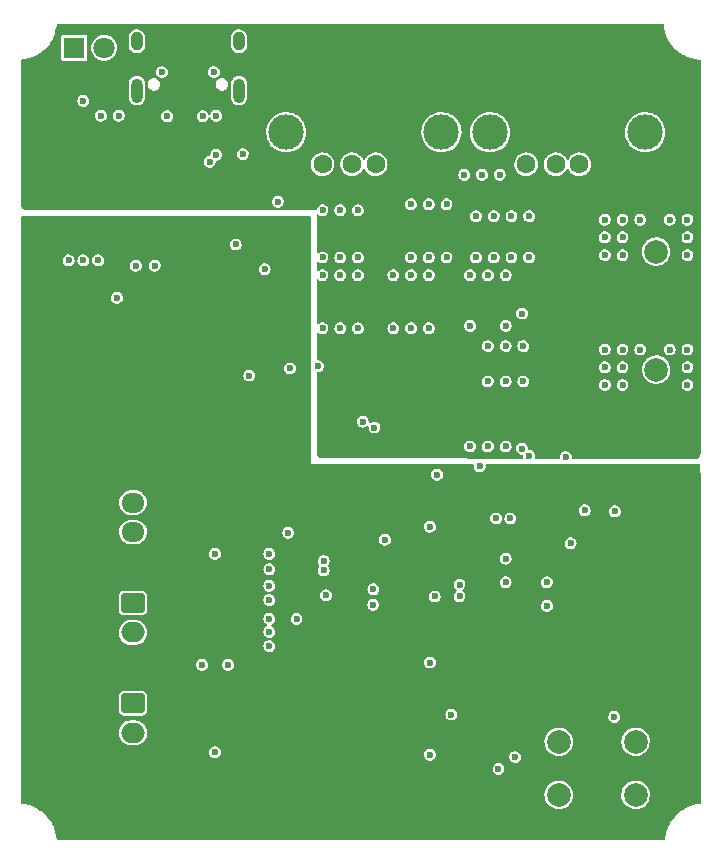
<source format=gbr>
G04 #@! TF.GenerationSoftware,KiCad,Pcbnew,(5.99.0-9218-g05b559c9dc)*
G04 #@! TF.CreationDate,2021-05-17T00:15:44+02:00*
G04 #@! TF.ProjectId,Self_Watering_Plant,53656c66-5f57-4617-9465-72696e675f50,rev?*
G04 #@! TF.SameCoordinates,Original*
G04 #@! TF.FileFunction,Copper,L3,Inr*
G04 #@! TF.FilePolarity,Positive*
%FSLAX46Y46*%
G04 Gerber Fmt 4.6, Leading zero omitted, Abs format (unit mm)*
G04 Created by KiCad (PCBNEW (5.99.0-9218-g05b559c9dc)) date 2021-05-17 00:15:44*
%MOMM*%
%LPD*%
G01*
G04 APERTURE LIST*
G04 Aperture macros list*
%AMRoundRect*
0 Rectangle with rounded corners*
0 $1 Rounding radius*
0 $2 $3 $4 $5 $6 $7 $8 $9 X,Y pos of 4 corners*
0 Add a 4 corners polygon primitive as box body*
4,1,4,$2,$3,$4,$5,$6,$7,$8,$9,$2,$3,0*
0 Add four circle primitives for the rounded corners*
1,1,$1+$1,$2,$3*
1,1,$1+$1,$4,$5*
1,1,$1+$1,$6,$7*
1,1,$1+$1,$8,$9*
0 Add four rect primitives between the rounded corners*
20,1,$1+$1,$2,$3,$4,$5,0*
20,1,$1+$1,$4,$5,$6,$7,0*
20,1,$1+$1,$6,$7,$8,$9,0*
20,1,$1+$1,$8,$9,$2,$3,0*%
G04 Aperture macros list end*
G04 #@! TA.AperFunction,ComponentPad*
%ADD10O,1.000000X2.100000*%
G04 #@! TD*
G04 #@! TA.AperFunction,ComponentPad*
%ADD11O,1.000000X1.600000*%
G04 #@! TD*
G04 #@! TA.AperFunction,ComponentPad*
%ADD12R,1.600000X1.500000*%
G04 #@! TD*
G04 #@! TA.AperFunction,ComponentPad*
%ADD13C,1.600000*%
G04 #@! TD*
G04 #@! TA.AperFunction,ComponentPad*
%ADD14C,3.000000*%
G04 #@! TD*
G04 #@! TA.AperFunction,ComponentPad*
%ADD15C,2.000000*%
G04 #@! TD*
G04 #@! TA.AperFunction,ComponentPad*
%ADD16RoundRect,0.250000X-0.750000X0.600000X-0.750000X-0.600000X0.750000X-0.600000X0.750000X0.600000X0*%
G04 #@! TD*
G04 #@! TA.AperFunction,ComponentPad*
%ADD17O,2.000000X1.700000*%
G04 #@! TD*
G04 #@! TA.AperFunction,ComponentPad*
%ADD18RoundRect,0.250000X-0.725000X0.600000X-0.725000X-0.600000X0.725000X-0.600000X0.725000X0.600000X0*%
G04 #@! TD*
G04 #@! TA.AperFunction,ComponentPad*
%ADD19O,1.950000X1.700000*%
G04 #@! TD*
G04 #@! TA.AperFunction,ComponentPad*
%ADD20R,1.800000X1.800000*%
G04 #@! TD*
G04 #@! TA.AperFunction,ComponentPad*
%ADD21C,1.800000*%
G04 #@! TD*
G04 #@! TA.AperFunction,ViaPad*
%ADD22C,0.600000*%
G04 #@! TD*
G04 APERTURE END LIST*
D10*
X123780000Y-76630000D03*
X132420000Y-76630000D03*
D11*
X132420000Y-72450000D03*
X123780000Y-72450000D03*
D12*
X146500000Y-82860000D03*
D13*
X144000000Y-82860000D03*
X142000000Y-82860000D03*
X139500000Y-82860000D03*
D14*
X136430000Y-80150000D03*
X149570000Y-80150000D03*
D15*
X167750000Y-95250000D03*
X167750000Y-90250000D03*
X167750000Y-105250000D03*
X167750000Y-100250000D03*
D12*
X163750000Y-82860000D03*
D13*
X161250000Y-82860000D03*
X159250000Y-82860000D03*
X156750000Y-82860000D03*
D14*
X153680000Y-80150000D03*
X166820000Y-80150000D03*
D16*
X123450000Y-120000000D03*
D17*
X123450000Y-122500000D03*
D16*
X123450000Y-128500000D03*
D17*
X123450000Y-131000000D03*
D18*
X123450000Y-109000000D03*
D19*
X123450000Y-111500000D03*
X123450000Y-114000000D03*
D15*
X159500000Y-136250000D03*
X166000000Y-136250000D03*
X166000000Y-131750000D03*
X159500000Y-131750000D03*
D20*
X118475000Y-73000000D03*
D21*
X121015000Y-73000000D03*
D22*
X161700000Y-112150000D03*
X132150000Y-89650000D03*
X144800000Y-114650000D03*
X133300000Y-100750000D03*
X121750000Y-87500000D03*
X129200000Y-117450000D03*
X129300000Y-126350000D03*
X139300000Y-120150000D03*
X148600000Y-134050000D03*
X123000000Y-87500000D03*
X138000000Y-105250000D03*
X129200000Y-106650000D03*
X125500000Y-87500000D03*
X163000000Y-112250000D03*
X124250000Y-87500000D03*
X141800000Y-119450000D03*
X139600000Y-121650000D03*
X139300000Y-115000000D03*
X141000000Y-92250000D03*
X164250000Y-112250000D03*
X142500000Y-96750000D03*
X135000000Y-119750000D03*
X139800000Y-119350000D03*
X154400000Y-134050000D03*
X155000000Y-116250000D03*
X141000000Y-96750000D03*
X129300000Y-125250000D03*
X120500000Y-91000000D03*
X145500000Y-92250000D03*
X134600000Y-91750000D03*
X119250000Y-77500000D03*
X148600000Y-113550000D03*
X155000000Y-96550000D03*
X152000000Y-106750000D03*
X152000000Y-96550000D03*
X155000000Y-106750000D03*
X135000000Y-117150000D03*
X153500000Y-92250000D03*
X147000000Y-96750000D03*
X135000000Y-122450000D03*
X130400000Y-132650000D03*
X139500000Y-96750000D03*
X142500000Y-92250000D03*
X139600000Y-117250000D03*
X132750000Y-82000000D03*
X164200000Y-129650000D03*
X158500000Y-120250000D03*
X160100000Y-107650000D03*
X148500000Y-96750000D03*
X155000000Y-92250000D03*
X155000000Y-118250000D03*
X157000000Y-107550000D03*
X148500000Y-92250000D03*
X136750000Y-100150000D03*
X147000000Y-92250000D03*
X122100000Y-94175000D03*
X119250000Y-91000000D03*
X136600000Y-114050000D03*
X158500000Y-118250000D03*
X153500000Y-106750000D03*
X139500000Y-92250000D03*
X145500000Y-96750000D03*
X118000000Y-91000000D03*
X139100000Y-99950000D03*
X131500000Y-125250000D03*
X148600000Y-132850000D03*
X130400000Y-115850000D03*
X152000000Y-92250000D03*
X135712500Y-86037500D03*
X129950000Y-82650000D03*
X151100000Y-119450000D03*
X151100000Y-118450000D03*
X130500000Y-82050000D03*
X155400000Y-112850000D03*
X142900000Y-104650000D03*
X135000000Y-123650000D03*
X170400000Y-87550000D03*
X155500000Y-87250000D03*
X164900000Y-90550000D03*
X168900000Y-87550000D03*
X152500000Y-87250000D03*
X154000000Y-87250000D03*
X155500000Y-90750000D03*
X157000000Y-87250000D03*
X154000000Y-90750000D03*
X170400000Y-90550000D03*
X152500000Y-90750000D03*
X163400000Y-89050000D03*
X163400000Y-90550000D03*
X157000000Y-90750000D03*
X163400000Y-87550000D03*
X166400000Y-87550000D03*
X164900000Y-89050000D03*
X164900000Y-87550000D03*
X170400000Y-89050000D03*
X155800000Y-133050000D03*
X150400000Y-129450000D03*
X163500000Y-106750000D03*
X166500000Y-106750000D03*
X164900000Y-93550000D03*
X117750000Y-82750000D03*
X169000000Y-103750000D03*
X166400000Y-93550000D03*
X164900000Y-95050000D03*
X165000000Y-103750000D03*
X163500000Y-103750000D03*
X170400000Y-96550000D03*
X163500000Y-105250000D03*
X163400000Y-95050000D03*
X119000000Y-81500000D03*
X170400000Y-93550000D03*
X168900000Y-93550000D03*
X117750000Y-84000000D03*
X166500000Y-103750000D03*
X117750000Y-85250000D03*
X164900000Y-96550000D03*
X170500000Y-106750000D03*
X163400000Y-96550000D03*
X165000000Y-106750000D03*
X165000000Y-105250000D03*
X170500000Y-105250000D03*
X169000000Y-106750000D03*
X119000000Y-82750000D03*
X119000000Y-84000000D03*
X163400000Y-93550000D03*
X117750000Y-81500000D03*
X170400000Y-95050000D03*
X170500000Y-103750000D03*
X129350000Y-78800000D03*
X125300000Y-91450000D03*
X156405000Y-95500000D03*
X152800000Y-108450000D03*
X149200000Y-109150000D03*
X156405000Y-106945000D03*
X125900000Y-75050000D03*
X130500000Y-78750000D03*
X130300000Y-75050000D03*
X122250000Y-78750000D03*
X120750000Y-78750000D03*
X148600000Y-125050000D03*
X139600000Y-116450000D03*
X137300000Y-121350000D03*
X154200000Y-112850000D03*
X143900000Y-105150000D03*
X160500000Y-114950000D03*
X143800000Y-120150000D03*
X149000000Y-119450000D03*
X143800000Y-118850000D03*
X135000000Y-121350000D03*
X135000000Y-115850000D03*
X135000000Y-118550000D03*
X155000000Y-101250000D03*
X166400000Y-98550000D03*
X164900000Y-100050000D03*
X164900000Y-101550000D03*
X156500000Y-98250000D03*
X153500000Y-98250000D03*
X155000000Y-98250000D03*
X170400000Y-100050000D03*
X156500000Y-101250000D03*
X163400000Y-101550000D03*
X168900000Y-98550000D03*
X163400000Y-100050000D03*
X170400000Y-101550000D03*
X170400000Y-98550000D03*
X153500000Y-101250000D03*
X163400000Y-98550000D03*
X164900000Y-98550000D03*
X150000000Y-86250000D03*
X153000000Y-83750000D03*
X148500000Y-90750000D03*
X147000000Y-86250000D03*
X154500000Y-83750000D03*
X148500000Y-86250000D03*
X147000000Y-90750000D03*
X150000000Y-90750000D03*
X151500000Y-83750000D03*
X142500000Y-86750000D03*
X139500000Y-90750000D03*
X141000000Y-86750000D03*
X141000000Y-90750000D03*
X142500000Y-90750000D03*
X139500000Y-86750000D03*
X123700000Y-91450000D03*
X126350000Y-78800000D03*
G04 #@! TA.AperFunction,Conductor*
G36*
X138459191Y-87268907D02*
G01*
X138495155Y-87318407D01*
X138500000Y-87349000D01*
X138500000Y-108250000D01*
X152209110Y-108250000D01*
X152267301Y-108268907D01*
X152303265Y-108318407D01*
X152306931Y-108364230D01*
X152294538Y-108443824D01*
X152313121Y-108585939D01*
X152315962Y-108592395D01*
X152315962Y-108592396D01*
X152357424Y-108686624D01*
X152370845Y-108717126D01*
X152375382Y-108722523D01*
X152375383Y-108722525D01*
X152429003Y-108786313D01*
X152463068Y-108826838D01*
X152468939Y-108830746D01*
X152468940Y-108830747D01*
X152481235Y-108838931D01*
X152582377Y-108906257D01*
X152589104Y-108908359D01*
X152589107Y-108908360D01*
X152712448Y-108946894D01*
X152712449Y-108946894D01*
X152719180Y-108948997D01*
X152790831Y-108950311D01*
X152855427Y-108951495D01*
X152855429Y-108951495D01*
X152862481Y-108951624D01*
X152869284Y-108949769D01*
X152869286Y-108949769D01*
X152916065Y-108937015D01*
X153000758Y-108913925D01*
X153122897Y-108838931D01*
X153219078Y-108732672D01*
X153281570Y-108603689D01*
X153284557Y-108585939D01*
X153304715Y-108466120D01*
X153304715Y-108466117D01*
X153305349Y-108462350D01*
X153305500Y-108450000D01*
X153293046Y-108363034D01*
X153303513Y-108302751D01*
X153347415Y-108260133D01*
X153391046Y-108250000D01*
X171402535Y-108250000D01*
X171460726Y-108268907D01*
X171496690Y-108318407D01*
X171501523Y-108347451D01*
X171521861Y-109649126D01*
X171557474Y-111928350D01*
X171557486Y-111929878D01*
X171558069Y-115038931D01*
X171562169Y-136909314D01*
X171543273Y-136967509D01*
X171493779Y-137003482D01*
X171474254Y-137007710D01*
X171233366Y-137034852D01*
X171225057Y-137035436D01*
X171224882Y-137035441D01*
X171214825Y-137035723D01*
X171209900Y-137036847D01*
X171209703Y-137036892D01*
X171198749Y-137038753D01*
X171198377Y-137038795D01*
X171193531Y-137039341D01*
X171183763Y-137042454D01*
X171175751Y-137044642D01*
X170876632Y-137112913D01*
X170868447Y-137114422D01*
X170863124Y-137115173D01*
X170863118Y-137115174D01*
X170858305Y-137115854D01*
X170853718Y-137117459D01*
X170853710Y-137117461D01*
X170853331Y-137117594D01*
X170842677Y-137120663D01*
X170842296Y-137120750D01*
X170842289Y-137120752D01*
X170837550Y-137121834D01*
X170833114Y-137123819D01*
X170833111Y-137123820D01*
X170828204Y-137126016D01*
X170820467Y-137129094D01*
X170661322Y-137184782D01*
X170530881Y-137230425D01*
X170522934Y-137232837D01*
X170513000Y-137235399D01*
X170508257Y-137237683D01*
X170508255Y-137237684D01*
X170498019Y-137241924D01*
X170493044Y-137243665D01*
X170484212Y-137248875D01*
X170476878Y-137252794D01*
X170200470Y-137385905D01*
X170192820Y-137389200D01*
X170187796Y-137391118D01*
X170187793Y-137391119D01*
X170183249Y-137392854D01*
X170178797Y-137395651D01*
X170169082Y-137401020D01*
X170164346Y-137403301D01*
X170160463Y-137406223D01*
X170160457Y-137406227D01*
X170156160Y-137409461D01*
X170149300Y-137414186D01*
X169889527Y-137577411D01*
X169882298Y-137581539D01*
X169877904Y-137583810D01*
X169873202Y-137586239D01*
X169869082Y-137589524D01*
X169860041Y-137595938D01*
X169855586Y-137598738D01*
X169852058Y-137602073D01*
X169852051Y-137602079D01*
X169848140Y-137605777D01*
X169841850Y-137611241D01*
X169602000Y-137802515D01*
X169595277Y-137807429D01*
X169591372Y-137810039D01*
X169586756Y-137813123D01*
X169583033Y-137816846D01*
X169574755Y-137824243D01*
X169570651Y-137827516D01*
X169567513Y-137831232D01*
X169567511Y-137831234D01*
X169564050Y-137835333D01*
X169558415Y-137841464D01*
X169341463Y-138058416D01*
X169335332Y-138064051D01*
X169331235Y-138067511D01*
X169327515Y-138070652D01*
X169324481Y-138074457D01*
X169324243Y-138074755D01*
X169316846Y-138083033D01*
X169313122Y-138086757D01*
X169310419Y-138090803D01*
X169310418Y-138090804D01*
X169307428Y-138095278D01*
X169302514Y-138102001D01*
X169111236Y-138341857D01*
X169105778Y-138348140D01*
X169098737Y-138355587D01*
X169095940Y-138360039D01*
X169095939Y-138360040D01*
X169089523Y-138369083D01*
X169086238Y-138373203D01*
X169084001Y-138377533D01*
X169081538Y-138382299D01*
X169077410Y-138389528D01*
X168914188Y-138649296D01*
X168909463Y-138656156D01*
X168906229Y-138660453D01*
X168906227Y-138660457D01*
X168903300Y-138664346D01*
X168901019Y-138669082D01*
X168901017Y-138669087D01*
X168895652Y-138678794D01*
X168895442Y-138679128D01*
X168895438Y-138679135D01*
X168892853Y-138683250D01*
X168891119Y-138687792D01*
X168891116Y-138687798D01*
X168889200Y-138692817D01*
X168885909Y-138700457D01*
X168752793Y-138976879D01*
X168748874Y-138984213D01*
X168743664Y-138993045D01*
X168742057Y-138997637D01*
X168742057Y-138997638D01*
X168741923Y-138998020D01*
X168737684Y-139008254D01*
X168735398Y-139013001D01*
X168734185Y-139017703D01*
X168732838Y-139022926D01*
X168730424Y-139030882D01*
X168629096Y-139320461D01*
X168626024Y-139328184D01*
X168621833Y-139337551D01*
X168620751Y-139342291D01*
X168620750Y-139342294D01*
X168620661Y-139342684D01*
X168617591Y-139353341D01*
X168615854Y-139358306D01*
X168615175Y-139363117D01*
X168615172Y-139363128D01*
X168614421Y-139368448D01*
X168612912Y-139376633D01*
X168544642Y-139675746D01*
X168542453Y-139683764D01*
X168539340Y-139693532D01*
X168538795Y-139698368D01*
X168538795Y-139698369D01*
X168538752Y-139698750D01*
X168536891Y-139709703D01*
X168535722Y-139714826D01*
X168535586Y-139719690D01*
X168535586Y-139719691D01*
X168535435Y-139725058D01*
X168534851Y-139733367D01*
X168509027Y-139962559D01*
X168483724Y-140018266D01*
X168430508Y-140048462D01*
X168410672Y-140050474D01*
X148087901Y-140055074D01*
X135939240Y-140057824D01*
X118038704Y-140061875D01*
X117090680Y-140062090D01*
X117032485Y-140043196D01*
X116996510Y-139993704D01*
X116992281Y-139974175D01*
X116965148Y-139733366D01*
X116964564Y-139725057D01*
X116964413Y-139719690D01*
X116964277Y-139714825D01*
X116963108Y-139709703D01*
X116961247Y-139698749D01*
X116961204Y-139698368D01*
X116961204Y-139698367D01*
X116960659Y-139693531D01*
X116957546Y-139683763D01*
X116955357Y-139675746D01*
X116950677Y-139655240D01*
X116887087Y-139376632D01*
X116885578Y-139368447D01*
X116884827Y-139363124D01*
X116884826Y-139363118D01*
X116884146Y-139358305D01*
X116882539Y-139353712D01*
X116882539Y-139353710D01*
X116882406Y-139353331D01*
X116879337Y-139342677D01*
X116879250Y-139342296D01*
X116879248Y-139342289D01*
X116878166Y-139337550D01*
X116873984Y-139328204D01*
X116870906Y-139320467D01*
X116807705Y-139139852D01*
X116769575Y-139030881D01*
X116767161Y-139022926D01*
X116764601Y-139013000D01*
X116762315Y-139008253D01*
X116758076Y-138998019D01*
X116756335Y-138993044D01*
X116751125Y-138984212D01*
X116747206Y-138976878D01*
X116614095Y-138700470D01*
X116610800Y-138692820D01*
X116608882Y-138687796D01*
X116608881Y-138687793D01*
X116607146Y-138683249D01*
X116604347Y-138678794D01*
X116598980Y-138669082D01*
X116598809Y-138668727D01*
X116598808Y-138668726D01*
X116596699Y-138664346D01*
X116593777Y-138660463D01*
X116593773Y-138660457D01*
X116590539Y-138656160D01*
X116585814Y-138649300D01*
X116422589Y-138389527D01*
X116418461Y-138382298D01*
X116415998Y-138377532D01*
X116413761Y-138373202D01*
X116410476Y-138369082D01*
X116404060Y-138360039D01*
X116401262Y-138355586D01*
X116397927Y-138352058D01*
X116397921Y-138352051D01*
X116394223Y-138348140D01*
X116388759Y-138341850D01*
X116197485Y-138102000D01*
X116192571Y-138095277D01*
X116189581Y-138090803D01*
X116186877Y-138086756D01*
X116183154Y-138083033D01*
X116175756Y-138074754D01*
X116175518Y-138074456D01*
X116172484Y-138070651D01*
X116164666Y-138064049D01*
X116158536Y-138058415D01*
X115941584Y-137841463D01*
X115935949Y-137835332D01*
X115932488Y-137831233D01*
X115932486Y-137831231D01*
X115929348Y-137827515D01*
X115925245Y-137824243D01*
X115916966Y-137816845D01*
X115913243Y-137813122D01*
X115904723Y-137807429D01*
X115904722Y-137807428D01*
X115897999Y-137802514D01*
X115658143Y-137611236D01*
X115651857Y-137605775D01*
X115644413Y-137598737D01*
X115639958Y-137595937D01*
X115630917Y-137589523D01*
X115626797Y-137586238D01*
X115622095Y-137583809D01*
X115617701Y-137581538D01*
X115610472Y-137577410D01*
X115350704Y-137414188D01*
X115343844Y-137409463D01*
X115339547Y-137406229D01*
X115339541Y-137406225D01*
X115335654Y-137403300D01*
X115330910Y-137401015D01*
X115321206Y-137395652D01*
X115320872Y-137395442D01*
X115320865Y-137395438D01*
X115316750Y-137392853D01*
X115312208Y-137391119D01*
X115312202Y-137391116D01*
X115307183Y-137389200D01*
X115299543Y-137385909D01*
X115023121Y-137252793D01*
X115015787Y-137248874D01*
X115006955Y-137243664D01*
X115001980Y-137241923D01*
X114991744Y-137237683D01*
X114991379Y-137237507D01*
X114991378Y-137237507D01*
X114986999Y-137235398D01*
X114977065Y-137232835D01*
X114969118Y-137230424D01*
X114679533Y-137129094D01*
X114671813Y-137126023D01*
X114671798Y-137126016D01*
X114662449Y-137121833D01*
X114657709Y-137120751D01*
X114657706Y-137120750D01*
X114657316Y-137120661D01*
X114646659Y-137117591D01*
X114646288Y-137117461D01*
X114646284Y-137117460D01*
X114641694Y-137115854D01*
X114636883Y-137115175D01*
X114636872Y-137115172D01*
X114631552Y-137114421D01*
X114623367Y-137112912D01*
X114324254Y-137044642D01*
X114316236Y-137042453D01*
X114306468Y-137039340D01*
X114301631Y-137038795D01*
X114301250Y-137038752D01*
X114290296Y-137036891D01*
X114290099Y-137036846D01*
X114285174Y-137035722D01*
X114275117Y-137035440D01*
X114274942Y-137035435D01*
X114266634Y-137034852D01*
X114216480Y-137029201D01*
X114037916Y-137009082D01*
X113982209Y-136983778D01*
X113952013Y-136930562D01*
X113950001Y-136910704D01*
X113950001Y-136218444D01*
X158294913Y-136218444D01*
X158309342Y-136438582D01*
X158363646Y-136652404D01*
X158456006Y-136852750D01*
X158583331Y-137032910D01*
X158586585Y-137036079D01*
X158586585Y-137036080D01*
X158670125Y-137117461D01*
X158741354Y-137186849D01*
X158924785Y-137309414D01*
X159127480Y-137396499D01*
X159342651Y-137445187D01*
X159452871Y-137449517D01*
X159558558Y-137453670D01*
X159558559Y-137453670D01*
X159563091Y-137453848D01*
X159672254Y-137438020D01*
X159776924Y-137422844D01*
X159776928Y-137422843D01*
X159781418Y-137422192D01*
X159816625Y-137410241D01*
X159986024Y-137352738D01*
X159986027Y-137352736D01*
X159990321Y-137351279D01*
X160182803Y-137243484D01*
X160352417Y-137102417D01*
X160493484Y-136932803D01*
X160601279Y-136740321D01*
X160672192Y-136531418D01*
X160685016Y-136442977D01*
X160703428Y-136315990D01*
X160703428Y-136315984D01*
X160703848Y-136313091D01*
X160705500Y-136250000D01*
X160703017Y-136222971D01*
X160702601Y-136218444D01*
X164794913Y-136218444D01*
X164809342Y-136438582D01*
X164863646Y-136652404D01*
X164956006Y-136852750D01*
X165083331Y-137032910D01*
X165086585Y-137036079D01*
X165086585Y-137036080D01*
X165170125Y-137117461D01*
X165241354Y-137186849D01*
X165424785Y-137309414D01*
X165627480Y-137396499D01*
X165842651Y-137445187D01*
X165952871Y-137449517D01*
X166058558Y-137453670D01*
X166058559Y-137453670D01*
X166063091Y-137453848D01*
X166172254Y-137438020D01*
X166276924Y-137422844D01*
X166276928Y-137422843D01*
X166281418Y-137422192D01*
X166316625Y-137410241D01*
X166486024Y-137352738D01*
X166486027Y-137352736D01*
X166490321Y-137351279D01*
X166682803Y-137243484D01*
X166852417Y-137102417D01*
X166993484Y-136932803D01*
X167101279Y-136740321D01*
X167172192Y-136531418D01*
X167185016Y-136442977D01*
X167203428Y-136315990D01*
X167203428Y-136315984D01*
X167203848Y-136313091D01*
X167205500Y-136250000D01*
X167203017Y-136222971D01*
X167185729Y-136034833D01*
X167185314Y-136030315D01*
X167125431Y-135817987D01*
X167027858Y-135620128D01*
X166895861Y-135443363D01*
X166733862Y-135293613D01*
X166708685Y-135277727D01*
X166551123Y-135178313D01*
X166547286Y-135175892D01*
X166342380Y-135094143D01*
X166126009Y-135051104D01*
X166017318Y-135049681D01*
X165909958Y-135048275D01*
X165909953Y-135048275D01*
X165905418Y-135048216D01*
X165900945Y-135048985D01*
X165900940Y-135048985D01*
X165793033Y-135067527D01*
X165687994Y-135085576D01*
X165481019Y-135161933D01*
X165291425Y-135274730D01*
X165288010Y-135277725D01*
X165288007Y-135277727D01*
X165269893Y-135293613D01*
X165125561Y-135420189D01*
X164988983Y-135593438D01*
X164986870Y-135597453D01*
X164986870Y-135597454D01*
X164972796Y-135624205D01*
X164886263Y-135788675D01*
X164820843Y-135999362D01*
X164794913Y-136218444D01*
X160702601Y-136218444D01*
X160685729Y-136034833D01*
X160685314Y-136030315D01*
X160625431Y-135817987D01*
X160527858Y-135620128D01*
X160395861Y-135443363D01*
X160233862Y-135293613D01*
X160208685Y-135277727D01*
X160051123Y-135178313D01*
X160047286Y-135175892D01*
X159842380Y-135094143D01*
X159626009Y-135051104D01*
X159517318Y-135049681D01*
X159409958Y-135048275D01*
X159409953Y-135048275D01*
X159405418Y-135048216D01*
X159400945Y-135048985D01*
X159400940Y-135048985D01*
X159293033Y-135067527D01*
X159187994Y-135085576D01*
X158981019Y-135161933D01*
X158791425Y-135274730D01*
X158788010Y-135277725D01*
X158788007Y-135277727D01*
X158769893Y-135293613D01*
X158625561Y-135420189D01*
X158488983Y-135593438D01*
X158486870Y-135597453D01*
X158486870Y-135597454D01*
X158472796Y-135624205D01*
X158386263Y-135788675D01*
X158320843Y-135999362D01*
X158294913Y-136218444D01*
X113950001Y-136218444D01*
X113950001Y-134043824D01*
X153894538Y-134043824D01*
X153913121Y-134185939D01*
X153915962Y-134192395D01*
X153915962Y-134192396D01*
X153917870Y-134196731D01*
X153970845Y-134317126D01*
X154063068Y-134426838D01*
X154068939Y-134430746D01*
X154068940Y-134430747D01*
X154081235Y-134438931D01*
X154182377Y-134506257D01*
X154189104Y-134508359D01*
X154189107Y-134508360D01*
X154312448Y-134546894D01*
X154312449Y-134546894D01*
X154319180Y-134548997D01*
X154390830Y-134550310D01*
X154455427Y-134551495D01*
X154455429Y-134551495D01*
X154462481Y-134551624D01*
X154469284Y-134549769D01*
X154469286Y-134549769D01*
X154516065Y-134537015D01*
X154600758Y-134513925D01*
X154722897Y-134438931D01*
X154819078Y-134332672D01*
X154881570Y-134203689D01*
X154884557Y-134185939D01*
X154904715Y-134066120D01*
X154904715Y-134066117D01*
X154905349Y-134062350D01*
X154905500Y-134050000D01*
X154885182Y-133908123D01*
X154825860Y-133777651D01*
X154732303Y-133669074D01*
X154612033Y-133591118D01*
X154605275Y-133589097D01*
X154605273Y-133589096D01*
X154481479Y-133552074D01*
X154474718Y-133550052D01*
X154388694Y-133549527D01*
X154338448Y-133549220D01*
X154331396Y-133549177D01*
X154324620Y-133551114D01*
X154324617Y-133551114D01*
X154200369Y-133586624D01*
X154200367Y-133586625D01*
X154193589Y-133588562D01*
X154072375Y-133665042D01*
X153977499Y-133772469D01*
X153916588Y-133902206D01*
X153894538Y-134043824D01*
X113950001Y-134043824D01*
X113950001Y-132643824D01*
X129894538Y-132643824D01*
X129895453Y-132650822D01*
X129898004Y-132670327D01*
X129913121Y-132785939D01*
X129915962Y-132792395D01*
X129915962Y-132792396D01*
X129966884Y-132908123D01*
X129970845Y-132917126D01*
X129975382Y-132922523D01*
X129975383Y-132922525D01*
X130001713Y-132953848D01*
X130063068Y-133026838D01*
X130068939Y-133030746D01*
X130068940Y-133030747D01*
X130101581Y-133052474D01*
X130182377Y-133106257D01*
X130189104Y-133108359D01*
X130189107Y-133108360D01*
X130312448Y-133146894D01*
X130312449Y-133146894D01*
X130319180Y-133148997D01*
X130390831Y-133150311D01*
X130455427Y-133151495D01*
X130455429Y-133151495D01*
X130462481Y-133151624D01*
X130469284Y-133149769D01*
X130469286Y-133149769D01*
X130555268Y-133126327D01*
X130600758Y-133113925D01*
X130722897Y-133038931D01*
X130761095Y-132996731D01*
X130814346Y-132937900D01*
X130814346Y-132937899D01*
X130819078Y-132932672D01*
X130862125Y-132843824D01*
X148094538Y-132843824D01*
X148095453Y-132850822D01*
X148108840Y-132953196D01*
X148113121Y-132985939D01*
X148115962Y-132992395D01*
X148115962Y-132992396D01*
X148148402Y-133066120D01*
X148170845Y-133117126D01*
X148263068Y-133226838D01*
X148268939Y-133230746D01*
X148268940Y-133230747D01*
X148281235Y-133238931D01*
X148382377Y-133306257D01*
X148389104Y-133308359D01*
X148389107Y-133308360D01*
X148512448Y-133346894D01*
X148512449Y-133346894D01*
X148519180Y-133348997D01*
X148590830Y-133350310D01*
X148655427Y-133351495D01*
X148655429Y-133351495D01*
X148662481Y-133351624D01*
X148669284Y-133349769D01*
X148669286Y-133349769D01*
X148755268Y-133326327D01*
X148800758Y-133313925D01*
X148922897Y-133238931D01*
X148961095Y-133196731D01*
X149014346Y-133137900D01*
X149014346Y-133137899D01*
X149019078Y-133132672D01*
X149062125Y-133043824D01*
X155294538Y-133043824D01*
X155313121Y-133185939D01*
X155315962Y-133192395D01*
X155315962Y-133192396D01*
X155338063Y-133242623D01*
X155370845Y-133317126D01*
X155463068Y-133426838D01*
X155468939Y-133430746D01*
X155468940Y-133430747D01*
X155481235Y-133438931D01*
X155582377Y-133506257D01*
X155589104Y-133508359D01*
X155589107Y-133508360D01*
X155712448Y-133546894D01*
X155712449Y-133546894D01*
X155719180Y-133548997D01*
X155790831Y-133550311D01*
X155855427Y-133551495D01*
X155855429Y-133551495D01*
X155862481Y-133551624D01*
X155869284Y-133549769D01*
X155869286Y-133549769D01*
X155916065Y-133537015D01*
X156000758Y-133513925D01*
X156122897Y-133438931D01*
X156138731Y-133421438D01*
X156214346Y-133337900D01*
X156214346Y-133337899D01*
X156219078Y-133332672D01*
X156281570Y-133203689D01*
X156284557Y-133185939D01*
X156304715Y-133066120D01*
X156304715Y-133066117D01*
X156305349Y-133062350D01*
X156305500Y-133050000D01*
X156285182Y-132908123D01*
X156279083Y-132894707D01*
X156228780Y-132784073D01*
X156228780Y-132784072D01*
X156225860Y-132777651D01*
X156132303Y-132669074D01*
X156012033Y-132591118D01*
X156005275Y-132589097D01*
X156005273Y-132589096D01*
X155881479Y-132552074D01*
X155874718Y-132550052D01*
X155788694Y-132549527D01*
X155738448Y-132549220D01*
X155731396Y-132549177D01*
X155724620Y-132551114D01*
X155724617Y-132551114D01*
X155600369Y-132586624D01*
X155600367Y-132586625D01*
X155593589Y-132588562D01*
X155472375Y-132665042D01*
X155377499Y-132772469D01*
X155316588Y-132902206D01*
X155294538Y-133043824D01*
X149062125Y-133043824D01*
X149081570Y-133003689D01*
X149084557Y-132985939D01*
X149104715Y-132866120D01*
X149104715Y-132866117D01*
X149105349Y-132862350D01*
X149105500Y-132850000D01*
X149085182Y-132708123D01*
X149075510Y-132686849D01*
X149028780Y-132584073D01*
X149028780Y-132584072D01*
X149025860Y-132577651D01*
X148932303Y-132469074D01*
X148812033Y-132391118D01*
X148805275Y-132389097D01*
X148805273Y-132389096D01*
X148681479Y-132352074D01*
X148674718Y-132350052D01*
X148588694Y-132349527D01*
X148538448Y-132349220D01*
X148531396Y-132349177D01*
X148524620Y-132351114D01*
X148524617Y-132351114D01*
X148400369Y-132386624D01*
X148400367Y-132386625D01*
X148393589Y-132388562D01*
X148272375Y-132465042D01*
X148177499Y-132572469D01*
X148116588Y-132702206D01*
X148094538Y-132843824D01*
X130862125Y-132843824D01*
X130881570Y-132803689D01*
X130884557Y-132785939D01*
X130904715Y-132666120D01*
X130904715Y-132666117D01*
X130905349Y-132662350D01*
X130905500Y-132650000D01*
X130885182Y-132508123D01*
X130869857Y-132474416D01*
X130828780Y-132384073D01*
X130828780Y-132384072D01*
X130825860Y-132377651D01*
X130732303Y-132269074D01*
X130612033Y-132191118D01*
X130605275Y-132189097D01*
X130605273Y-132189096D01*
X130490938Y-132154903D01*
X130474718Y-132150052D01*
X130388694Y-132149527D01*
X130338448Y-132149220D01*
X130331396Y-132149177D01*
X130324620Y-132151114D01*
X130324617Y-132151114D01*
X130200369Y-132186624D01*
X130200367Y-132186625D01*
X130193589Y-132188562D01*
X130072375Y-132265042D01*
X129977499Y-132372469D01*
X129916588Y-132502206D01*
X129894538Y-132643824D01*
X113950001Y-132643824D01*
X113950001Y-130992631D01*
X122244526Y-130992631D01*
X122245867Y-131007369D01*
X122254066Y-131097454D01*
X122263196Y-131197781D01*
X122264562Y-131202423D01*
X122264563Y-131202427D01*
X122289947Y-131288675D01*
X122321357Y-131395397D01*
X122342274Y-131435407D01*
X122414548Y-131573656D01*
X122414551Y-131573660D01*
X122416795Y-131577953D01*
X122545874Y-131738495D01*
X122631288Y-131810166D01*
X122699971Y-131867798D01*
X122699975Y-131867801D01*
X122703677Y-131870907D01*
X122884194Y-131970147D01*
X122888808Y-131971611D01*
X122888811Y-131971612D01*
X123063176Y-132026924D01*
X123080549Y-132032435D01*
X123085361Y-132032975D01*
X123085362Y-132032975D01*
X123238849Y-132050191D01*
X123238851Y-132050191D01*
X123241605Y-132050500D01*
X123650993Y-132050500D01*
X123653387Y-132050265D01*
X123653392Y-132050265D01*
X123800204Y-132035870D01*
X123800208Y-132035869D01*
X123805014Y-132035398D01*
X123809639Y-132034002D01*
X123809642Y-132034001D01*
X123877894Y-132013394D01*
X124002220Y-131975858D01*
X124184105Y-131879148D01*
X124343741Y-131748952D01*
X124352392Y-131738495D01*
X124368980Y-131718444D01*
X158294913Y-131718444D01*
X158309342Y-131938582D01*
X158310458Y-131942975D01*
X158310458Y-131942977D01*
X158318232Y-131973586D01*
X158363646Y-132152404D01*
X158365548Y-132156529D01*
X158365548Y-132156530D01*
X158380315Y-132188562D01*
X158456006Y-132352750D01*
X158583331Y-132532910D01*
X158586585Y-132536079D01*
X158586585Y-132536080D01*
X158697188Y-132643824D01*
X158741354Y-132686849D01*
X158924785Y-132809414D01*
X159127480Y-132896499D01*
X159342651Y-132945187D01*
X159452871Y-132949517D01*
X159558558Y-132953670D01*
X159558559Y-132953670D01*
X159563091Y-132953848D01*
X159673082Y-132937900D01*
X159776924Y-132922844D01*
X159776928Y-132922843D01*
X159781418Y-132922192D01*
X159841780Y-132901702D01*
X159986024Y-132852738D01*
X159986027Y-132852736D01*
X159990321Y-132851279D01*
X160182803Y-132743484D01*
X160352417Y-132602417D01*
X160360811Y-132592325D01*
X160407589Y-132536080D01*
X160493484Y-132432803D01*
X160585177Y-132269074D01*
X160599061Y-132244282D01*
X160599062Y-132244280D01*
X160601279Y-132240321D01*
X160616679Y-132194956D01*
X160670733Y-132035716D01*
X160672192Y-132031418D01*
X160680046Y-131977256D01*
X160703428Y-131815990D01*
X160703428Y-131815984D01*
X160703848Y-131813091D01*
X160705500Y-131750000D01*
X160704729Y-131741603D01*
X160702601Y-131718444D01*
X164794913Y-131718444D01*
X164809342Y-131938582D01*
X164810458Y-131942975D01*
X164810458Y-131942977D01*
X164818232Y-131973586D01*
X164863646Y-132152404D01*
X164865548Y-132156529D01*
X164865548Y-132156530D01*
X164880315Y-132188562D01*
X164956006Y-132352750D01*
X165083331Y-132532910D01*
X165086585Y-132536079D01*
X165086585Y-132536080D01*
X165197188Y-132643824D01*
X165241354Y-132686849D01*
X165424785Y-132809414D01*
X165627480Y-132896499D01*
X165842651Y-132945187D01*
X165952871Y-132949517D01*
X166058558Y-132953670D01*
X166058559Y-132953670D01*
X166063091Y-132953848D01*
X166173082Y-132937900D01*
X166276924Y-132922844D01*
X166276928Y-132922843D01*
X166281418Y-132922192D01*
X166341780Y-132901702D01*
X166486024Y-132852738D01*
X166486027Y-132852736D01*
X166490321Y-132851279D01*
X166682803Y-132743484D01*
X166852417Y-132602417D01*
X166860811Y-132592325D01*
X166907589Y-132536080D01*
X166993484Y-132432803D01*
X167085177Y-132269074D01*
X167099061Y-132244282D01*
X167099062Y-132244280D01*
X167101279Y-132240321D01*
X167116679Y-132194956D01*
X167170733Y-132035716D01*
X167172192Y-132031418D01*
X167180046Y-131977256D01*
X167203428Y-131815990D01*
X167203428Y-131815984D01*
X167203848Y-131813091D01*
X167205500Y-131750000D01*
X167204729Y-131741603D01*
X167190428Y-131585972D01*
X167185314Y-131530315D01*
X167125431Y-131317987D01*
X167108998Y-131284664D01*
X167029869Y-131124205D01*
X167029867Y-131124201D01*
X167027858Y-131120128D01*
X166895861Y-130943363D01*
X166733862Y-130793613D01*
X166708685Y-130777727D01*
X166551123Y-130678313D01*
X166547286Y-130675892D01*
X166342380Y-130594143D01*
X166126009Y-130551104D01*
X166017318Y-130549681D01*
X165909958Y-130548275D01*
X165909953Y-130548275D01*
X165905418Y-130548216D01*
X165900945Y-130548985D01*
X165900940Y-130548985D01*
X165793033Y-130567527D01*
X165687994Y-130585576D01*
X165481019Y-130661933D01*
X165291425Y-130774730D01*
X165288010Y-130777725D01*
X165288007Y-130777727D01*
X165129369Y-130916849D01*
X165125561Y-130920189D01*
X164988983Y-131093438D01*
X164986870Y-131097453D01*
X164986870Y-131097454D01*
X164924048Y-131216859D01*
X164886263Y-131288675D01*
X164820843Y-131499362D01*
X164794913Y-131718444D01*
X160702601Y-131718444D01*
X160690428Y-131585972D01*
X160685314Y-131530315D01*
X160625431Y-131317987D01*
X160608998Y-131284664D01*
X160529869Y-131124205D01*
X160529867Y-131124201D01*
X160527858Y-131120128D01*
X160395861Y-130943363D01*
X160233862Y-130793613D01*
X160208685Y-130777727D01*
X160051123Y-130678313D01*
X160047286Y-130675892D01*
X159842380Y-130594143D01*
X159626009Y-130551104D01*
X159517318Y-130549681D01*
X159409958Y-130548275D01*
X159409953Y-130548275D01*
X159405418Y-130548216D01*
X159400945Y-130548985D01*
X159400940Y-130548985D01*
X159293033Y-130567527D01*
X159187994Y-130585576D01*
X158981019Y-130661933D01*
X158791425Y-130774730D01*
X158788010Y-130777725D01*
X158788007Y-130777727D01*
X158629369Y-130916849D01*
X158625561Y-130920189D01*
X158488983Y-131093438D01*
X158486870Y-131097453D01*
X158486870Y-131097454D01*
X158424048Y-131216859D01*
X158386263Y-131288675D01*
X158320843Y-131499362D01*
X158294913Y-131718444D01*
X124368980Y-131718444D01*
X124471966Y-131593955D01*
X124471967Y-131593953D01*
X124475049Y-131590228D01*
X124573027Y-131409023D01*
X124601207Y-131317987D01*
X124632512Y-131216859D01*
X124632513Y-131216855D01*
X124633942Y-131212238D01*
X124634974Y-131202427D01*
X124654968Y-131012185D01*
X124654968Y-131012183D01*
X124655474Y-131007369D01*
X124636804Y-130802219D01*
X124635178Y-130796692D01*
X124580011Y-130609250D01*
X124580010Y-130609247D01*
X124578643Y-130604603D01*
X124549165Y-130548216D01*
X124485452Y-130426344D01*
X124485449Y-130426340D01*
X124483205Y-130422047D01*
X124354126Y-130261505D01*
X124267403Y-130188736D01*
X124200029Y-130132202D01*
X124200025Y-130132199D01*
X124196323Y-130129093D01*
X124015806Y-130029853D01*
X124011192Y-130028389D01*
X124011189Y-130028388D01*
X123824066Y-129969029D01*
X123819451Y-129967565D01*
X123814639Y-129967025D01*
X123814638Y-129967025D01*
X123661151Y-129949809D01*
X123661149Y-129949809D01*
X123658395Y-129949500D01*
X123249007Y-129949500D01*
X123246613Y-129949735D01*
X123246608Y-129949735D01*
X123099796Y-129964130D01*
X123099792Y-129964131D01*
X123094986Y-129964602D01*
X123090361Y-129965998D01*
X123090358Y-129965999D01*
X123022106Y-129986606D01*
X122897780Y-130024142D01*
X122715895Y-130120852D01*
X122556259Y-130251048D01*
X122553175Y-130254776D01*
X122553174Y-130254777D01*
X122544489Y-130265276D01*
X122424951Y-130409772D01*
X122365918Y-130518949D01*
X122330309Y-130584808D01*
X122326973Y-130590977D01*
X122266058Y-130787762D01*
X122265553Y-130792569D01*
X122265552Y-130792573D01*
X122264032Y-130807039D01*
X122244526Y-130992631D01*
X113950001Y-130992631D01*
X113950001Y-127848748D01*
X122249500Y-127848748D01*
X122249500Y-129133258D01*
X122254601Y-129167185D01*
X122257815Y-129188562D01*
X122264636Y-129233935D01*
X122267839Y-129240606D01*
X122267840Y-129240608D01*
X122282111Y-129270327D01*
X122323265Y-129356029D01*
X122415202Y-129455486D01*
X122465300Y-129484585D01*
X122525917Y-129519795D01*
X122525920Y-129519796D01*
X122532319Y-129523513D01*
X122569624Y-129532160D01*
X122643246Y-129549225D01*
X122643249Y-129549225D01*
X122648748Y-129550500D01*
X124233258Y-129550500D01*
X124269697Y-129545022D01*
X124326614Y-129536465D01*
X124326616Y-129536464D01*
X124333935Y-129535364D01*
X124340606Y-129532161D01*
X124340608Y-129532160D01*
X124449361Y-129479937D01*
X124456029Y-129476735D01*
X124491632Y-129443824D01*
X149894538Y-129443824D01*
X149913121Y-129585939D01*
X149915962Y-129592395D01*
X149915962Y-129592396D01*
X149948402Y-129666120D01*
X149970845Y-129717126D01*
X150063068Y-129826838D01*
X150068939Y-129830746D01*
X150068940Y-129830747D01*
X150081235Y-129838931D01*
X150182377Y-129906257D01*
X150189104Y-129908359D01*
X150189107Y-129908360D01*
X150312448Y-129946894D01*
X150312449Y-129946894D01*
X150319180Y-129948997D01*
X150390831Y-129950311D01*
X150455427Y-129951495D01*
X150455429Y-129951495D01*
X150462481Y-129951624D01*
X150469284Y-129949769D01*
X150469286Y-129949769D01*
X150555268Y-129926327D01*
X150600758Y-129913925D01*
X150722897Y-129838931D01*
X150761095Y-129796731D01*
X150814346Y-129737900D01*
X150814346Y-129737899D01*
X150819078Y-129732672D01*
X150862125Y-129643824D01*
X163694538Y-129643824D01*
X163713121Y-129785939D01*
X163715962Y-129792395D01*
X163715962Y-129792396D01*
X163738063Y-129842623D01*
X163770845Y-129917126D01*
X163863068Y-130026838D01*
X163868939Y-130030746D01*
X163868940Y-130030747D01*
X163881235Y-130038931D01*
X163982377Y-130106257D01*
X163989104Y-130108359D01*
X163989107Y-130108360D01*
X164112448Y-130146894D01*
X164112449Y-130146894D01*
X164119180Y-130148997D01*
X164190831Y-130150311D01*
X164255427Y-130151495D01*
X164255429Y-130151495D01*
X164262481Y-130151624D01*
X164269284Y-130149769D01*
X164269286Y-130149769D01*
X164333719Y-130132202D01*
X164400758Y-130113925D01*
X164522897Y-130038931D01*
X164527632Y-130033700D01*
X164614346Y-129937900D01*
X164614346Y-129937899D01*
X164619078Y-129932672D01*
X164681570Y-129803689D01*
X164684557Y-129785939D01*
X164704715Y-129666120D01*
X164704715Y-129666117D01*
X164705349Y-129662350D01*
X164705500Y-129650000D01*
X164685182Y-129508123D01*
X164668628Y-129471713D01*
X164628780Y-129384073D01*
X164628780Y-129384072D01*
X164625860Y-129377651D01*
X164532303Y-129269074D01*
X164412033Y-129191118D01*
X164405275Y-129189097D01*
X164405273Y-129189096D01*
X164281479Y-129152074D01*
X164274718Y-129150052D01*
X164188694Y-129149527D01*
X164138448Y-129149220D01*
X164131396Y-129149177D01*
X164124620Y-129151114D01*
X164124617Y-129151114D01*
X164000369Y-129186624D01*
X164000367Y-129186625D01*
X163993589Y-129188562D01*
X163872375Y-129265042D01*
X163777499Y-129372469D01*
X163716588Y-129502206D01*
X163694538Y-129643824D01*
X150862125Y-129643824D01*
X150881570Y-129603689D01*
X150884557Y-129585939D01*
X150904715Y-129466120D01*
X150904715Y-129466117D01*
X150905349Y-129462350D01*
X150905500Y-129450000D01*
X150885182Y-129308123D01*
X150869857Y-129274416D01*
X150828780Y-129184073D01*
X150828780Y-129184072D01*
X150825860Y-129177651D01*
X150732303Y-129069074D01*
X150612033Y-128991118D01*
X150605275Y-128989097D01*
X150605273Y-128989096D01*
X150481479Y-128952074D01*
X150474718Y-128950052D01*
X150388694Y-128949527D01*
X150338448Y-128949220D01*
X150331396Y-128949177D01*
X150324620Y-128951114D01*
X150324617Y-128951114D01*
X150200369Y-128986624D01*
X150200367Y-128986625D01*
X150193589Y-128988562D01*
X150072375Y-129065042D01*
X149977499Y-129172469D01*
X149916588Y-129302206D01*
X149894538Y-129443824D01*
X124491632Y-129443824D01*
X124555486Y-129384798D01*
X124584585Y-129334700D01*
X124619795Y-129274083D01*
X124619796Y-129274080D01*
X124623513Y-129267681D01*
X124640980Y-129192325D01*
X124649225Y-129156754D01*
X124649225Y-129156751D01*
X124650500Y-129151252D01*
X124650500Y-127866742D01*
X124635364Y-127766065D01*
X124622624Y-127739533D01*
X124579937Y-127650639D01*
X124576735Y-127643971D01*
X124484798Y-127544514D01*
X124434700Y-127515415D01*
X124374083Y-127480205D01*
X124374080Y-127480204D01*
X124367681Y-127476487D01*
X124311803Y-127463535D01*
X124256754Y-127450775D01*
X124256751Y-127450775D01*
X124251252Y-127449500D01*
X122666742Y-127449500D01*
X122630303Y-127454978D01*
X122573386Y-127463535D01*
X122573384Y-127463536D01*
X122566065Y-127464636D01*
X122559394Y-127467839D01*
X122559392Y-127467840D01*
X122450639Y-127520063D01*
X122443971Y-127523265D01*
X122344514Y-127615202D01*
X122340797Y-127621602D01*
X122280205Y-127725917D01*
X122280204Y-127725920D01*
X122276487Y-127732319D01*
X122249500Y-127848748D01*
X113950001Y-127848748D01*
X113950001Y-125243824D01*
X128794538Y-125243824D01*
X128813121Y-125385939D01*
X128815962Y-125392395D01*
X128815962Y-125392396D01*
X128838063Y-125442623D01*
X128870845Y-125517126D01*
X128963068Y-125626838D01*
X128968939Y-125630746D01*
X128968940Y-125630747D01*
X128981235Y-125638931D01*
X129082377Y-125706257D01*
X129089104Y-125708359D01*
X129089107Y-125708360D01*
X129212448Y-125746894D01*
X129212449Y-125746894D01*
X129219180Y-125748997D01*
X129290831Y-125750311D01*
X129355427Y-125751495D01*
X129355429Y-125751495D01*
X129362481Y-125751624D01*
X129369284Y-125749769D01*
X129369286Y-125749769D01*
X129416065Y-125737015D01*
X129500758Y-125713925D01*
X129622897Y-125638931D01*
X129638731Y-125621438D01*
X129714346Y-125537900D01*
X129714346Y-125537899D01*
X129719078Y-125532672D01*
X129781570Y-125403689D01*
X129784557Y-125385939D01*
X129804715Y-125266120D01*
X129804715Y-125266117D01*
X129805349Y-125262350D01*
X129805500Y-125250000D01*
X129804616Y-125243824D01*
X130994538Y-125243824D01*
X131013121Y-125385939D01*
X131015962Y-125392395D01*
X131015962Y-125392396D01*
X131038063Y-125442623D01*
X131070845Y-125517126D01*
X131163068Y-125626838D01*
X131168939Y-125630746D01*
X131168940Y-125630747D01*
X131181235Y-125638931D01*
X131282377Y-125706257D01*
X131289104Y-125708359D01*
X131289107Y-125708360D01*
X131412448Y-125746894D01*
X131412449Y-125746894D01*
X131419180Y-125748997D01*
X131490831Y-125750311D01*
X131555427Y-125751495D01*
X131555429Y-125751495D01*
X131562481Y-125751624D01*
X131569284Y-125749769D01*
X131569286Y-125749769D01*
X131616065Y-125737015D01*
X131700758Y-125713925D01*
X131822897Y-125638931D01*
X131838731Y-125621438D01*
X131914346Y-125537900D01*
X131914346Y-125537899D01*
X131919078Y-125532672D01*
X131981570Y-125403689D01*
X131984557Y-125385939D01*
X132004715Y-125266120D01*
X132004715Y-125266117D01*
X132005349Y-125262350D01*
X132005500Y-125250000D01*
X131985182Y-125108123D01*
X131966085Y-125066120D01*
X131955947Y-125043824D01*
X148094538Y-125043824D01*
X148113121Y-125185939D01*
X148115962Y-125192395D01*
X148115962Y-125192396D01*
X148148402Y-125266120D01*
X148170845Y-125317126D01*
X148263068Y-125426838D01*
X148268939Y-125430746D01*
X148268940Y-125430747D01*
X148281235Y-125438931D01*
X148382377Y-125506257D01*
X148389104Y-125508359D01*
X148389107Y-125508360D01*
X148512448Y-125546894D01*
X148512449Y-125546894D01*
X148519180Y-125548997D01*
X148590830Y-125550310D01*
X148655427Y-125551495D01*
X148655429Y-125551495D01*
X148662481Y-125551624D01*
X148669284Y-125549769D01*
X148669286Y-125549769D01*
X148755268Y-125526327D01*
X148800758Y-125513925D01*
X148922897Y-125438931D01*
X148961095Y-125396731D01*
X149014346Y-125337900D01*
X149014346Y-125337899D01*
X149019078Y-125332672D01*
X149081570Y-125203689D01*
X149084557Y-125185939D01*
X149104715Y-125066120D01*
X149104715Y-125066117D01*
X149105349Y-125062350D01*
X149105500Y-125050000D01*
X149085182Y-124908123D01*
X149069857Y-124874416D01*
X149028780Y-124784073D01*
X149028780Y-124784072D01*
X149025860Y-124777651D01*
X148932303Y-124669074D01*
X148812033Y-124591118D01*
X148805275Y-124589097D01*
X148805273Y-124589096D01*
X148681479Y-124552074D01*
X148674718Y-124550052D01*
X148588694Y-124549527D01*
X148538448Y-124549220D01*
X148531396Y-124549177D01*
X148524620Y-124551114D01*
X148524617Y-124551114D01*
X148400369Y-124586624D01*
X148400367Y-124586625D01*
X148393589Y-124588562D01*
X148272375Y-124665042D01*
X148177499Y-124772469D01*
X148116588Y-124902206D01*
X148094538Y-125043824D01*
X131955947Y-125043824D01*
X131928780Y-124984073D01*
X131928780Y-124984072D01*
X131925860Y-124977651D01*
X131832303Y-124869074D01*
X131712033Y-124791118D01*
X131705275Y-124789097D01*
X131705273Y-124789096D01*
X131581479Y-124752074D01*
X131574718Y-124750052D01*
X131488694Y-124749527D01*
X131438448Y-124749220D01*
X131431396Y-124749177D01*
X131424620Y-124751114D01*
X131424617Y-124751114D01*
X131300369Y-124786624D01*
X131300367Y-124786625D01*
X131293589Y-124788562D01*
X131172375Y-124865042D01*
X131077499Y-124972469D01*
X131016588Y-125102206D01*
X130994538Y-125243824D01*
X129804616Y-125243824D01*
X129785182Y-125108123D01*
X129766085Y-125066120D01*
X129728780Y-124984073D01*
X129728780Y-124984072D01*
X129725860Y-124977651D01*
X129632303Y-124869074D01*
X129512033Y-124791118D01*
X129505275Y-124789097D01*
X129505273Y-124789096D01*
X129381479Y-124752074D01*
X129374718Y-124750052D01*
X129288694Y-124749527D01*
X129238448Y-124749220D01*
X129231396Y-124749177D01*
X129224620Y-124751114D01*
X129224617Y-124751114D01*
X129100369Y-124786624D01*
X129100367Y-124786625D01*
X129093589Y-124788562D01*
X128972375Y-124865042D01*
X128877499Y-124972469D01*
X128816588Y-125102206D01*
X128794538Y-125243824D01*
X113950001Y-125243824D01*
X113950001Y-123643824D01*
X134494538Y-123643824D01*
X134513121Y-123785939D01*
X134515962Y-123792395D01*
X134515962Y-123792396D01*
X134517870Y-123796731D01*
X134570845Y-123917126D01*
X134663068Y-124026838D01*
X134668939Y-124030746D01*
X134668940Y-124030747D01*
X134681235Y-124038931D01*
X134782377Y-124106257D01*
X134789104Y-124108359D01*
X134789107Y-124108360D01*
X134912448Y-124146894D01*
X134912449Y-124146894D01*
X134919180Y-124148997D01*
X134990831Y-124150311D01*
X135055427Y-124151495D01*
X135055429Y-124151495D01*
X135062481Y-124151624D01*
X135069284Y-124149769D01*
X135069286Y-124149769D01*
X135116065Y-124137015D01*
X135200758Y-124113925D01*
X135322897Y-124038931D01*
X135419078Y-123932672D01*
X135481570Y-123803689D01*
X135484557Y-123785939D01*
X135504715Y-123666120D01*
X135504715Y-123666117D01*
X135505349Y-123662350D01*
X135505500Y-123650000D01*
X135485182Y-123508123D01*
X135468582Y-123471612D01*
X135428780Y-123384073D01*
X135428780Y-123384072D01*
X135425860Y-123377651D01*
X135332303Y-123269074D01*
X135212033Y-123191118D01*
X135205275Y-123189097D01*
X135205273Y-123189096D01*
X135081479Y-123152074D01*
X135074718Y-123150052D01*
X134988694Y-123149527D01*
X134938448Y-123149220D01*
X134931396Y-123149177D01*
X134924620Y-123151114D01*
X134924617Y-123151114D01*
X134800369Y-123186624D01*
X134800367Y-123186625D01*
X134793589Y-123188562D01*
X134672375Y-123265042D01*
X134577499Y-123372469D01*
X134516588Y-123502206D01*
X134494538Y-123643824D01*
X113950001Y-123643824D01*
X113950001Y-122492631D01*
X122244526Y-122492631D01*
X122263196Y-122697781D01*
X122264562Y-122702423D01*
X122264563Y-122702427D01*
X122304738Y-122838931D01*
X122321357Y-122895397D01*
X122342274Y-122935407D01*
X122414548Y-123073656D01*
X122414551Y-123073660D01*
X122416795Y-123077953D01*
X122419831Y-123081729D01*
X122419833Y-123081732D01*
X122474095Y-123149220D01*
X122545874Y-123238495D01*
X122632597Y-123311264D01*
X122699971Y-123367798D01*
X122699975Y-123367801D01*
X122703677Y-123370907D01*
X122884194Y-123470147D01*
X122888808Y-123471611D01*
X122888811Y-123471612D01*
X123065305Y-123527599D01*
X123080549Y-123532435D01*
X123085361Y-123532975D01*
X123085362Y-123532975D01*
X123238849Y-123550191D01*
X123238851Y-123550191D01*
X123241605Y-123550500D01*
X123650993Y-123550500D01*
X123653387Y-123550265D01*
X123653392Y-123550265D01*
X123800204Y-123535870D01*
X123800208Y-123535869D01*
X123805014Y-123535398D01*
X123809639Y-123534002D01*
X123809642Y-123534001D01*
X123914951Y-123502206D01*
X124002220Y-123475858D01*
X124184105Y-123379148D01*
X124343741Y-123248952D01*
X124352392Y-123238495D01*
X124471966Y-123093955D01*
X124471967Y-123093953D01*
X124475049Y-123090228D01*
X124569374Y-122915779D01*
X124570727Y-122913277D01*
X124570728Y-122913276D01*
X124573027Y-122909023D01*
X124597257Y-122830747D01*
X124632512Y-122716859D01*
X124632513Y-122716855D01*
X124633942Y-122712238D01*
X124634974Y-122702427D01*
X124654968Y-122512185D01*
X124654968Y-122512183D01*
X124655474Y-122507369D01*
X124637437Y-122309176D01*
X124637243Y-122307039D01*
X124637242Y-122307036D01*
X124636804Y-122302219D01*
X124600496Y-122178851D01*
X124580011Y-122109250D01*
X124580010Y-122109247D01*
X124578643Y-122104603D01*
X124555994Y-122061279D01*
X124485452Y-121926344D01*
X124485449Y-121926340D01*
X124483205Y-121922047D01*
X124475926Y-121912993D01*
X124357158Y-121765276D01*
X124354126Y-121761505D01*
X124267403Y-121688736D01*
X124200029Y-121632202D01*
X124200025Y-121632199D01*
X124196323Y-121629093D01*
X124015806Y-121529853D01*
X124011192Y-121528389D01*
X124011189Y-121528388D01*
X123824066Y-121469029D01*
X123819451Y-121467565D01*
X123814639Y-121467025D01*
X123814638Y-121467025D01*
X123661151Y-121449809D01*
X123661149Y-121449809D01*
X123658395Y-121449500D01*
X123249007Y-121449500D01*
X123246613Y-121449735D01*
X123246608Y-121449735D01*
X123099796Y-121464130D01*
X123099792Y-121464131D01*
X123094986Y-121464602D01*
X123090361Y-121465998D01*
X123090358Y-121465999D01*
X123024314Y-121485939D01*
X122897780Y-121524142D01*
X122715895Y-121620852D01*
X122556259Y-121751048D01*
X122553175Y-121754776D01*
X122553174Y-121754777D01*
X122488658Y-121832764D01*
X122424951Y-121909772D01*
X122404104Y-121948327D01*
X122335928Y-122074416D01*
X122326973Y-122090977D01*
X122325544Y-122095594D01*
X122299772Y-122178851D01*
X122266058Y-122287762D01*
X122265553Y-122292569D01*
X122265552Y-122292573D01*
X122247312Y-122466120D01*
X122244526Y-122492631D01*
X113950001Y-122492631D01*
X113950001Y-121343824D01*
X134494538Y-121343824D01*
X134513121Y-121485939D01*
X134515962Y-121492395D01*
X134515962Y-121492396D01*
X134530931Y-121526414D01*
X134570845Y-121617126D01*
X134575382Y-121622523D01*
X134575383Y-121622525D01*
X134583913Y-121632672D01*
X134663068Y-121726838D01*
X134668939Y-121730746D01*
X134668940Y-121730747D01*
X134681235Y-121738931D01*
X134782377Y-121806257D01*
X134789108Y-121808360D01*
X134794041Y-121810713D01*
X134838422Y-121852832D01*
X134849571Y-121912993D01*
X134823228Y-121968217D01*
X134795105Y-121988129D01*
X134793589Y-121988562D01*
X134787624Y-121992325D01*
X134787623Y-121992326D01*
X134672375Y-122065042D01*
X134577499Y-122172469D01*
X134516588Y-122302206D01*
X134494538Y-122443824D01*
X134495453Y-122450822D01*
X134501551Y-122497453D01*
X134513121Y-122585939D01*
X134515962Y-122592395D01*
X134515962Y-122592396D01*
X134517870Y-122596731D01*
X134570845Y-122717126D01*
X134663068Y-122826838D01*
X134668939Y-122830746D01*
X134668940Y-122830747D01*
X134681235Y-122838931D01*
X134782377Y-122906257D01*
X134789104Y-122908359D01*
X134789107Y-122908360D01*
X134912448Y-122946894D01*
X134912449Y-122946894D01*
X134919180Y-122948997D01*
X134990830Y-122950310D01*
X135055427Y-122951495D01*
X135055429Y-122951495D01*
X135062481Y-122951624D01*
X135069284Y-122949769D01*
X135069286Y-122949769D01*
X135116065Y-122937015D01*
X135200758Y-122913925D01*
X135322897Y-122838931D01*
X135419078Y-122732672D01*
X135481570Y-122603689D01*
X135484557Y-122585939D01*
X135504715Y-122466120D01*
X135504715Y-122466117D01*
X135505349Y-122462350D01*
X135505500Y-122450000D01*
X135485182Y-122308123D01*
X135480386Y-122297573D01*
X135428780Y-122184073D01*
X135428780Y-122184072D01*
X135425860Y-122177651D01*
X135332303Y-122069074D01*
X135212033Y-121991118D01*
X135206561Y-121989482D01*
X135162119Y-121948327D01*
X135150236Y-121888306D01*
X135175901Y-121832764D01*
X135201289Y-121814791D01*
X135200758Y-121813925D01*
X135316884Y-121742623D01*
X135322897Y-121738931D01*
X135419078Y-121632672D01*
X135481570Y-121503689D01*
X135484557Y-121485939D01*
X135504715Y-121366120D01*
X135504715Y-121366117D01*
X135505349Y-121362350D01*
X135505500Y-121350000D01*
X135504616Y-121343824D01*
X136794538Y-121343824D01*
X136813121Y-121485939D01*
X136815962Y-121492395D01*
X136815962Y-121492396D01*
X136830931Y-121526414D01*
X136870845Y-121617126D01*
X136875382Y-121622523D01*
X136875383Y-121622525D01*
X136883913Y-121632672D01*
X136963068Y-121726838D01*
X136968939Y-121730746D01*
X136968940Y-121730747D01*
X136981235Y-121738931D01*
X137082377Y-121806257D01*
X137089104Y-121808359D01*
X137089107Y-121808360D01*
X137212448Y-121846894D01*
X137212449Y-121846894D01*
X137219180Y-121848997D01*
X137290831Y-121850311D01*
X137355427Y-121851495D01*
X137355429Y-121851495D01*
X137362481Y-121851624D01*
X137369284Y-121849769D01*
X137369286Y-121849769D01*
X137431658Y-121832764D01*
X137500758Y-121813925D01*
X137622897Y-121738931D01*
X137719078Y-121632672D01*
X137781570Y-121503689D01*
X137784557Y-121485939D01*
X137804715Y-121366120D01*
X137804715Y-121366117D01*
X137805349Y-121362350D01*
X137805500Y-121350000D01*
X137785182Y-121208123D01*
X137725860Y-121077651D01*
X137632303Y-120969074D01*
X137512033Y-120891118D01*
X137505275Y-120889097D01*
X137505273Y-120889096D01*
X137381479Y-120852074D01*
X137374718Y-120850052D01*
X137288694Y-120849527D01*
X137238448Y-120849220D01*
X137231396Y-120849177D01*
X137224620Y-120851114D01*
X137224617Y-120851114D01*
X137100369Y-120886624D01*
X137100367Y-120886625D01*
X137093589Y-120888562D01*
X136972375Y-120965042D01*
X136877499Y-121072469D01*
X136816588Y-121202206D01*
X136794538Y-121343824D01*
X135504616Y-121343824D01*
X135485182Y-121208123D01*
X135425860Y-121077651D01*
X135332303Y-120969074D01*
X135212033Y-120891118D01*
X135205275Y-120889097D01*
X135205273Y-120889096D01*
X135081479Y-120852074D01*
X135074718Y-120850052D01*
X134988694Y-120849527D01*
X134938448Y-120849220D01*
X134931396Y-120849177D01*
X134924620Y-120851114D01*
X134924617Y-120851114D01*
X134800369Y-120886624D01*
X134800367Y-120886625D01*
X134793589Y-120888562D01*
X134672375Y-120965042D01*
X134577499Y-121072469D01*
X134516588Y-121202206D01*
X134494538Y-121343824D01*
X113950001Y-121343824D01*
X113950001Y-119348748D01*
X122249500Y-119348748D01*
X122249500Y-120633258D01*
X122254978Y-120669697D01*
X122261628Y-120713925D01*
X122264636Y-120733935D01*
X122267839Y-120740606D01*
X122267840Y-120740608D01*
X122283915Y-120774083D01*
X122323265Y-120856029D01*
X122415202Y-120955486D01*
X122465300Y-120984585D01*
X122525917Y-121019795D01*
X122525920Y-121019796D01*
X122532319Y-121023513D01*
X122569624Y-121032160D01*
X122643246Y-121049225D01*
X122643249Y-121049225D01*
X122648748Y-121050500D01*
X124233258Y-121050500D01*
X124269697Y-121045022D01*
X124326614Y-121036465D01*
X124326616Y-121036464D01*
X124333935Y-121035364D01*
X124340606Y-121032161D01*
X124340608Y-121032160D01*
X124449361Y-120979937D01*
X124456029Y-120976735D01*
X124555486Y-120884798D01*
X124584585Y-120834700D01*
X124619795Y-120774083D01*
X124619796Y-120774080D01*
X124623513Y-120767681D01*
X124637263Y-120708360D01*
X124649225Y-120656754D01*
X124649225Y-120656751D01*
X124650500Y-120651252D01*
X124650500Y-119743824D01*
X134494538Y-119743824D01*
X134495453Y-119750822D01*
X134510389Y-119865042D01*
X134513121Y-119885939D01*
X134515962Y-119892395D01*
X134515962Y-119892396D01*
X134566884Y-120008123D01*
X134570845Y-120017126D01*
X134663068Y-120126838D01*
X134668939Y-120130746D01*
X134668940Y-120130747D01*
X134701581Y-120152474D01*
X134782377Y-120206257D01*
X134789104Y-120208359D01*
X134789107Y-120208360D01*
X134912448Y-120246894D01*
X134912449Y-120246894D01*
X134919180Y-120248997D01*
X134990831Y-120250311D01*
X135055427Y-120251495D01*
X135055429Y-120251495D01*
X135062481Y-120251624D01*
X135069284Y-120249769D01*
X135069286Y-120249769D01*
X135116671Y-120236850D01*
X135200758Y-120213925D01*
X135314928Y-120143824D01*
X143294538Y-120143824D01*
X143313121Y-120285939D01*
X143315962Y-120292395D01*
X143315962Y-120292396D01*
X143364933Y-120403689D01*
X143370845Y-120417126D01*
X143463068Y-120526838D01*
X143468939Y-120530746D01*
X143468940Y-120530747D01*
X143479686Y-120537900D01*
X143582377Y-120606257D01*
X143589104Y-120608359D01*
X143589107Y-120608360D01*
X143712448Y-120646894D01*
X143712449Y-120646894D01*
X143719180Y-120648997D01*
X143790831Y-120650311D01*
X143855427Y-120651495D01*
X143855429Y-120651495D01*
X143862481Y-120651624D01*
X143869284Y-120649769D01*
X143869286Y-120649769D01*
X143939056Y-120630747D01*
X144000758Y-120613925D01*
X144122897Y-120538931D01*
X144127632Y-120533700D01*
X144214346Y-120437900D01*
X144214346Y-120437899D01*
X144219078Y-120432672D01*
X144281570Y-120303689D01*
X144284557Y-120285939D01*
X144291642Y-120243824D01*
X157994538Y-120243824D01*
X158013121Y-120385939D01*
X158015962Y-120392395D01*
X158015962Y-120392396D01*
X158035985Y-120437900D01*
X158070845Y-120517126D01*
X158075382Y-120522523D01*
X158075383Y-120522525D01*
X158129003Y-120586313D01*
X158163068Y-120626838D01*
X158168939Y-120630746D01*
X158168940Y-120630747D01*
X158196357Y-120648997D01*
X158282377Y-120706257D01*
X158289104Y-120708359D01*
X158289107Y-120708360D01*
X158412448Y-120746894D01*
X158412449Y-120746894D01*
X158419180Y-120748997D01*
X158490831Y-120750311D01*
X158555427Y-120751495D01*
X158555429Y-120751495D01*
X158562481Y-120751624D01*
X158569284Y-120749769D01*
X158569286Y-120749769D01*
X158627363Y-120733935D01*
X158700758Y-120713925D01*
X158822897Y-120638931D01*
X158845531Y-120613925D01*
X158914346Y-120537900D01*
X158914346Y-120537899D01*
X158919078Y-120532672D01*
X158981570Y-120403689D01*
X158984557Y-120385939D01*
X159004715Y-120266120D01*
X159004715Y-120266117D01*
X159005349Y-120262350D01*
X159005500Y-120250000D01*
X158985182Y-120108123D01*
X158937025Y-120002206D01*
X158928780Y-119984073D01*
X158928780Y-119984072D01*
X158925860Y-119977651D01*
X158832303Y-119869074D01*
X158712033Y-119791118D01*
X158705275Y-119789097D01*
X158705273Y-119789096D01*
X158581479Y-119752074D01*
X158574718Y-119750052D01*
X158488694Y-119749527D01*
X158438448Y-119749220D01*
X158431396Y-119749177D01*
X158424620Y-119751114D01*
X158424617Y-119751114D01*
X158300369Y-119786624D01*
X158300367Y-119786625D01*
X158293589Y-119788562D01*
X158172375Y-119865042D01*
X158077499Y-119972469D01*
X158016588Y-120102206D01*
X157994538Y-120243824D01*
X144291642Y-120243824D01*
X144304715Y-120166120D01*
X144304715Y-120166117D01*
X144305349Y-120162350D01*
X144305500Y-120150000D01*
X144298656Y-120102206D01*
X144286182Y-120015106D01*
X144285182Y-120008123D01*
X144274248Y-119984073D01*
X144228780Y-119884073D01*
X144228780Y-119884072D01*
X144225860Y-119877651D01*
X144132303Y-119769074D01*
X144012033Y-119691118D01*
X144005275Y-119689097D01*
X144005273Y-119689096D01*
X143881479Y-119652074D01*
X143874718Y-119650052D01*
X143788694Y-119649527D01*
X143738448Y-119649220D01*
X143731396Y-119649177D01*
X143724620Y-119651114D01*
X143724617Y-119651114D01*
X143600369Y-119686624D01*
X143600367Y-119686625D01*
X143593589Y-119688562D01*
X143472375Y-119765042D01*
X143377499Y-119872469D01*
X143316588Y-120002206D01*
X143294538Y-120143824D01*
X135314928Y-120143824D01*
X135322897Y-120138931D01*
X135356595Y-120101702D01*
X135414346Y-120037900D01*
X135414346Y-120037899D01*
X135419078Y-120032672D01*
X135481570Y-119903689D01*
X135484557Y-119885939D01*
X135504715Y-119766120D01*
X135504715Y-119766117D01*
X135505349Y-119762350D01*
X135505500Y-119750000D01*
X135503019Y-119732672D01*
X135486182Y-119615106D01*
X135485182Y-119608123D01*
X135480003Y-119596731D01*
X135428780Y-119484073D01*
X135428780Y-119484072D01*
X135425860Y-119477651D01*
X135332303Y-119369074D01*
X135293347Y-119343824D01*
X139294538Y-119343824D01*
X139295453Y-119350822D01*
X139298004Y-119370327D01*
X139313121Y-119485939D01*
X139315962Y-119492395D01*
X139315962Y-119492396D01*
X139366884Y-119608123D01*
X139370845Y-119617126D01*
X139463068Y-119726838D01*
X139468939Y-119730746D01*
X139468940Y-119730747D01*
X139499537Y-119751114D01*
X139582377Y-119806257D01*
X139589104Y-119808359D01*
X139589107Y-119808360D01*
X139712448Y-119846894D01*
X139712449Y-119846894D01*
X139719180Y-119848997D01*
X139790831Y-119850311D01*
X139855427Y-119851495D01*
X139855429Y-119851495D01*
X139862481Y-119851624D01*
X139869284Y-119849769D01*
X139869286Y-119849769D01*
X139939056Y-119830747D01*
X140000758Y-119813925D01*
X140122897Y-119738931D01*
X140127632Y-119733700D01*
X140214346Y-119637900D01*
X140214346Y-119637899D01*
X140219078Y-119632672D01*
X140281570Y-119503689D01*
X140284557Y-119485939D01*
X140291642Y-119443824D01*
X148494538Y-119443824D01*
X148513121Y-119585939D01*
X148515962Y-119592395D01*
X148515962Y-119592396D01*
X148557424Y-119686624D01*
X148570845Y-119717126D01*
X148575382Y-119722523D01*
X148575383Y-119722525D01*
X148629003Y-119786313D01*
X148663068Y-119826838D01*
X148668939Y-119830746D01*
X148668940Y-119830747D01*
X148696357Y-119848997D01*
X148782377Y-119906257D01*
X148789104Y-119908359D01*
X148789107Y-119908360D01*
X148912448Y-119946894D01*
X148912449Y-119946894D01*
X148919180Y-119948997D01*
X148990830Y-119950310D01*
X149055427Y-119951495D01*
X149055429Y-119951495D01*
X149062481Y-119951624D01*
X149069284Y-119949769D01*
X149069286Y-119949769D01*
X149116065Y-119937015D01*
X149200758Y-119913925D01*
X149322897Y-119838931D01*
X149345531Y-119813925D01*
X149414346Y-119737900D01*
X149414346Y-119737899D01*
X149419078Y-119732672D01*
X149475060Y-119617126D01*
X149478494Y-119610038D01*
X149481570Y-119603689D01*
X149482894Y-119595823D01*
X149504715Y-119466120D01*
X149504715Y-119466117D01*
X149505349Y-119462350D01*
X149505500Y-119450000D01*
X149485182Y-119308123D01*
X149479196Y-119294956D01*
X149428780Y-119184073D01*
X149428780Y-119184072D01*
X149425860Y-119177651D01*
X149332303Y-119069074D01*
X149212033Y-118991118D01*
X149205275Y-118989097D01*
X149205273Y-118989096D01*
X149081479Y-118952074D01*
X149074718Y-118950052D01*
X148988694Y-118949527D01*
X148938448Y-118949220D01*
X148931396Y-118949177D01*
X148924620Y-118951114D01*
X148924617Y-118951114D01*
X148800369Y-118986624D01*
X148800367Y-118986625D01*
X148793589Y-118988562D01*
X148672375Y-119065042D01*
X148577499Y-119172469D01*
X148516588Y-119302206D01*
X148494538Y-119443824D01*
X140291642Y-119443824D01*
X140304715Y-119366120D01*
X140304715Y-119366117D01*
X140305349Y-119362350D01*
X140305500Y-119350000D01*
X140298656Y-119302206D01*
X140286182Y-119215106D01*
X140285182Y-119208123D01*
X140274248Y-119184073D01*
X140228780Y-119084073D01*
X140228780Y-119084072D01*
X140225860Y-119077651D01*
X140132303Y-118969074D01*
X140012033Y-118891118D01*
X140005275Y-118889097D01*
X140005273Y-118889096D01*
X139881479Y-118852074D01*
X139874718Y-118850052D01*
X139788694Y-118849527D01*
X139738448Y-118849220D01*
X139731396Y-118849177D01*
X139724620Y-118851114D01*
X139724617Y-118851114D01*
X139600369Y-118886624D01*
X139600367Y-118886625D01*
X139593589Y-118888562D01*
X139472375Y-118965042D01*
X139377499Y-119072469D01*
X139316588Y-119202206D01*
X139294538Y-119343824D01*
X135293347Y-119343824D01*
X135212033Y-119291118D01*
X135205275Y-119289097D01*
X135205273Y-119289096D01*
X135081479Y-119252074D01*
X135074718Y-119250052D01*
X134988694Y-119249527D01*
X134938448Y-119249220D01*
X134931396Y-119249177D01*
X134924620Y-119251114D01*
X134924617Y-119251114D01*
X134800369Y-119286624D01*
X134800367Y-119286625D01*
X134793589Y-119288562D01*
X134672375Y-119365042D01*
X134577499Y-119472469D01*
X134516588Y-119602206D01*
X134494538Y-119743824D01*
X124650500Y-119743824D01*
X124650500Y-119366742D01*
X124642005Y-119310236D01*
X124636465Y-119273386D01*
X124636464Y-119273384D01*
X124635364Y-119266065D01*
X124627255Y-119249177D01*
X124579937Y-119150639D01*
X124576735Y-119143971D01*
X124484798Y-119044514D01*
X124425443Y-119010038D01*
X124374083Y-118980205D01*
X124374080Y-118980204D01*
X124367681Y-118976487D01*
X124302070Y-118961279D01*
X124256754Y-118950775D01*
X124256751Y-118950775D01*
X124251252Y-118949500D01*
X122666742Y-118949500D01*
X122630303Y-118954978D01*
X122573386Y-118963535D01*
X122573384Y-118963536D01*
X122566065Y-118964636D01*
X122559394Y-118967839D01*
X122559392Y-118967840D01*
X122463421Y-119013925D01*
X122443971Y-119023265D01*
X122344514Y-119115202D01*
X122338052Y-119126327D01*
X122280205Y-119225917D01*
X122280204Y-119225920D01*
X122276487Y-119232319D01*
X122272570Y-119249220D01*
X122257572Y-119313925D01*
X122249500Y-119348748D01*
X113950001Y-119348748D01*
X113950001Y-118543824D01*
X134494538Y-118543824D01*
X134513121Y-118685939D01*
X134515962Y-118692395D01*
X134515962Y-118692396D01*
X134535985Y-118737900D01*
X134570845Y-118817126D01*
X134575382Y-118822523D01*
X134575383Y-118822525D01*
X134599415Y-118851114D01*
X134663068Y-118926838D01*
X134668939Y-118930746D01*
X134668940Y-118930747D01*
X134697877Y-118950009D01*
X134782377Y-119006257D01*
X134789104Y-119008359D01*
X134789107Y-119008360D01*
X134912448Y-119046894D01*
X134912449Y-119046894D01*
X134919180Y-119048997D01*
X134990831Y-119050311D01*
X135055427Y-119051495D01*
X135055429Y-119051495D01*
X135062481Y-119051624D01*
X135069284Y-119049769D01*
X135069286Y-119049769D01*
X135128423Y-119033646D01*
X135200758Y-119013925D01*
X135322897Y-118938931D01*
X135366175Y-118891118D01*
X135408984Y-118843824D01*
X143294538Y-118843824D01*
X143295453Y-118850822D01*
X143310389Y-118965042D01*
X143313121Y-118985939D01*
X143315962Y-118992395D01*
X143315962Y-118992396D01*
X143346272Y-119061279D01*
X143370845Y-119117126D01*
X143375382Y-119122523D01*
X143375383Y-119122525D01*
X143427120Y-119184073D01*
X143463068Y-119226838D01*
X143468939Y-119230746D01*
X143468940Y-119230747D01*
X143481235Y-119238931D01*
X143582377Y-119306257D01*
X143589104Y-119308359D01*
X143589107Y-119308360D01*
X143712448Y-119346894D01*
X143712449Y-119346894D01*
X143719180Y-119348997D01*
X143790831Y-119350311D01*
X143855427Y-119351495D01*
X143855429Y-119351495D01*
X143862481Y-119351624D01*
X143869284Y-119349769D01*
X143869286Y-119349769D01*
X143916671Y-119336850D01*
X144000758Y-119313925D01*
X144122897Y-119238931D01*
X144156595Y-119201702D01*
X144214346Y-119137900D01*
X144214346Y-119137899D01*
X144219078Y-119132672D01*
X144270005Y-119027559D01*
X144278494Y-119010038D01*
X144281570Y-119003689D01*
X144283040Y-118994956D01*
X144304715Y-118866120D01*
X144304715Y-118866117D01*
X144305349Y-118862350D01*
X144305500Y-118850000D01*
X144303019Y-118832672D01*
X144291054Y-118749126D01*
X144285182Y-118708123D01*
X144280003Y-118696731D01*
X144228780Y-118584073D01*
X144228780Y-118584072D01*
X144225860Y-118577651D01*
X144132303Y-118469074D01*
X144093347Y-118443824D01*
X150594538Y-118443824D01*
X150595453Y-118450822D01*
X150598004Y-118470327D01*
X150613121Y-118585939D01*
X150615962Y-118592395D01*
X150615962Y-118592396D01*
X150666884Y-118708123D01*
X150670845Y-118717126D01*
X150763068Y-118826838D01*
X150768939Y-118830746D01*
X150768940Y-118830747D01*
X150824165Y-118867508D01*
X150862128Y-118915492D01*
X150864637Y-118976626D01*
X150830733Y-119027559D01*
X150822136Y-119033645D01*
X150772375Y-119065042D01*
X150677499Y-119172469D01*
X150616588Y-119302206D01*
X150594538Y-119443824D01*
X150613121Y-119585939D01*
X150615962Y-119592395D01*
X150615962Y-119592396D01*
X150657424Y-119686624D01*
X150670845Y-119717126D01*
X150675382Y-119722523D01*
X150675383Y-119722525D01*
X150729003Y-119786313D01*
X150763068Y-119826838D01*
X150768939Y-119830746D01*
X150768940Y-119830747D01*
X150796357Y-119848997D01*
X150882377Y-119906257D01*
X150889104Y-119908359D01*
X150889107Y-119908360D01*
X151012448Y-119946894D01*
X151012449Y-119946894D01*
X151019180Y-119948997D01*
X151090830Y-119950310D01*
X151155427Y-119951495D01*
X151155429Y-119951495D01*
X151162481Y-119951624D01*
X151169284Y-119949769D01*
X151169286Y-119949769D01*
X151216065Y-119937015D01*
X151300758Y-119913925D01*
X151422897Y-119838931D01*
X151445531Y-119813925D01*
X151514346Y-119737900D01*
X151514346Y-119737899D01*
X151519078Y-119732672D01*
X151575060Y-119617126D01*
X151578494Y-119610038D01*
X151581570Y-119603689D01*
X151582894Y-119595823D01*
X151604715Y-119466120D01*
X151604715Y-119466117D01*
X151605349Y-119462350D01*
X151605500Y-119450000D01*
X151585182Y-119308123D01*
X151579196Y-119294956D01*
X151528780Y-119184073D01*
X151528780Y-119184072D01*
X151525860Y-119177651D01*
X151432303Y-119069074D01*
X151377054Y-119033263D01*
X151338507Y-118985747D01*
X151335252Y-118924648D01*
X151368532Y-118873305D01*
X151379091Y-118865828D01*
X151422897Y-118838931D01*
X151427632Y-118833700D01*
X151514346Y-118737900D01*
X151514346Y-118737899D01*
X151519078Y-118732672D01*
X151581570Y-118603689D01*
X151584557Y-118585939D01*
X151604715Y-118466120D01*
X151604715Y-118466117D01*
X151605349Y-118462350D01*
X151605500Y-118450000D01*
X151598656Y-118402206D01*
X151586182Y-118315106D01*
X151585182Y-118308123D01*
X151574248Y-118284073D01*
X151555948Y-118243824D01*
X154494538Y-118243824D01*
X154513121Y-118385939D01*
X154515962Y-118392395D01*
X154515962Y-118392396D01*
X154548402Y-118466120D01*
X154570845Y-118517126D01*
X154575382Y-118522523D01*
X154575383Y-118522525D01*
X154622807Y-118578942D01*
X154663068Y-118626838D01*
X154668939Y-118630746D01*
X154668940Y-118630747D01*
X154681235Y-118638931D01*
X154782377Y-118706257D01*
X154789104Y-118708359D01*
X154789107Y-118708360D01*
X154912448Y-118746894D01*
X154912449Y-118746894D01*
X154919180Y-118748997D01*
X154990830Y-118750310D01*
X155055427Y-118751495D01*
X155055429Y-118751495D01*
X155062481Y-118751624D01*
X155069284Y-118749769D01*
X155069286Y-118749769D01*
X155155268Y-118726327D01*
X155200758Y-118713925D01*
X155322897Y-118638931D01*
X155361095Y-118596731D01*
X155414346Y-118537900D01*
X155414346Y-118537899D01*
X155419078Y-118532672D01*
X155465504Y-118436850D01*
X155478494Y-118410038D01*
X155481570Y-118403689D01*
X155482894Y-118395823D01*
X155504715Y-118266120D01*
X155504715Y-118266117D01*
X155505349Y-118262350D01*
X155505500Y-118250000D01*
X155504616Y-118243824D01*
X157994538Y-118243824D01*
X158013121Y-118385939D01*
X158015962Y-118392395D01*
X158015962Y-118392396D01*
X158048402Y-118466120D01*
X158070845Y-118517126D01*
X158075382Y-118522523D01*
X158075383Y-118522525D01*
X158122807Y-118578942D01*
X158163068Y-118626838D01*
X158168939Y-118630746D01*
X158168940Y-118630747D01*
X158181235Y-118638931D01*
X158282377Y-118706257D01*
X158289104Y-118708359D01*
X158289107Y-118708360D01*
X158412448Y-118746894D01*
X158412449Y-118746894D01*
X158419180Y-118748997D01*
X158490830Y-118750310D01*
X158555427Y-118751495D01*
X158555429Y-118751495D01*
X158562481Y-118751624D01*
X158569284Y-118749769D01*
X158569286Y-118749769D01*
X158655268Y-118726327D01*
X158700758Y-118713925D01*
X158822897Y-118638931D01*
X158861095Y-118596731D01*
X158914346Y-118537900D01*
X158914346Y-118537899D01*
X158919078Y-118532672D01*
X158965504Y-118436850D01*
X158978494Y-118410038D01*
X158981570Y-118403689D01*
X158982894Y-118395823D01*
X159004715Y-118266120D01*
X159004715Y-118266117D01*
X159005349Y-118262350D01*
X159005500Y-118250000D01*
X158985182Y-118108123D01*
X158979196Y-118094956D01*
X158928780Y-117984073D01*
X158928780Y-117984072D01*
X158925860Y-117977651D01*
X158832303Y-117869074D01*
X158712033Y-117791118D01*
X158705275Y-117789097D01*
X158705273Y-117789096D01*
X158581479Y-117752074D01*
X158574718Y-117750052D01*
X158488694Y-117749527D01*
X158438448Y-117749220D01*
X158431396Y-117749177D01*
X158424620Y-117751114D01*
X158424617Y-117751114D01*
X158300369Y-117786624D01*
X158300367Y-117786625D01*
X158293589Y-117788562D01*
X158172375Y-117865042D01*
X158077499Y-117972469D01*
X158016588Y-118102206D01*
X157994538Y-118243824D01*
X155504616Y-118243824D01*
X155485182Y-118108123D01*
X155479196Y-118094956D01*
X155428780Y-117984073D01*
X155428780Y-117984072D01*
X155425860Y-117977651D01*
X155332303Y-117869074D01*
X155212033Y-117791118D01*
X155205275Y-117789097D01*
X155205273Y-117789096D01*
X155081479Y-117752074D01*
X155074718Y-117750052D01*
X154988694Y-117749527D01*
X154938448Y-117749220D01*
X154931396Y-117749177D01*
X154924620Y-117751114D01*
X154924617Y-117751114D01*
X154800369Y-117786624D01*
X154800367Y-117786625D01*
X154793589Y-117788562D01*
X154672375Y-117865042D01*
X154577499Y-117972469D01*
X154516588Y-118102206D01*
X154494538Y-118243824D01*
X151555948Y-118243824D01*
X151528780Y-118184073D01*
X151528780Y-118184072D01*
X151525860Y-118177651D01*
X151432303Y-118069074D01*
X151312033Y-117991118D01*
X151305275Y-117989097D01*
X151305273Y-117989096D01*
X151181479Y-117952074D01*
X151174718Y-117950052D01*
X151088694Y-117949527D01*
X151038448Y-117949220D01*
X151031396Y-117949177D01*
X151024620Y-117951114D01*
X151024617Y-117951114D01*
X150900369Y-117986624D01*
X150900367Y-117986625D01*
X150893589Y-117988562D01*
X150772375Y-118065042D01*
X150677499Y-118172469D01*
X150616588Y-118302206D01*
X150594538Y-118443824D01*
X144093347Y-118443824D01*
X144012033Y-118391118D01*
X144005275Y-118389097D01*
X144005273Y-118389096D01*
X143881479Y-118352074D01*
X143874718Y-118350052D01*
X143788694Y-118349527D01*
X143738448Y-118349220D01*
X143731396Y-118349177D01*
X143724620Y-118351114D01*
X143724617Y-118351114D01*
X143600369Y-118386624D01*
X143600367Y-118386625D01*
X143593589Y-118388562D01*
X143472375Y-118465042D01*
X143377499Y-118572469D01*
X143316588Y-118702206D01*
X143294538Y-118843824D01*
X135408984Y-118843824D01*
X135414346Y-118837900D01*
X135414346Y-118837899D01*
X135419078Y-118832672D01*
X135475712Y-118715779D01*
X135478494Y-118710038D01*
X135481570Y-118703689D01*
X135482894Y-118695823D01*
X135504715Y-118566120D01*
X135504715Y-118566117D01*
X135505349Y-118562350D01*
X135505500Y-118550000D01*
X135503019Y-118532672D01*
X135486182Y-118415106D01*
X135485182Y-118408123D01*
X135480003Y-118396731D01*
X135428780Y-118284073D01*
X135428780Y-118284072D01*
X135425860Y-118277651D01*
X135332303Y-118169074D01*
X135212033Y-118091118D01*
X135205275Y-118089097D01*
X135205273Y-118089096D01*
X135081479Y-118052074D01*
X135074718Y-118050052D01*
X134988694Y-118049527D01*
X134938448Y-118049220D01*
X134931396Y-118049177D01*
X134924620Y-118051114D01*
X134924617Y-118051114D01*
X134800369Y-118086624D01*
X134800367Y-118086625D01*
X134793589Y-118088562D01*
X134672375Y-118165042D01*
X134577499Y-118272469D01*
X134516588Y-118402206D01*
X134494538Y-118543824D01*
X113950001Y-118543824D01*
X113950001Y-117143824D01*
X134494538Y-117143824D01*
X134513121Y-117285939D01*
X134515962Y-117292395D01*
X134515962Y-117292396D01*
X134564933Y-117403689D01*
X134570845Y-117417126D01*
X134663068Y-117526838D01*
X134668939Y-117530746D01*
X134668940Y-117530747D01*
X134679686Y-117537900D01*
X134782377Y-117606257D01*
X134789104Y-117608359D01*
X134789107Y-117608360D01*
X134912448Y-117646894D01*
X134912449Y-117646894D01*
X134919180Y-117648997D01*
X134990830Y-117650310D01*
X135055427Y-117651495D01*
X135055429Y-117651495D01*
X135062481Y-117651624D01*
X135069284Y-117649769D01*
X135069286Y-117649769D01*
X135139056Y-117630747D01*
X135200758Y-117613925D01*
X135322897Y-117538931D01*
X135327632Y-117533700D01*
X135414346Y-117437900D01*
X135414346Y-117437899D01*
X135419078Y-117432672D01*
X135481570Y-117303689D01*
X135484557Y-117285939D01*
X135504715Y-117166120D01*
X135504715Y-117166117D01*
X135505349Y-117162350D01*
X135505500Y-117150000D01*
X135498656Y-117102206D01*
X135486182Y-117015106D01*
X135485182Y-117008123D01*
X135474248Y-116984073D01*
X135428780Y-116884073D01*
X135428780Y-116884072D01*
X135425860Y-116877651D01*
X135332303Y-116769074D01*
X135212033Y-116691118D01*
X135205275Y-116689097D01*
X135205273Y-116689096D01*
X135081479Y-116652074D01*
X135074718Y-116650052D01*
X134988694Y-116649527D01*
X134938448Y-116649220D01*
X134931396Y-116649177D01*
X134924620Y-116651114D01*
X134924617Y-116651114D01*
X134800369Y-116686624D01*
X134800367Y-116686625D01*
X134793589Y-116688562D01*
X134672375Y-116765042D01*
X134577499Y-116872469D01*
X134516588Y-117002206D01*
X134494538Y-117143824D01*
X113950001Y-117143824D01*
X113950001Y-116443824D01*
X139094538Y-116443824D01*
X139113121Y-116585939D01*
X139115962Y-116592395D01*
X139115962Y-116592396D01*
X139157424Y-116686624D01*
X139170845Y-116717126D01*
X139199844Y-116751624D01*
X139229171Y-116786513D01*
X139252141Y-116843223D01*
X139237391Y-116902604D01*
X139227595Y-116915745D01*
X139177499Y-116972469D01*
X139116588Y-117102206D01*
X139094538Y-117243824D01*
X139113121Y-117385939D01*
X139115962Y-117392395D01*
X139115962Y-117392396D01*
X139135985Y-117437900D01*
X139170845Y-117517126D01*
X139175382Y-117522523D01*
X139175383Y-117522525D01*
X139229003Y-117586313D01*
X139263068Y-117626838D01*
X139268939Y-117630746D01*
X139268940Y-117630747D01*
X139296357Y-117648997D01*
X139382377Y-117706257D01*
X139389104Y-117708359D01*
X139389107Y-117708360D01*
X139512448Y-117746894D01*
X139512449Y-117746894D01*
X139519180Y-117748997D01*
X139590831Y-117750311D01*
X139655427Y-117751495D01*
X139655429Y-117751495D01*
X139662481Y-117751624D01*
X139669284Y-117749769D01*
X139669286Y-117749769D01*
X139716065Y-117737015D01*
X139800758Y-117713925D01*
X139922897Y-117638931D01*
X139945531Y-117613925D01*
X140014346Y-117537900D01*
X140014346Y-117537899D01*
X140019078Y-117532672D01*
X140081570Y-117403689D01*
X140084557Y-117385939D01*
X140104715Y-117266120D01*
X140104715Y-117266117D01*
X140105349Y-117262350D01*
X140105500Y-117250000D01*
X140085182Y-117108123D01*
X140037025Y-117002206D01*
X140028780Y-116984073D01*
X140028780Y-116984072D01*
X140025860Y-116977651D01*
X140021258Y-116972310D01*
X140021254Y-116972304D01*
X139971484Y-116914544D01*
X139947823Y-116858119D01*
X139961847Y-116798563D01*
X139973085Y-116783485D01*
X140014346Y-116737900D01*
X140014346Y-116737899D01*
X140019078Y-116732672D01*
X140081570Y-116603689D01*
X140084557Y-116585939D01*
X140104715Y-116466120D01*
X140104715Y-116466117D01*
X140105349Y-116462350D01*
X140105500Y-116450000D01*
X140085182Y-116308123D01*
X140066085Y-116266120D01*
X140055947Y-116243824D01*
X154494538Y-116243824D01*
X154513121Y-116385939D01*
X154515962Y-116392395D01*
X154515962Y-116392396D01*
X154548402Y-116466120D01*
X154570845Y-116517126D01*
X154663068Y-116626838D01*
X154668939Y-116630746D01*
X154668940Y-116630747D01*
X154681235Y-116638931D01*
X154782377Y-116706257D01*
X154789104Y-116708359D01*
X154789107Y-116708360D01*
X154912448Y-116746894D01*
X154912449Y-116746894D01*
X154919180Y-116748997D01*
X154990831Y-116750311D01*
X155055427Y-116751495D01*
X155055429Y-116751495D01*
X155062481Y-116751624D01*
X155069284Y-116749769D01*
X155069286Y-116749769D01*
X155155268Y-116726327D01*
X155200758Y-116713925D01*
X155322897Y-116638931D01*
X155361095Y-116596731D01*
X155414346Y-116537900D01*
X155414346Y-116537899D01*
X155419078Y-116532672D01*
X155481570Y-116403689D01*
X155484557Y-116385939D01*
X155504715Y-116266120D01*
X155504715Y-116266117D01*
X155505349Y-116262350D01*
X155505500Y-116250000D01*
X155485182Y-116108123D01*
X155469857Y-116074416D01*
X155428780Y-115984073D01*
X155428780Y-115984072D01*
X155425860Y-115977651D01*
X155332303Y-115869074D01*
X155212033Y-115791118D01*
X155205275Y-115789097D01*
X155205273Y-115789096D01*
X155081479Y-115752074D01*
X155074718Y-115750052D01*
X154988694Y-115749527D01*
X154938448Y-115749220D01*
X154931396Y-115749177D01*
X154924620Y-115751114D01*
X154924617Y-115751114D01*
X154800369Y-115786624D01*
X154800367Y-115786625D01*
X154793589Y-115788562D01*
X154672375Y-115865042D01*
X154577499Y-115972469D01*
X154516588Y-116102206D01*
X154494538Y-116243824D01*
X140055947Y-116243824D01*
X140028780Y-116184073D01*
X140028780Y-116184072D01*
X140025860Y-116177651D01*
X139932303Y-116069074D01*
X139812033Y-115991118D01*
X139805275Y-115989097D01*
X139805273Y-115989096D01*
X139681479Y-115952074D01*
X139674718Y-115950052D01*
X139588694Y-115949527D01*
X139538448Y-115949220D01*
X139531396Y-115949177D01*
X139524620Y-115951114D01*
X139524617Y-115951114D01*
X139400369Y-115986624D01*
X139400367Y-115986625D01*
X139393589Y-115988562D01*
X139272375Y-116065042D01*
X139177499Y-116172469D01*
X139116588Y-116302206D01*
X139094538Y-116443824D01*
X113950001Y-116443824D01*
X113950001Y-115843824D01*
X129894538Y-115843824D01*
X129895453Y-115850822D01*
X129898004Y-115870327D01*
X129913121Y-115985939D01*
X129915962Y-115992395D01*
X129915962Y-115992396D01*
X129966884Y-116108123D01*
X129970845Y-116117126D01*
X129975382Y-116122523D01*
X129975383Y-116122525D01*
X130027120Y-116184073D01*
X130063068Y-116226838D01*
X130068939Y-116230746D01*
X130068940Y-116230747D01*
X130101581Y-116252474D01*
X130182377Y-116306257D01*
X130189104Y-116308359D01*
X130189107Y-116308360D01*
X130312448Y-116346894D01*
X130312449Y-116346894D01*
X130319180Y-116348997D01*
X130390831Y-116350311D01*
X130455427Y-116351495D01*
X130455429Y-116351495D01*
X130462481Y-116351624D01*
X130469284Y-116349769D01*
X130469286Y-116349769D01*
X130516065Y-116337015D01*
X130600758Y-116313925D01*
X130722897Y-116238931D01*
X130778365Y-116177651D01*
X130814346Y-116137900D01*
X130814346Y-116137899D01*
X130819078Y-116132672D01*
X130881570Y-116003689D01*
X130883040Y-115994956D01*
X130904715Y-115866120D01*
X130904715Y-115866117D01*
X130905349Y-115862350D01*
X130905500Y-115850000D01*
X130904616Y-115843824D01*
X134494538Y-115843824D01*
X134495453Y-115850822D01*
X134498004Y-115870327D01*
X134513121Y-115985939D01*
X134515962Y-115992395D01*
X134515962Y-115992396D01*
X134566884Y-116108123D01*
X134570845Y-116117126D01*
X134575382Y-116122523D01*
X134575383Y-116122525D01*
X134627120Y-116184073D01*
X134663068Y-116226838D01*
X134668939Y-116230746D01*
X134668940Y-116230747D01*
X134701581Y-116252474D01*
X134782377Y-116306257D01*
X134789104Y-116308359D01*
X134789107Y-116308360D01*
X134912448Y-116346894D01*
X134912449Y-116346894D01*
X134919180Y-116348997D01*
X134990831Y-116350311D01*
X135055427Y-116351495D01*
X135055429Y-116351495D01*
X135062481Y-116351624D01*
X135069284Y-116349769D01*
X135069286Y-116349769D01*
X135116065Y-116337015D01*
X135200758Y-116313925D01*
X135322897Y-116238931D01*
X135378365Y-116177651D01*
X135414346Y-116137900D01*
X135414346Y-116137899D01*
X135419078Y-116132672D01*
X135481570Y-116003689D01*
X135483040Y-115994956D01*
X135504715Y-115866120D01*
X135504715Y-115866117D01*
X135505349Y-115862350D01*
X135505500Y-115850000D01*
X135485182Y-115708123D01*
X135425860Y-115577651D01*
X135332303Y-115469074D01*
X135212033Y-115391118D01*
X135205275Y-115389097D01*
X135205273Y-115389096D01*
X135081479Y-115352074D01*
X135074718Y-115350052D01*
X134988694Y-115349527D01*
X134938448Y-115349220D01*
X134931396Y-115349177D01*
X134924620Y-115351114D01*
X134924617Y-115351114D01*
X134800369Y-115386624D01*
X134800367Y-115386625D01*
X134793589Y-115388562D01*
X134672375Y-115465042D01*
X134577499Y-115572469D01*
X134516588Y-115702206D01*
X134494538Y-115843824D01*
X130904616Y-115843824D01*
X130885182Y-115708123D01*
X130825860Y-115577651D01*
X130732303Y-115469074D01*
X130612033Y-115391118D01*
X130605275Y-115389097D01*
X130605273Y-115389096D01*
X130481479Y-115352074D01*
X130474718Y-115350052D01*
X130388694Y-115349527D01*
X130338448Y-115349220D01*
X130331396Y-115349177D01*
X130324620Y-115351114D01*
X130324617Y-115351114D01*
X130200369Y-115386624D01*
X130200367Y-115386625D01*
X130193589Y-115388562D01*
X130072375Y-115465042D01*
X129977499Y-115572469D01*
X129916588Y-115702206D01*
X129894538Y-115843824D01*
X113950001Y-115843824D01*
X113950001Y-113992631D01*
X122269526Y-113992631D01*
X122271128Y-114010236D01*
X122287590Y-114191118D01*
X122288196Y-114197781D01*
X122289562Y-114202423D01*
X122289563Y-114202427D01*
X122339609Y-114372469D01*
X122346357Y-114395397D01*
X122359971Y-114421438D01*
X122439548Y-114573656D01*
X122439551Y-114573660D01*
X122441795Y-114577953D01*
X122444831Y-114581729D01*
X122444833Y-114581732D01*
X122567842Y-114734724D01*
X122570874Y-114738495D01*
X122653854Y-114808123D01*
X122724971Y-114867798D01*
X122724975Y-114867801D01*
X122728677Y-114870907D01*
X122909194Y-114970147D01*
X122913808Y-114971611D01*
X122913811Y-114971612D01*
X123070882Y-115021438D01*
X123105549Y-115032435D01*
X123110361Y-115032975D01*
X123110362Y-115032975D01*
X123263849Y-115050191D01*
X123263851Y-115050191D01*
X123266605Y-115050500D01*
X123625993Y-115050500D01*
X123628387Y-115050265D01*
X123628392Y-115050265D01*
X123775204Y-115035870D01*
X123775208Y-115035869D01*
X123780014Y-115035398D01*
X123784639Y-115034002D01*
X123784642Y-115034001D01*
X123852894Y-115013394D01*
X123977220Y-114975858D01*
X124159105Y-114879148D01*
X124318741Y-114748952D01*
X124327392Y-114738495D01*
X124405711Y-114643824D01*
X144294538Y-114643824D01*
X144313121Y-114785939D01*
X144315962Y-114792395D01*
X144315962Y-114792396D01*
X144323346Y-114809176D01*
X144370845Y-114917126D01*
X144375382Y-114922523D01*
X144375383Y-114922525D01*
X144401695Y-114953826D01*
X144463068Y-115026838D01*
X144468939Y-115030746D01*
X144468940Y-115030747D01*
X144481235Y-115038931D01*
X144582377Y-115106257D01*
X144589104Y-115108359D01*
X144589107Y-115108360D01*
X144712448Y-115146894D01*
X144712449Y-115146894D01*
X144719180Y-115148997D01*
X144790830Y-115150310D01*
X144855427Y-115151495D01*
X144855429Y-115151495D01*
X144862481Y-115151624D01*
X144869284Y-115149769D01*
X144869286Y-115149769D01*
X144916065Y-115137015D01*
X145000758Y-115113925D01*
X145122897Y-115038931D01*
X145179988Y-114975858D01*
X145208984Y-114943824D01*
X159994538Y-114943824D01*
X160013121Y-115085939D01*
X160015962Y-115092395D01*
X160015962Y-115092396D01*
X160022987Y-115108360D01*
X160070845Y-115217126D01*
X160163068Y-115326838D01*
X160168939Y-115330746D01*
X160168940Y-115330747D01*
X160181235Y-115338931D01*
X160282377Y-115406257D01*
X160289104Y-115408359D01*
X160289107Y-115408360D01*
X160412448Y-115446894D01*
X160412449Y-115446894D01*
X160419180Y-115448997D01*
X160490831Y-115450311D01*
X160555427Y-115451495D01*
X160555429Y-115451495D01*
X160562481Y-115451624D01*
X160569284Y-115449769D01*
X160569286Y-115449769D01*
X160616065Y-115437015D01*
X160700758Y-115413925D01*
X160822897Y-115338931D01*
X160919078Y-115232672D01*
X160981570Y-115103689D01*
X160984557Y-115085939D01*
X161004715Y-114966120D01*
X161004715Y-114966117D01*
X161005349Y-114962350D01*
X161005500Y-114950000D01*
X161003019Y-114932672D01*
X160986182Y-114815106D01*
X160985182Y-114808123D01*
X160980003Y-114796731D01*
X160928780Y-114684073D01*
X160928780Y-114684072D01*
X160925860Y-114677651D01*
X160832303Y-114569074D01*
X160712033Y-114491118D01*
X160705275Y-114489097D01*
X160705273Y-114489096D01*
X160581479Y-114452074D01*
X160574718Y-114450052D01*
X160488694Y-114449527D01*
X160438448Y-114449220D01*
X160431396Y-114449177D01*
X160424620Y-114451114D01*
X160424617Y-114451114D01*
X160300369Y-114486624D01*
X160300367Y-114486625D01*
X160293589Y-114488562D01*
X160172375Y-114565042D01*
X160077499Y-114672469D01*
X160016588Y-114802206D01*
X159994538Y-114943824D01*
X145208984Y-114943824D01*
X145214346Y-114937900D01*
X145214346Y-114937899D01*
X145219078Y-114932672D01*
X145258370Y-114851573D01*
X145278494Y-114810038D01*
X145281570Y-114803689D01*
X145282894Y-114795823D01*
X145304715Y-114666120D01*
X145304715Y-114666117D01*
X145305349Y-114662350D01*
X145305500Y-114650000D01*
X145285182Y-114508123D01*
X145279196Y-114494956D01*
X145228780Y-114384073D01*
X145228780Y-114384072D01*
X145225860Y-114377651D01*
X145132303Y-114269074D01*
X145012033Y-114191118D01*
X145005275Y-114189097D01*
X145005273Y-114189096D01*
X144881479Y-114152074D01*
X144874718Y-114150052D01*
X144788694Y-114149527D01*
X144738448Y-114149220D01*
X144731396Y-114149177D01*
X144724620Y-114151114D01*
X144724617Y-114151114D01*
X144600369Y-114186624D01*
X144600367Y-114186625D01*
X144593589Y-114188562D01*
X144472375Y-114265042D01*
X144377499Y-114372469D01*
X144316588Y-114502206D01*
X144294538Y-114643824D01*
X124405711Y-114643824D01*
X124446966Y-114593955D01*
X124446967Y-114593953D01*
X124450049Y-114590228D01*
X124536281Y-114430747D01*
X124545727Y-114413277D01*
X124545728Y-114413276D01*
X124548027Y-114409023D01*
X124589695Y-114274416D01*
X124607512Y-114216859D01*
X124607513Y-114216855D01*
X124608942Y-114212238D01*
X124609974Y-114202427D01*
X124626643Y-114043824D01*
X136094538Y-114043824D01*
X136113121Y-114185939D01*
X136115962Y-114192395D01*
X136115962Y-114192396D01*
X136146272Y-114261279D01*
X136170845Y-114317126D01*
X136175382Y-114322523D01*
X136175383Y-114322525D01*
X136227120Y-114384073D01*
X136263068Y-114426838D01*
X136268939Y-114430746D01*
X136268940Y-114430747D01*
X136281235Y-114438931D01*
X136382377Y-114506257D01*
X136389104Y-114508359D01*
X136389107Y-114508360D01*
X136512448Y-114546894D01*
X136512449Y-114546894D01*
X136519180Y-114548997D01*
X136590830Y-114550310D01*
X136655427Y-114551495D01*
X136655429Y-114551495D01*
X136662481Y-114551624D01*
X136669284Y-114549769D01*
X136669286Y-114549769D01*
X136716065Y-114537015D01*
X136800758Y-114513925D01*
X136922897Y-114438931D01*
X136946118Y-114413277D01*
X137014346Y-114337900D01*
X137014346Y-114337899D01*
X137019078Y-114332672D01*
X137081570Y-114203689D01*
X137083040Y-114194956D01*
X137104715Y-114066120D01*
X137104715Y-114066117D01*
X137105349Y-114062350D01*
X137105500Y-114050000D01*
X137085182Y-113908123D01*
X137037031Y-113802219D01*
X137028780Y-113784073D01*
X137028780Y-113784072D01*
X137025860Y-113777651D01*
X136932303Y-113669074D01*
X136812033Y-113591118D01*
X136805275Y-113589097D01*
X136805273Y-113589096D01*
X136681479Y-113552074D01*
X136674718Y-113550052D01*
X136588694Y-113549527D01*
X136538448Y-113549220D01*
X136531396Y-113549177D01*
X136524620Y-113551114D01*
X136524617Y-113551114D01*
X136400369Y-113586624D01*
X136400367Y-113586625D01*
X136393589Y-113588562D01*
X136272375Y-113665042D01*
X136177499Y-113772469D01*
X136116588Y-113902206D01*
X136094538Y-114043824D01*
X124626643Y-114043824D01*
X124629968Y-114012185D01*
X124629968Y-114012183D01*
X124630474Y-114007369D01*
X124622654Y-113921438D01*
X124612243Y-113807039D01*
X124612242Y-113807036D01*
X124611804Y-113802219D01*
X124606464Y-113784073D01*
X124555011Y-113609250D01*
X124555010Y-113609247D01*
X124553643Y-113604603D01*
X124527097Y-113553826D01*
X124521868Y-113543824D01*
X148094538Y-113543824D01*
X148095453Y-113550822D01*
X148110389Y-113665042D01*
X148113121Y-113685939D01*
X148115962Y-113692395D01*
X148115962Y-113692396D01*
X148166407Y-113807039D01*
X148170845Y-113817126D01*
X148263068Y-113926838D01*
X148268939Y-113930746D01*
X148268940Y-113930747D01*
X148281235Y-113938931D01*
X148382377Y-114006257D01*
X148389104Y-114008359D01*
X148389107Y-114008360D01*
X148512448Y-114046894D01*
X148512449Y-114046894D01*
X148519180Y-114048997D01*
X148590831Y-114050311D01*
X148655427Y-114051495D01*
X148655429Y-114051495D01*
X148662481Y-114051624D01*
X148669284Y-114049769D01*
X148669286Y-114049769D01*
X148716671Y-114036850D01*
X148800758Y-114013925D01*
X148922897Y-113938931D01*
X148956595Y-113901702D01*
X149014346Y-113837900D01*
X149014346Y-113837899D01*
X149019078Y-113832672D01*
X149081570Y-113703689D01*
X149084557Y-113685939D01*
X149104715Y-113566120D01*
X149104715Y-113566117D01*
X149105349Y-113562350D01*
X149105500Y-113550000D01*
X149085182Y-113408123D01*
X149059494Y-113351624D01*
X149028780Y-113284073D01*
X149028780Y-113284072D01*
X149025860Y-113277651D01*
X148932303Y-113169074D01*
X148812033Y-113091118D01*
X148805275Y-113089097D01*
X148805273Y-113089096D01*
X148681479Y-113052074D01*
X148674718Y-113050052D01*
X148588694Y-113049527D01*
X148538448Y-113049220D01*
X148531396Y-113049177D01*
X148524620Y-113051114D01*
X148524617Y-113051114D01*
X148400369Y-113086624D01*
X148400367Y-113086625D01*
X148393589Y-113088562D01*
X148272375Y-113165042D01*
X148177499Y-113272469D01*
X148116588Y-113402206D01*
X148094538Y-113543824D01*
X124521868Y-113543824D01*
X124460452Y-113426344D01*
X124460449Y-113426340D01*
X124458205Y-113422047D01*
X124452625Y-113415106D01*
X124332158Y-113265276D01*
X124329126Y-113261505D01*
X124214398Y-113165237D01*
X124175029Y-113132202D01*
X124175025Y-113132199D01*
X124171323Y-113129093D01*
X123990806Y-113029853D01*
X123986192Y-113028389D01*
X123986189Y-113028388D01*
X123799066Y-112969029D01*
X123794451Y-112967565D01*
X123789639Y-112967025D01*
X123789638Y-112967025D01*
X123636151Y-112949809D01*
X123636149Y-112949809D01*
X123633395Y-112949500D01*
X123274007Y-112949500D01*
X123271613Y-112949735D01*
X123271608Y-112949735D01*
X123124796Y-112964130D01*
X123124792Y-112964131D01*
X123119986Y-112964602D01*
X123115361Y-112965998D01*
X123115358Y-112965999D01*
X123049314Y-112985939D01*
X122922780Y-113024142D01*
X122740895Y-113120852D01*
X122581259Y-113251048D01*
X122578175Y-113254776D01*
X122578174Y-113254777D01*
X122461491Y-113395823D01*
X122449951Y-113409772D01*
X122390918Y-113518950D01*
X122374125Y-113550009D01*
X122351973Y-113590977D01*
X122350544Y-113595594D01*
X122294188Y-113777651D01*
X122291058Y-113787762D01*
X122290553Y-113792569D01*
X122290552Y-113792573D01*
X122279083Y-113901702D01*
X122269526Y-113992631D01*
X113950001Y-113992631D01*
X113950001Y-112843824D01*
X153694538Y-112843824D01*
X153713121Y-112985939D01*
X153715962Y-112992395D01*
X153715962Y-112992396D01*
X153757424Y-113086624D01*
X153770845Y-113117126D01*
X153775382Y-113122523D01*
X153775383Y-113122525D01*
X153829003Y-113186313D01*
X153863068Y-113226838D01*
X153868939Y-113230746D01*
X153868940Y-113230747D01*
X153881235Y-113238931D01*
X153982377Y-113306257D01*
X153989104Y-113308359D01*
X153989107Y-113308360D01*
X154112448Y-113346894D01*
X154112449Y-113346894D01*
X154119180Y-113348997D01*
X154190830Y-113350310D01*
X154255427Y-113351495D01*
X154255429Y-113351495D01*
X154262481Y-113351624D01*
X154269284Y-113349769D01*
X154269286Y-113349769D01*
X154316065Y-113337015D01*
X154400758Y-113313925D01*
X154522897Y-113238931D01*
X154619078Y-113132672D01*
X154681570Y-113003689D01*
X154684557Y-112985939D01*
X154703261Y-112874762D01*
X154713034Y-112856028D01*
X154711608Y-112854609D01*
X154708498Y-112844833D01*
X154887311Y-112844833D01*
X154889526Y-112847091D01*
X154899053Y-112878350D01*
X154913121Y-112985939D01*
X154915962Y-112992395D01*
X154915962Y-112992396D01*
X154957424Y-113086624D01*
X154970845Y-113117126D01*
X154975382Y-113122523D01*
X154975383Y-113122525D01*
X155029003Y-113186313D01*
X155063068Y-113226838D01*
X155068939Y-113230746D01*
X155068940Y-113230747D01*
X155081235Y-113238931D01*
X155182377Y-113306257D01*
X155189104Y-113308359D01*
X155189107Y-113308360D01*
X155312448Y-113346894D01*
X155312449Y-113346894D01*
X155319180Y-113348997D01*
X155390830Y-113350310D01*
X155455427Y-113351495D01*
X155455429Y-113351495D01*
X155462481Y-113351624D01*
X155469284Y-113349769D01*
X155469286Y-113349769D01*
X155516065Y-113337015D01*
X155600758Y-113313925D01*
X155722897Y-113238931D01*
X155819078Y-113132672D01*
X155881570Y-113003689D01*
X155884557Y-112985939D01*
X155904715Y-112866120D01*
X155904715Y-112866117D01*
X155905349Y-112862350D01*
X155905500Y-112850000D01*
X155885182Y-112708123D01*
X155859494Y-112651624D01*
X155828780Y-112584073D01*
X155828780Y-112584072D01*
X155825860Y-112577651D01*
X155732303Y-112469074D01*
X155612033Y-112391118D01*
X155605275Y-112389097D01*
X155605273Y-112389096D01*
X155481479Y-112352074D01*
X155474718Y-112350052D01*
X155388694Y-112349527D01*
X155338448Y-112349220D01*
X155331396Y-112349177D01*
X155324620Y-112351114D01*
X155324617Y-112351114D01*
X155200369Y-112386624D01*
X155200367Y-112386625D01*
X155193589Y-112388562D01*
X155072375Y-112465042D01*
X154977499Y-112572469D01*
X154916588Y-112702206D01*
X154914475Y-112715779D01*
X154897521Y-112824664D01*
X154887311Y-112844833D01*
X154708498Y-112844833D01*
X154701700Y-112823467D01*
X154691036Y-112748997D01*
X154685182Y-112708123D01*
X154659494Y-112651624D01*
X154628780Y-112584073D01*
X154628780Y-112584072D01*
X154625860Y-112577651D01*
X154532303Y-112469074D01*
X154412033Y-112391118D01*
X154405275Y-112389097D01*
X154405273Y-112389096D01*
X154281479Y-112352074D01*
X154274718Y-112350052D01*
X154188694Y-112349527D01*
X154138448Y-112349220D01*
X154131396Y-112349177D01*
X154124620Y-112351114D01*
X154124617Y-112351114D01*
X154000369Y-112386624D01*
X154000367Y-112386625D01*
X153993589Y-112388562D01*
X153872375Y-112465042D01*
X153777499Y-112572469D01*
X153716588Y-112702206D01*
X153694538Y-112843824D01*
X113950001Y-112843824D01*
X113950001Y-112136850D01*
X113950001Y-111492631D01*
X122269526Y-111492631D01*
X122270867Y-111507369D01*
X122287590Y-111691118D01*
X122288196Y-111697781D01*
X122289562Y-111702423D01*
X122289563Y-111702427D01*
X122339609Y-111872469D01*
X122346357Y-111895397D01*
X122363584Y-111928350D01*
X122439548Y-112073656D01*
X122439551Y-112073660D01*
X122441795Y-112077953D01*
X122444831Y-112081729D01*
X122444833Y-112081732D01*
X122496673Y-112146208D01*
X122570874Y-112238495D01*
X122656136Y-112310038D01*
X122724971Y-112367798D01*
X122724975Y-112367801D01*
X122728677Y-112370907D01*
X122909194Y-112470147D01*
X122913808Y-112471611D01*
X122913811Y-112471612D01*
X123057289Y-112517126D01*
X123105549Y-112532435D01*
X123110361Y-112532975D01*
X123110362Y-112532975D01*
X123263849Y-112550191D01*
X123263851Y-112550191D01*
X123266605Y-112550500D01*
X123625993Y-112550500D01*
X123628387Y-112550265D01*
X123628392Y-112550265D01*
X123775204Y-112535870D01*
X123775208Y-112535869D01*
X123780014Y-112535398D01*
X123784639Y-112534002D01*
X123784642Y-112534001D01*
X123861917Y-112510670D01*
X123977220Y-112475858D01*
X124159105Y-112379148D01*
X124318741Y-112248952D01*
X124328753Y-112236850D01*
X124405711Y-112143824D01*
X161194538Y-112143824D01*
X161213121Y-112285939D01*
X161215962Y-112292395D01*
X161215962Y-112292396D01*
X161264933Y-112403689D01*
X161270845Y-112417126D01*
X161275382Y-112422523D01*
X161275383Y-112422525D01*
X161320215Y-112475858D01*
X161363068Y-112526838D01*
X161368939Y-112530746D01*
X161368940Y-112530747D01*
X161379686Y-112537900D01*
X161482377Y-112606257D01*
X161489104Y-112608359D01*
X161489107Y-112608360D01*
X161612448Y-112646894D01*
X161612449Y-112646894D01*
X161619180Y-112648997D01*
X161690830Y-112650310D01*
X161755427Y-112651495D01*
X161755429Y-112651495D01*
X161762481Y-112651624D01*
X161769284Y-112649769D01*
X161769286Y-112649769D01*
X161839056Y-112630747D01*
X161900758Y-112613925D01*
X162022897Y-112538931D01*
X162028288Y-112532975D01*
X162114346Y-112437900D01*
X162114346Y-112437899D01*
X162119078Y-112432672D01*
X162181570Y-112303689D01*
X162184557Y-112285939D01*
X162191642Y-112243824D01*
X163744538Y-112243824D01*
X163763121Y-112385939D01*
X163765962Y-112392395D01*
X163765962Y-112392396D01*
X163803302Y-112477256D01*
X163820845Y-112517126D01*
X163825382Y-112522523D01*
X163825383Y-112522525D01*
X163877120Y-112584073D01*
X163913068Y-112626838D01*
X163918939Y-112630746D01*
X163918940Y-112630747D01*
X163946357Y-112648997D01*
X164032377Y-112706257D01*
X164039104Y-112708359D01*
X164039107Y-112708360D01*
X164162448Y-112746894D01*
X164162449Y-112746894D01*
X164169180Y-112748997D01*
X164240830Y-112750310D01*
X164305427Y-112751495D01*
X164305429Y-112751495D01*
X164312481Y-112751624D01*
X164319284Y-112749769D01*
X164319286Y-112749769D01*
X164366065Y-112737015D01*
X164450758Y-112713925D01*
X164572897Y-112638931D01*
X164595531Y-112613925D01*
X164664346Y-112537900D01*
X164664346Y-112537899D01*
X164669078Y-112532672D01*
X164731570Y-112403689D01*
X164733040Y-112394956D01*
X164754715Y-112266120D01*
X164754715Y-112266117D01*
X164755349Y-112262350D01*
X164755500Y-112250000D01*
X164754298Y-112241603D01*
X164736182Y-112115106D01*
X164735182Y-112108123D01*
X164728741Y-112093955D01*
X164678780Y-111984073D01*
X164678780Y-111984072D01*
X164675860Y-111977651D01*
X164582303Y-111869074D01*
X164462033Y-111791118D01*
X164455275Y-111789097D01*
X164455273Y-111789096D01*
X164331479Y-111752074D01*
X164324718Y-111750052D01*
X164238694Y-111749527D01*
X164188448Y-111749220D01*
X164181396Y-111749177D01*
X164174620Y-111751114D01*
X164174617Y-111751114D01*
X164050369Y-111786624D01*
X164050367Y-111786625D01*
X164043589Y-111788562D01*
X163922375Y-111865042D01*
X163827499Y-111972469D01*
X163766588Y-112102206D01*
X163744538Y-112243824D01*
X162191642Y-112243824D01*
X162204715Y-112166120D01*
X162204715Y-112166117D01*
X162205349Y-112162350D01*
X162205500Y-112150000D01*
X162198656Y-112102206D01*
X162186182Y-112015106D01*
X162185182Y-112008123D01*
X162174248Y-111984073D01*
X162128780Y-111884073D01*
X162128780Y-111884072D01*
X162125860Y-111877651D01*
X162032303Y-111769074D01*
X161912033Y-111691118D01*
X161905275Y-111689097D01*
X161905273Y-111689096D01*
X161781479Y-111652074D01*
X161774718Y-111650052D01*
X161688694Y-111649527D01*
X161638448Y-111649220D01*
X161631396Y-111649177D01*
X161624620Y-111651114D01*
X161624617Y-111651114D01*
X161500369Y-111686624D01*
X161500367Y-111686625D01*
X161493589Y-111688562D01*
X161372375Y-111765042D01*
X161277499Y-111872469D01*
X161216588Y-112002206D01*
X161194538Y-112143824D01*
X124405711Y-112143824D01*
X124446966Y-112093955D01*
X124446967Y-112093953D01*
X124450049Y-112090228D01*
X124548027Y-111909023D01*
X124589695Y-111774416D01*
X124607512Y-111716859D01*
X124607513Y-111716855D01*
X124608942Y-111712238D01*
X124609974Y-111702427D01*
X124629968Y-111512185D01*
X124629968Y-111512183D01*
X124630474Y-111507369D01*
X124611804Y-111302219D01*
X124553643Y-111104603D01*
X124532726Y-111064593D01*
X124460452Y-110926344D01*
X124460449Y-110926340D01*
X124458205Y-110922047D01*
X124329126Y-110761505D01*
X124242403Y-110688736D01*
X124175029Y-110632202D01*
X124175025Y-110632199D01*
X124171323Y-110629093D01*
X123990806Y-110529853D01*
X123986192Y-110528389D01*
X123986189Y-110528388D01*
X123799066Y-110469029D01*
X123794451Y-110467565D01*
X123789639Y-110467025D01*
X123789638Y-110467025D01*
X123636151Y-110449809D01*
X123636149Y-110449809D01*
X123633395Y-110449500D01*
X123274007Y-110449500D01*
X123271613Y-110449735D01*
X123271608Y-110449735D01*
X123124796Y-110464130D01*
X123124792Y-110464131D01*
X123119986Y-110464602D01*
X123115361Y-110465998D01*
X123115358Y-110465999D01*
X123047106Y-110486606D01*
X122922780Y-110524142D01*
X122740895Y-110620852D01*
X122581259Y-110751048D01*
X122578175Y-110754776D01*
X122578174Y-110754777D01*
X122569489Y-110765276D01*
X122449951Y-110909772D01*
X122351973Y-111090977D01*
X122291058Y-111287762D01*
X122290553Y-111292569D01*
X122290552Y-111292573D01*
X122289032Y-111307039D01*
X122269526Y-111492631D01*
X113950001Y-111492631D01*
X113950001Y-109143824D01*
X148694538Y-109143824D01*
X148713121Y-109285939D01*
X148715962Y-109292395D01*
X148715962Y-109292396D01*
X148717870Y-109296731D01*
X148770845Y-109417126D01*
X148863068Y-109526838D01*
X148868939Y-109530746D01*
X148868940Y-109530747D01*
X148881235Y-109538931D01*
X148982377Y-109606257D01*
X148989104Y-109608359D01*
X148989107Y-109608360D01*
X149112448Y-109646894D01*
X149112449Y-109646894D01*
X149119180Y-109648997D01*
X149190830Y-109650310D01*
X149255427Y-109651495D01*
X149255429Y-109651495D01*
X149262481Y-109651624D01*
X149269284Y-109649769D01*
X149269286Y-109649769D01*
X149316065Y-109637015D01*
X149400758Y-109613925D01*
X149522897Y-109538931D01*
X149619078Y-109432672D01*
X149681570Y-109303689D01*
X149684557Y-109285939D01*
X149704715Y-109166120D01*
X149704715Y-109166117D01*
X149705349Y-109162350D01*
X149705500Y-109150000D01*
X149685182Y-109008123D01*
X149659494Y-108951624D01*
X149628780Y-108884073D01*
X149628780Y-108884072D01*
X149625860Y-108877651D01*
X149532303Y-108769074D01*
X149412033Y-108691118D01*
X149405275Y-108689097D01*
X149405273Y-108689096D01*
X149281479Y-108652074D01*
X149274718Y-108650052D01*
X149188694Y-108649527D01*
X149138448Y-108649220D01*
X149131396Y-108649177D01*
X149124620Y-108651114D01*
X149124617Y-108651114D01*
X149000369Y-108686624D01*
X149000367Y-108686625D01*
X148993589Y-108688562D01*
X148872375Y-108765042D01*
X148777499Y-108872469D01*
X148716588Y-109002206D01*
X148694538Y-109143824D01*
X113950001Y-109143824D01*
X113950000Y-100743824D01*
X132794538Y-100743824D01*
X132795453Y-100750822D01*
X132810389Y-100865042D01*
X132813121Y-100885939D01*
X132815962Y-100892395D01*
X132815962Y-100892396D01*
X132817870Y-100896731D01*
X132870845Y-101017126D01*
X132963068Y-101126838D01*
X132968939Y-101130746D01*
X132968940Y-101130747D01*
X132981235Y-101138931D01*
X133082377Y-101206257D01*
X133089104Y-101208359D01*
X133089107Y-101208360D01*
X133212448Y-101246894D01*
X133212449Y-101246894D01*
X133219180Y-101248997D01*
X133290831Y-101250311D01*
X133355427Y-101251495D01*
X133355429Y-101251495D01*
X133362481Y-101251624D01*
X133369284Y-101249769D01*
X133369286Y-101249769D01*
X133416065Y-101237015D01*
X133500758Y-101213925D01*
X133622897Y-101138931D01*
X133668489Y-101088562D01*
X133714346Y-101037900D01*
X133714346Y-101037899D01*
X133719078Y-101032672D01*
X133781570Y-100903689D01*
X133784557Y-100885939D01*
X133804715Y-100766120D01*
X133804715Y-100766117D01*
X133805349Y-100762350D01*
X133805500Y-100750000D01*
X133785182Y-100608123D01*
X133759494Y-100551624D01*
X133728780Y-100484073D01*
X133728780Y-100484072D01*
X133725860Y-100477651D01*
X133632303Y-100369074D01*
X133512033Y-100291118D01*
X133505275Y-100289097D01*
X133505273Y-100289096D01*
X133381479Y-100252074D01*
X133374718Y-100250052D01*
X133288694Y-100249527D01*
X133238448Y-100249220D01*
X133231396Y-100249177D01*
X133224620Y-100251114D01*
X133224617Y-100251114D01*
X133100369Y-100286624D01*
X133100367Y-100286625D01*
X133093589Y-100288562D01*
X132972375Y-100365042D01*
X132877499Y-100472469D01*
X132816588Y-100602206D01*
X132794538Y-100743824D01*
X113950000Y-100743824D01*
X113950000Y-100143824D01*
X136244538Y-100143824D01*
X136263121Y-100285939D01*
X136265962Y-100292395D01*
X136265962Y-100292396D01*
X136296272Y-100361279D01*
X136320845Y-100417126D01*
X136325382Y-100422523D01*
X136325383Y-100422525D01*
X136377120Y-100484073D01*
X136413068Y-100526838D01*
X136418939Y-100530746D01*
X136418940Y-100530747D01*
X136431235Y-100538931D01*
X136532377Y-100606257D01*
X136539104Y-100608359D01*
X136539107Y-100608360D01*
X136662448Y-100646894D01*
X136662449Y-100646894D01*
X136669180Y-100648997D01*
X136740830Y-100650310D01*
X136805427Y-100651495D01*
X136805429Y-100651495D01*
X136812481Y-100651624D01*
X136819284Y-100649769D01*
X136819286Y-100649769D01*
X136866065Y-100637015D01*
X136950758Y-100613925D01*
X137072897Y-100538931D01*
X137077632Y-100533700D01*
X137164346Y-100437900D01*
X137164346Y-100437899D01*
X137169078Y-100432672D01*
X137231570Y-100303689D01*
X137233040Y-100294956D01*
X137254715Y-100166120D01*
X137254715Y-100166117D01*
X137255349Y-100162350D01*
X137255500Y-100150000D01*
X137235182Y-100008123D01*
X137214371Y-99962350D01*
X137178780Y-99884073D01*
X137178780Y-99884072D01*
X137175860Y-99877651D01*
X137082303Y-99769074D01*
X136962033Y-99691118D01*
X136955275Y-99689097D01*
X136955273Y-99689096D01*
X136831479Y-99652074D01*
X136824718Y-99650052D01*
X136738694Y-99649527D01*
X136688448Y-99649220D01*
X136681396Y-99649177D01*
X136674620Y-99651114D01*
X136674617Y-99651114D01*
X136550369Y-99686624D01*
X136550367Y-99686625D01*
X136543589Y-99688562D01*
X136422375Y-99765042D01*
X136327499Y-99872469D01*
X136266588Y-100002206D01*
X136244538Y-100143824D01*
X113950000Y-100143824D01*
X113950000Y-94168824D01*
X121594538Y-94168824D01*
X121613121Y-94310939D01*
X121615962Y-94317395D01*
X121615962Y-94317396D01*
X121617870Y-94321731D01*
X121670845Y-94442126D01*
X121763068Y-94551838D01*
X121768939Y-94555746D01*
X121768940Y-94555747D01*
X121781235Y-94563931D01*
X121882377Y-94631257D01*
X121889104Y-94633359D01*
X121889107Y-94633360D01*
X122012448Y-94671894D01*
X122012449Y-94671894D01*
X122019180Y-94673997D01*
X122090831Y-94675311D01*
X122155427Y-94676495D01*
X122155429Y-94676495D01*
X122162481Y-94676624D01*
X122169284Y-94674769D01*
X122169286Y-94674769D01*
X122216065Y-94662015D01*
X122300758Y-94638925D01*
X122422897Y-94563931D01*
X122519078Y-94457672D01*
X122581570Y-94328689D01*
X122584557Y-94310939D01*
X122604715Y-94191120D01*
X122604715Y-94191117D01*
X122605349Y-94187350D01*
X122605500Y-94175000D01*
X122585182Y-94033123D01*
X122576454Y-94013925D01*
X122528780Y-93909073D01*
X122528780Y-93909072D01*
X122525860Y-93902651D01*
X122432303Y-93794074D01*
X122312033Y-93716118D01*
X122305275Y-93714097D01*
X122305273Y-93714096D01*
X122181479Y-93677074D01*
X122174718Y-93675052D01*
X122088694Y-93674527D01*
X122038448Y-93674220D01*
X122031396Y-93674177D01*
X122024620Y-93676114D01*
X122024617Y-93676114D01*
X121900369Y-93711624D01*
X121900367Y-93711625D01*
X121893589Y-93713562D01*
X121772375Y-93790042D01*
X121677499Y-93897469D01*
X121616588Y-94027206D01*
X121594538Y-94168824D01*
X113950000Y-94168824D01*
X113950000Y-90993824D01*
X117494538Y-90993824D01*
X117495453Y-91000822D01*
X117504542Y-91070327D01*
X117513121Y-91135939D01*
X117515962Y-91142395D01*
X117515962Y-91142396D01*
X117563800Y-91251114D01*
X117570845Y-91267126D01*
X117575382Y-91272523D01*
X117575383Y-91272525D01*
X117629003Y-91336313D01*
X117663068Y-91376838D01*
X117668939Y-91380746D01*
X117668940Y-91380747D01*
X117681235Y-91388931D01*
X117782377Y-91456257D01*
X117789104Y-91458359D01*
X117789107Y-91458360D01*
X117912448Y-91496894D01*
X117912449Y-91496894D01*
X117919180Y-91498997D01*
X117990830Y-91500310D01*
X118055427Y-91501495D01*
X118055429Y-91501495D01*
X118062481Y-91501624D01*
X118069284Y-91499769D01*
X118069286Y-91499769D01*
X118116065Y-91487015D01*
X118200758Y-91463925D01*
X118322897Y-91388931D01*
X118344520Y-91365042D01*
X118414346Y-91287900D01*
X118414346Y-91287899D01*
X118419078Y-91282672D01*
X118469379Y-91178851D01*
X118478494Y-91160038D01*
X118481570Y-91153689D01*
X118484557Y-91135939D01*
X118504715Y-91016120D01*
X118504715Y-91016117D01*
X118505349Y-91012350D01*
X118505424Y-91006257D01*
X118505453Y-91003826D01*
X118505500Y-91000000D01*
X118504616Y-90993824D01*
X118744538Y-90993824D01*
X118745453Y-91000822D01*
X118754542Y-91070327D01*
X118763121Y-91135939D01*
X118765962Y-91142395D01*
X118765962Y-91142396D01*
X118813800Y-91251114D01*
X118820845Y-91267126D01*
X118825382Y-91272523D01*
X118825383Y-91272525D01*
X118879003Y-91336313D01*
X118913068Y-91376838D01*
X118918939Y-91380746D01*
X118918940Y-91380747D01*
X118931235Y-91388931D01*
X119032377Y-91456257D01*
X119039104Y-91458359D01*
X119039107Y-91458360D01*
X119162448Y-91496894D01*
X119162449Y-91496894D01*
X119169180Y-91498997D01*
X119240830Y-91500310D01*
X119305427Y-91501495D01*
X119305429Y-91501495D01*
X119312481Y-91501624D01*
X119319284Y-91499769D01*
X119319286Y-91499769D01*
X119366065Y-91487015D01*
X119450758Y-91463925D01*
X119572897Y-91388931D01*
X119594520Y-91365042D01*
X119664346Y-91287900D01*
X119664346Y-91287899D01*
X119669078Y-91282672D01*
X119719379Y-91178851D01*
X119728494Y-91160038D01*
X119731570Y-91153689D01*
X119734557Y-91135939D01*
X119754715Y-91016120D01*
X119754715Y-91016117D01*
X119755349Y-91012350D01*
X119755424Y-91006257D01*
X119755453Y-91003826D01*
X119755500Y-91000000D01*
X119754616Y-90993824D01*
X119994538Y-90993824D01*
X119995453Y-91000822D01*
X120004542Y-91070327D01*
X120013121Y-91135939D01*
X120015962Y-91142395D01*
X120015962Y-91142396D01*
X120063800Y-91251114D01*
X120070845Y-91267126D01*
X120075382Y-91272523D01*
X120075383Y-91272525D01*
X120129003Y-91336313D01*
X120163068Y-91376838D01*
X120168939Y-91380746D01*
X120168940Y-91380747D01*
X120181235Y-91388931D01*
X120282377Y-91456257D01*
X120289104Y-91458359D01*
X120289107Y-91458360D01*
X120412448Y-91496894D01*
X120412449Y-91496894D01*
X120419180Y-91498997D01*
X120490830Y-91500310D01*
X120555427Y-91501495D01*
X120555429Y-91501495D01*
X120562481Y-91501624D01*
X120569284Y-91499769D01*
X120569286Y-91499769D01*
X120616065Y-91487015D01*
X120700758Y-91463925D01*
X120733495Y-91443824D01*
X123194538Y-91443824D01*
X123213121Y-91585939D01*
X123215962Y-91592395D01*
X123215962Y-91592396D01*
X123223346Y-91609176D01*
X123270845Y-91717126D01*
X123275382Y-91722523D01*
X123275383Y-91722525D01*
X123301695Y-91753826D01*
X123363068Y-91826838D01*
X123368939Y-91830746D01*
X123368940Y-91830747D01*
X123381235Y-91838931D01*
X123482377Y-91906257D01*
X123489104Y-91908359D01*
X123489107Y-91908360D01*
X123612448Y-91946894D01*
X123612449Y-91946894D01*
X123619180Y-91948997D01*
X123690831Y-91950311D01*
X123755427Y-91951495D01*
X123755429Y-91951495D01*
X123762481Y-91951624D01*
X123769284Y-91949769D01*
X123769286Y-91949769D01*
X123816065Y-91937015D01*
X123900758Y-91913925D01*
X124022897Y-91838931D01*
X124092215Y-91762350D01*
X124114346Y-91737900D01*
X124114346Y-91737899D01*
X124119078Y-91732672D01*
X124158370Y-91651573D01*
X124178494Y-91610038D01*
X124181570Y-91603689D01*
X124182894Y-91595823D01*
X124204715Y-91466120D01*
X124204715Y-91466117D01*
X124205349Y-91462350D01*
X124205424Y-91456257D01*
X124205453Y-91453826D01*
X124205500Y-91450000D01*
X124204616Y-91443824D01*
X124794538Y-91443824D01*
X124813121Y-91585939D01*
X124815962Y-91592395D01*
X124815962Y-91592396D01*
X124823346Y-91609176D01*
X124870845Y-91717126D01*
X124875382Y-91722523D01*
X124875383Y-91722525D01*
X124901695Y-91753826D01*
X124963068Y-91826838D01*
X124968939Y-91830746D01*
X124968940Y-91830747D01*
X124981235Y-91838931D01*
X125082377Y-91906257D01*
X125089104Y-91908359D01*
X125089107Y-91908360D01*
X125212448Y-91946894D01*
X125212449Y-91946894D01*
X125219180Y-91948997D01*
X125290831Y-91950311D01*
X125355427Y-91951495D01*
X125355429Y-91951495D01*
X125362481Y-91951624D01*
X125369284Y-91949769D01*
X125369286Y-91949769D01*
X125416065Y-91937015D01*
X125500758Y-91913925D01*
X125622897Y-91838931D01*
X125692215Y-91762350D01*
X125708984Y-91743824D01*
X134094538Y-91743824D01*
X134095453Y-91750822D01*
X134110389Y-91865042D01*
X134113121Y-91885939D01*
X134115962Y-91892395D01*
X134115962Y-91892396D01*
X134122987Y-91908360D01*
X134170845Y-92017126D01*
X134263068Y-92126838D01*
X134268939Y-92130746D01*
X134268940Y-92130747D01*
X134281235Y-92138931D01*
X134382377Y-92206257D01*
X134389104Y-92208359D01*
X134389107Y-92208360D01*
X134512448Y-92246894D01*
X134512449Y-92246894D01*
X134519180Y-92248997D01*
X134590830Y-92250310D01*
X134655427Y-92251495D01*
X134655429Y-92251495D01*
X134662481Y-92251624D01*
X134669284Y-92249769D01*
X134669286Y-92249769D01*
X134716065Y-92237015D01*
X134800758Y-92213925D01*
X134922897Y-92138931D01*
X135019078Y-92032672D01*
X135081570Y-91903689D01*
X135084557Y-91885939D01*
X135104715Y-91766120D01*
X135104715Y-91766117D01*
X135105349Y-91762350D01*
X135105500Y-91750000D01*
X135103019Y-91732672D01*
X135086182Y-91615106D01*
X135085182Y-91608123D01*
X135080003Y-91596731D01*
X135028780Y-91484073D01*
X135028780Y-91484072D01*
X135025860Y-91477651D01*
X134932303Y-91369074D01*
X134812033Y-91291118D01*
X134805275Y-91289097D01*
X134805273Y-91289096D01*
X134681479Y-91252074D01*
X134674718Y-91250052D01*
X134588694Y-91249527D01*
X134538448Y-91249220D01*
X134531396Y-91249177D01*
X134524620Y-91251114D01*
X134524617Y-91251114D01*
X134400369Y-91286624D01*
X134400367Y-91286625D01*
X134393589Y-91288562D01*
X134272375Y-91365042D01*
X134177499Y-91472469D01*
X134116588Y-91602206D01*
X134094538Y-91743824D01*
X125708984Y-91743824D01*
X125714346Y-91737900D01*
X125714346Y-91737899D01*
X125719078Y-91732672D01*
X125758370Y-91651573D01*
X125778494Y-91610038D01*
X125781570Y-91603689D01*
X125782894Y-91595823D01*
X125804715Y-91466120D01*
X125804715Y-91466117D01*
X125805349Y-91462350D01*
X125805424Y-91456257D01*
X125805453Y-91453826D01*
X125805500Y-91450000D01*
X125785182Y-91308123D01*
X125779196Y-91294956D01*
X125728780Y-91184073D01*
X125728780Y-91184072D01*
X125725860Y-91177651D01*
X125632303Y-91069074D01*
X125512033Y-90991118D01*
X125505275Y-90989097D01*
X125505273Y-90989096D01*
X125381479Y-90952074D01*
X125374718Y-90950052D01*
X125288694Y-90949527D01*
X125238448Y-90949220D01*
X125231396Y-90949177D01*
X125224620Y-90951114D01*
X125224617Y-90951114D01*
X125100369Y-90986624D01*
X125100367Y-90986625D01*
X125093589Y-90988562D01*
X124972375Y-91065042D01*
X124877499Y-91172469D01*
X124816588Y-91302206D01*
X124794538Y-91443824D01*
X124204616Y-91443824D01*
X124185182Y-91308123D01*
X124179196Y-91294956D01*
X124128780Y-91184073D01*
X124128780Y-91184072D01*
X124125860Y-91177651D01*
X124032303Y-91069074D01*
X123912033Y-90991118D01*
X123905275Y-90989097D01*
X123905273Y-90989096D01*
X123781479Y-90952074D01*
X123774718Y-90950052D01*
X123688694Y-90949527D01*
X123638448Y-90949220D01*
X123631396Y-90949177D01*
X123624620Y-90951114D01*
X123624617Y-90951114D01*
X123500369Y-90986624D01*
X123500367Y-90986625D01*
X123493589Y-90988562D01*
X123372375Y-91065042D01*
X123277499Y-91172469D01*
X123216588Y-91302206D01*
X123194538Y-91443824D01*
X120733495Y-91443824D01*
X120822897Y-91388931D01*
X120844520Y-91365042D01*
X120914346Y-91287900D01*
X120914346Y-91287899D01*
X120919078Y-91282672D01*
X120969379Y-91178851D01*
X120978494Y-91160038D01*
X120981570Y-91153689D01*
X120984557Y-91135939D01*
X121004715Y-91016120D01*
X121004715Y-91016117D01*
X121005349Y-91012350D01*
X121005424Y-91006257D01*
X121005453Y-91003826D01*
X121005500Y-91000000D01*
X120985182Y-90858123D01*
X120973611Y-90832672D01*
X120928780Y-90734073D01*
X120928780Y-90734072D01*
X120925860Y-90727651D01*
X120832303Y-90619074D01*
X120712033Y-90541118D01*
X120705275Y-90539097D01*
X120705273Y-90539096D01*
X120581479Y-90502074D01*
X120574718Y-90500052D01*
X120488694Y-90499527D01*
X120438448Y-90499220D01*
X120431396Y-90499177D01*
X120424620Y-90501114D01*
X120424617Y-90501114D01*
X120300369Y-90536624D01*
X120300367Y-90536625D01*
X120293589Y-90538562D01*
X120172375Y-90615042D01*
X120077499Y-90722469D01*
X120016588Y-90852206D01*
X119994538Y-90993824D01*
X119754616Y-90993824D01*
X119735182Y-90858123D01*
X119723611Y-90832672D01*
X119678780Y-90734073D01*
X119678780Y-90734072D01*
X119675860Y-90727651D01*
X119582303Y-90619074D01*
X119462033Y-90541118D01*
X119455275Y-90539097D01*
X119455273Y-90539096D01*
X119331479Y-90502074D01*
X119324718Y-90500052D01*
X119238694Y-90499527D01*
X119188448Y-90499220D01*
X119181396Y-90499177D01*
X119174620Y-90501114D01*
X119174617Y-90501114D01*
X119050369Y-90536624D01*
X119050367Y-90536625D01*
X119043589Y-90538562D01*
X118922375Y-90615042D01*
X118827499Y-90722469D01*
X118766588Y-90852206D01*
X118744538Y-90993824D01*
X118504616Y-90993824D01*
X118485182Y-90858123D01*
X118473611Y-90832672D01*
X118428780Y-90734073D01*
X118428780Y-90734072D01*
X118425860Y-90727651D01*
X118332303Y-90619074D01*
X118212033Y-90541118D01*
X118205275Y-90539097D01*
X118205273Y-90539096D01*
X118081479Y-90502074D01*
X118074718Y-90500052D01*
X117988694Y-90499527D01*
X117938448Y-90499220D01*
X117931396Y-90499177D01*
X117924620Y-90501114D01*
X117924617Y-90501114D01*
X117800369Y-90536624D01*
X117800367Y-90536625D01*
X117793589Y-90538562D01*
X117672375Y-90615042D01*
X117577499Y-90722469D01*
X117516588Y-90852206D01*
X117494538Y-90993824D01*
X113950000Y-90993824D01*
X113950000Y-89643824D01*
X131644538Y-89643824D01*
X131663121Y-89785939D01*
X131665962Y-89792395D01*
X131665962Y-89792396D01*
X131677223Y-89817987D01*
X131720845Y-89917126D01*
X131813068Y-90026838D01*
X131818939Y-90030746D01*
X131818940Y-90030747D01*
X131831235Y-90038931D01*
X131932377Y-90106257D01*
X131939104Y-90108359D01*
X131939107Y-90108360D01*
X132062448Y-90146894D01*
X132062449Y-90146894D01*
X132069180Y-90148997D01*
X132140831Y-90150311D01*
X132205427Y-90151495D01*
X132205429Y-90151495D01*
X132212481Y-90151624D01*
X132219284Y-90149769D01*
X132219286Y-90149769D01*
X132266065Y-90137015D01*
X132350758Y-90113925D01*
X132472897Y-90038931D01*
X132569078Y-89932672D01*
X132631570Y-89803689D01*
X132634557Y-89785939D01*
X132654715Y-89666120D01*
X132654715Y-89666117D01*
X132655349Y-89662350D01*
X132655500Y-89650000D01*
X132635182Y-89508123D01*
X132605738Y-89443363D01*
X132578780Y-89384073D01*
X132578780Y-89384072D01*
X132575860Y-89377651D01*
X132482303Y-89269074D01*
X132362033Y-89191118D01*
X132355275Y-89189097D01*
X132355273Y-89189096D01*
X132231479Y-89152074D01*
X132224718Y-89150052D01*
X132138694Y-89149527D01*
X132088448Y-89149220D01*
X132081396Y-89149177D01*
X132074620Y-89151114D01*
X132074617Y-89151114D01*
X131950369Y-89186624D01*
X131950367Y-89186625D01*
X131943589Y-89188562D01*
X131822375Y-89265042D01*
X131727499Y-89372469D01*
X131666588Y-89502206D01*
X131644538Y-89643824D01*
X113950000Y-89643824D01*
X113950000Y-87348999D01*
X113968907Y-87290809D01*
X114018407Y-87254845D01*
X114049000Y-87250000D01*
X138401000Y-87250000D01*
X138459191Y-87268907D01*
G37*
G04 #@! TD.AperFunction*
G04 #@! TA.AperFunction,Conductor*
G36*
X168340215Y-70968907D02*
G01*
X168376179Y-71018407D01*
X168380402Y-71037915D01*
X168406172Y-71266629D01*
X168406755Y-71274939D01*
X168407042Y-71285173D01*
X168408216Y-71290316D01*
X168410070Y-71301229D01*
X168410660Y-71306466D01*
X168413777Y-71316244D01*
X168415961Y-71324247D01*
X168484232Y-71623364D01*
X168485742Y-71631551D01*
X168487174Y-71641694D01*
X168488780Y-71646284D01*
X168488781Y-71646288D01*
X168488911Y-71646659D01*
X168491981Y-71657316D01*
X168493153Y-71662449D01*
X168495138Y-71666886D01*
X168495139Y-71666888D01*
X168497343Y-71671815D01*
X168500413Y-71679531D01*
X168594239Y-71947670D01*
X168601739Y-71969104D01*
X168604154Y-71977066D01*
X168605501Y-71982287D01*
X168605505Y-71982298D01*
X168606718Y-71987000D01*
X168608828Y-71991381D01*
X168609003Y-71991745D01*
X168613248Y-72001995D01*
X168613377Y-72002363D01*
X168614984Y-72006955D01*
X168617452Y-72011139D01*
X168620187Y-72015776D01*
X168624110Y-72023116D01*
X168757230Y-72299541D01*
X168760524Y-72307189D01*
X168762438Y-72312204D01*
X168762441Y-72312210D01*
X168764174Y-72316750D01*
X168766759Y-72320865D01*
X168766763Y-72320872D01*
X168766973Y-72321206D01*
X168772336Y-72330910D01*
X168774621Y-72335654D01*
X168777545Y-72339539D01*
X168777546Y-72339541D01*
X168780783Y-72343842D01*
X168785505Y-72350698D01*
X168909964Y-72548775D01*
X168948731Y-72610472D01*
X168952859Y-72617701D01*
X168955130Y-72622095D01*
X168957559Y-72626797D01*
X168960844Y-72630917D01*
X168967258Y-72639958D01*
X168970058Y-72644413D01*
X168977096Y-72651857D01*
X168982557Y-72658143D01*
X169173835Y-72897999D01*
X169178749Y-72904722D01*
X169181359Y-72908627D01*
X169184443Y-72913243D01*
X169188166Y-72916966D01*
X169195563Y-72925244D01*
X169198836Y-72929348D01*
X169202552Y-72932486D01*
X169202554Y-72932488D01*
X169206653Y-72935949D01*
X169212784Y-72941584D01*
X169429736Y-73158536D01*
X169435370Y-73164666D01*
X169441972Y-73172484D01*
X169445777Y-73175518D01*
X169446075Y-73175756D01*
X169454353Y-73183153D01*
X169458077Y-73186877D01*
X169462125Y-73189581D01*
X169462124Y-73189581D01*
X169466598Y-73192571D01*
X169473321Y-73197485D01*
X169713171Y-73388759D01*
X169719461Y-73394223D01*
X169723372Y-73397921D01*
X169723379Y-73397927D01*
X169726907Y-73401262D01*
X169731358Y-73404059D01*
X169731360Y-73404060D01*
X169740403Y-73410476D01*
X169744523Y-73413761D01*
X169748851Y-73415997D01*
X169748853Y-73415998D01*
X169753619Y-73418461D01*
X169760848Y-73422589D01*
X170020622Y-73585815D01*
X170027478Y-73590537D01*
X170031773Y-73593769D01*
X170035666Y-73596699D01*
X170040407Y-73598982D01*
X170050114Y-73604347D01*
X170050448Y-73604557D01*
X170050455Y-73604561D01*
X170054570Y-73607146D01*
X170059110Y-73608879D01*
X170059116Y-73608882D01*
X170064131Y-73610796D01*
X170071779Y-73614090D01*
X170348204Y-73747210D01*
X170355544Y-73751133D01*
X170364365Y-73756336D01*
X170369331Y-73758074D01*
X170379570Y-73762315D01*
X170384320Y-73764602D01*
X170389028Y-73765816D01*
X170389030Y-73765817D01*
X170394241Y-73767161D01*
X170402215Y-73769580D01*
X170691788Y-73870907D01*
X170699525Y-73873985D01*
X170704432Y-73876181D01*
X170704435Y-73876182D01*
X170708871Y-73878167D01*
X170713610Y-73879249D01*
X170713617Y-73879251D01*
X170713998Y-73879338D01*
X170724652Y-73882407D01*
X170725031Y-73882540D01*
X170725039Y-73882542D01*
X170729626Y-73884147D01*
X170734439Y-73884826D01*
X170734449Y-73884829D01*
X170739777Y-73885581D01*
X170747962Y-73887090D01*
X170914533Y-73925108D01*
X171047073Y-73955359D01*
X171055076Y-73957543D01*
X171064854Y-73960660D01*
X171070089Y-73961250D01*
X171081020Y-73963108D01*
X171081400Y-73963195D01*
X171081404Y-73963196D01*
X171086147Y-73964278D01*
X171096310Y-73964563D01*
X171096381Y-73964565D01*
X171104689Y-73965148D01*
X171407240Y-73999237D01*
X171416749Y-74000781D01*
X171424465Y-74002422D01*
X171432066Y-74002522D01*
X171441838Y-74003135D01*
X171449396Y-74003987D01*
X171453121Y-74003673D01*
X171510703Y-74023282D01*
X171545967Y-74073282D01*
X171550392Y-74102529D01*
X171555609Y-101921438D01*
X171556264Y-105410670D01*
X171556270Y-105445156D01*
X171556268Y-105445763D01*
X171556238Y-105450814D01*
X171556226Y-105451897D01*
X171556132Y-105457218D01*
X171556123Y-105457609D01*
X171511790Y-107326076D01*
X171510242Y-107341320D01*
X171486934Y-107470396D01*
X171476930Y-107499266D01*
X171419020Y-107608226D01*
X171400694Y-107632664D01*
X171312313Y-107718780D01*
X171287405Y-107736467D01*
X171176979Y-107791528D01*
X171147859Y-107800779D01*
X171018224Y-107820728D01*
X171002948Y-107821880D01*
X167519707Y-107814056D01*
X160699228Y-107798737D01*
X160641080Y-107779699D01*
X160605227Y-107730118D01*
X160601822Y-107683313D01*
X160605349Y-107662350D01*
X160605500Y-107650000D01*
X160585182Y-107508123D01*
X160576383Y-107488769D01*
X160528780Y-107384073D01*
X160528780Y-107384072D01*
X160525860Y-107377651D01*
X160432303Y-107269074D01*
X160312033Y-107191118D01*
X160305275Y-107189097D01*
X160305273Y-107189096D01*
X160181479Y-107152074D01*
X160174718Y-107150052D01*
X160088694Y-107149527D01*
X160038448Y-107149220D01*
X160031396Y-107149177D01*
X160024620Y-107151114D01*
X160024617Y-107151114D01*
X159900369Y-107186624D01*
X159900367Y-107186625D01*
X159893589Y-107188562D01*
X159772375Y-107265042D01*
X159677499Y-107372469D01*
X159616588Y-107502206D01*
X159594538Y-107643824D01*
X159595453Y-107650822D01*
X159595453Y-107650823D01*
X159599819Y-107684211D01*
X159588616Y-107744362D01*
X159544197Y-107786440D01*
X159501433Y-107796047D01*
X159463633Y-107795962D01*
X157583579Y-107791739D01*
X157525433Y-107772702D01*
X157489580Y-107723121D01*
X157486175Y-107676315D01*
X157489168Y-107658529D01*
X157497631Y-107608226D01*
X157504715Y-107566120D01*
X157504715Y-107566117D01*
X157505349Y-107562350D01*
X157505500Y-107550000D01*
X157498656Y-107502206D01*
X157486182Y-107415106D01*
X157485182Y-107408123D01*
X157482061Y-107401257D01*
X157428780Y-107284073D01*
X157428780Y-107284072D01*
X157425860Y-107277651D01*
X157332303Y-107169074D01*
X157212033Y-107091118D01*
X157205275Y-107089097D01*
X157205273Y-107089096D01*
X157081479Y-107052074D01*
X157074718Y-107050052D01*
X157008834Y-107049650D01*
X156950761Y-107030388D01*
X156915099Y-106980670D01*
X156910920Y-106952631D01*
X156910702Y-106952645D01*
X156910531Y-106950019D01*
X156910446Y-106949449D01*
X156910454Y-106948830D01*
X156910453Y-106948819D01*
X156910500Y-106945000D01*
X156890182Y-106803123D01*
X156869907Y-106758529D01*
X156833780Y-106679073D01*
X156833780Y-106679072D01*
X156830860Y-106672651D01*
X156737303Y-106564074D01*
X156617033Y-106486118D01*
X156610275Y-106484097D01*
X156610273Y-106484096D01*
X156486479Y-106447074D01*
X156479718Y-106445052D01*
X156393694Y-106444527D01*
X156343448Y-106444220D01*
X156336396Y-106444177D01*
X156329620Y-106446114D01*
X156329617Y-106446114D01*
X156205369Y-106481624D01*
X156205367Y-106481625D01*
X156198589Y-106483562D01*
X156077375Y-106560042D01*
X155982499Y-106667469D01*
X155921588Y-106797206D01*
X155899538Y-106938824D01*
X155900453Y-106945822D01*
X155915401Y-107060134D01*
X155918121Y-107080939D01*
X155920962Y-107087395D01*
X155920962Y-107087396D01*
X155965477Y-107188562D01*
X155975845Y-107212126D01*
X155980382Y-107217523D01*
X155980383Y-107217525D01*
X156020326Y-107265042D01*
X156068068Y-107321838D01*
X156073939Y-107325746D01*
X156073940Y-107325747D01*
X156097335Y-107341320D01*
X156187377Y-107401257D01*
X156194104Y-107403359D01*
X156194107Y-107403360D01*
X156317448Y-107441894D01*
X156317449Y-107441894D01*
X156324180Y-107443997D01*
X156398340Y-107445357D01*
X156456173Y-107465326D01*
X156491224Y-107515477D01*
X156494921Y-107541367D01*
X156494538Y-107543824D01*
X156495453Y-107550822D01*
X156495453Y-107550825D01*
X156511988Y-107677275D01*
X156500785Y-107737426D01*
X156456366Y-107779504D01*
X156413602Y-107789111D01*
X147174919Y-107768361D01*
X139505346Y-107751135D01*
X139492457Y-107750261D01*
X139435693Y-107742670D01*
X139382588Y-107735567D01*
X139357673Y-107728841D01*
X139261368Y-107688761D01*
X139239036Y-107675823D01*
X139156364Y-107612213D01*
X139138137Y-107593945D01*
X139074713Y-107511129D01*
X139061826Y-107488769D01*
X139021963Y-107392377D01*
X139015293Y-107367447D01*
X139000845Y-107257550D01*
X139000000Y-107244646D01*
X139000000Y-106743824D01*
X151494538Y-106743824D01*
X151513121Y-106885939D01*
X151515962Y-106892395D01*
X151515962Y-106892396D01*
X151542473Y-106952645D01*
X151570845Y-107017126D01*
X151575382Y-107022523D01*
X151575383Y-107022525D01*
X151581993Y-107030388D01*
X151663068Y-107126838D01*
X151668939Y-107130746D01*
X151668940Y-107130747D01*
X151681235Y-107138931D01*
X151782377Y-107206257D01*
X151789104Y-107208359D01*
X151789107Y-107208360D01*
X151912448Y-107246894D01*
X151912449Y-107246894D01*
X151919180Y-107248997D01*
X151990831Y-107250311D01*
X152055427Y-107251495D01*
X152055429Y-107251495D01*
X152062481Y-107251624D01*
X152069284Y-107249769D01*
X152069286Y-107249769D01*
X152116065Y-107237015D01*
X152200758Y-107213925D01*
X152322897Y-107138931D01*
X152366175Y-107091118D01*
X152414346Y-107037900D01*
X152414346Y-107037899D01*
X152419078Y-107032672D01*
X152481570Y-106903689D01*
X152484557Y-106885939D01*
X152504715Y-106766120D01*
X152504715Y-106766117D01*
X152505349Y-106762350D01*
X152505500Y-106750000D01*
X152504616Y-106743824D01*
X152994538Y-106743824D01*
X153013121Y-106885939D01*
X153015962Y-106892395D01*
X153015962Y-106892396D01*
X153042473Y-106952645D01*
X153070845Y-107017126D01*
X153075382Y-107022523D01*
X153075383Y-107022525D01*
X153081993Y-107030388D01*
X153163068Y-107126838D01*
X153168939Y-107130746D01*
X153168940Y-107130747D01*
X153181235Y-107138931D01*
X153282377Y-107206257D01*
X153289104Y-107208359D01*
X153289107Y-107208360D01*
X153412448Y-107246894D01*
X153412449Y-107246894D01*
X153419180Y-107248997D01*
X153490831Y-107250311D01*
X153555427Y-107251495D01*
X153555429Y-107251495D01*
X153562481Y-107251624D01*
X153569284Y-107249769D01*
X153569286Y-107249769D01*
X153616065Y-107237015D01*
X153700758Y-107213925D01*
X153822897Y-107138931D01*
X153866175Y-107091118D01*
X153914346Y-107037900D01*
X153914346Y-107037899D01*
X153919078Y-107032672D01*
X153981570Y-106903689D01*
X153984557Y-106885939D01*
X154004715Y-106766120D01*
X154004715Y-106766117D01*
X154005349Y-106762350D01*
X154005500Y-106750000D01*
X154004616Y-106743824D01*
X154494538Y-106743824D01*
X154513121Y-106885939D01*
X154515962Y-106892395D01*
X154515962Y-106892396D01*
X154542473Y-106952645D01*
X154570845Y-107017126D01*
X154575382Y-107022523D01*
X154575383Y-107022525D01*
X154581993Y-107030388D01*
X154663068Y-107126838D01*
X154668939Y-107130746D01*
X154668940Y-107130747D01*
X154681235Y-107138931D01*
X154782377Y-107206257D01*
X154789104Y-107208359D01*
X154789107Y-107208360D01*
X154912448Y-107246894D01*
X154912449Y-107246894D01*
X154919180Y-107248997D01*
X154990831Y-107250311D01*
X155055427Y-107251495D01*
X155055429Y-107251495D01*
X155062481Y-107251624D01*
X155069284Y-107249769D01*
X155069286Y-107249769D01*
X155116065Y-107237015D01*
X155200758Y-107213925D01*
X155322897Y-107138931D01*
X155366175Y-107091118D01*
X155414346Y-107037900D01*
X155414346Y-107037899D01*
X155419078Y-107032672D01*
X155481570Y-106903689D01*
X155484557Y-106885939D01*
X155504715Y-106766120D01*
X155504715Y-106766117D01*
X155505349Y-106762350D01*
X155505500Y-106750000D01*
X155485182Y-106608123D01*
X155437025Y-106502206D01*
X155428780Y-106484073D01*
X155428780Y-106484072D01*
X155425860Y-106477651D01*
X155332303Y-106369074D01*
X155212033Y-106291118D01*
X155205275Y-106289097D01*
X155205273Y-106289096D01*
X155081479Y-106252074D01*
X155074718Y-106250052D01*
X154988694Y-106249527D01*
X154938448Y-106249220D01*
X154931396Y-106249177D01*
X154924620Y-106251114D01*
X154924617Y-106251114D01*
X154800369Y-106286624D01*
X154800367Y-106286625D01*
X154793589Y-106288562D01*
X154672375Y-106365042D01*
X154577499Y-106472469D01*
X154516588Y-106602206D01*
X154494538Y-106743824D01*
X154004616Y-106743824D01*
X153985182Y-106608123D01*
X153937025Y-106502206D01*
X153928780Y-106484073D01*
X153928780Y-106484072D01*
X153925860Y-106477651D01*
X153832303Y-106369074D01*
X153712033Y-106291118D01*
X153705275Y-106289097D01*
X153705273Y-106289096D01*
X153581479Y-106252074D01*
X153574718Y-106250052D01*
X153488694Y-106249527D01*
X153438448Y-106249220D01*
X153431396Y-106249177D01*
X153424620Y-106251114D01*
X153424617Y-106251114D01*
X153300369Y-106286624D01*
X153300367Y-106286625D01*
X153293589Y-106288562D01*
X153172375Y-106365042D01*
X153077499Y-106472469D01*
X153016588Y-106602206D01*
X152994538Y-106743824D01*
X152504616Y-106743824D01*
X152485182Y-106608123D01*
X152437025Y-106502206D01*
X152428780Y-106484073D01*
X152428780Y-106484072D01*
X152425860Y-106477651D01*
X152332303Y-106369074D01*
X152212033Y-106291118D01*
X152205275Y-106289097D01*
X152205273Y-106289096D01*
X152081479Y-106252074D01*
X152074718Y-106250052D01*
X151988694Y-106249527D01*
X151938448Y-106249220D01*
X151931396Y-106249177D01*
X151924620Y-106251114D01*
X151924617Y-106251114D01*
X151800369Y-106286624D01*
X151800367Y-106286625D01*
X151793589Y-106288562D01*
X151672375Y-106365042D01*
X151577499Y-106472469D01*
X151516588Y-106602206D01*
X151494538Y-106743824D01*
X139000000Y-106743824D01*
X139000000Y-104643824D01*
X142394538Y-104643824D01*
X142395453Y-104650822D01*
X142410389Y-104765042D01*
X142413121Y-104785939D01*
X142415962Y-104792395D01*
X142415962Y-104792396D01*
X142417947Y-104796906D01*
X142470845Y-104917126D01*
X142563068Y-105026838D01*
X142568939Y-105030746D01*
X142568940Y-105030747D01*
X142581235Y-105038931D01*
X142682377Y-105106257D01*
X142689104Y-105108359D01*
X142689107Y-105108360D01*
X142812448Y-105146894D01*
X142812449Y-105146894D01*
X142819180Y-105148997D01*
X142890831Y-105150311D01*
X142955427Y-105151495D01*
X142955429Y-105151495D01*
X142962481Y-105151624D01*
X142969284Y-105149769D01*
X142969286Y-105149769D01*
X143016678Y-105136848D01*
X143100758Y-105113925D01*
X143222897Y-105038931D01*
X143227774Y-105033543D01*
X143227926Y-105033456D01*
X143233057Y-105029196D01*
X143233797Y-105030087D01*
X143280843Y-105003089D01*
X143341676Y-105009644D01*
X143387038Y-105050704D01*
X143398993Y-105115209D01*
X143395624Y-105136848D01*
X143394538Y-105143824D01*
X143413121Y-105285939D01*
X143415962Y-105292395D01*
X143415962Y-105292396D01*
X143464933Y-105403689D01*
X143470845Y-105417126D01*
X143563068Y-105526838D01*
X143568939Y-105530746D01*
X143568940Y-105530747D01*
X143581235Y-105538931D01*
X143682377Y-105606257D01*
X143689104Y-105608359D01*
X143689107Y-105608360D01*
X143812448Y-105646894D01*
X143812449Y-105646894D01*
X143819180Y-105648997D01*
X143890831Y-105650311D01*
X143955427Y-105651495D01*
X143955429Y-105651495D01*
X143962481Y-105651624D01*
X143969284Y-105649769D01*
X143969286Y-105649769D01*
X144016065Y-105637015D01*
X144100758Y-105613925D01*
X144222897Y-105538931D01*
X144227632Y-105533700D01*
X144314346Y-105437900D01*
X144314346Y-105437899D01*
X144319078Y-105432672D01*
X144381570Y-105303689D01*
X144384557Y-105285939D01*
X144404715Y-105166120D01*
X144404715Y-105166117D01*
X144405349Y-105162350D01*
X144405500Y-105150000D01*
X144398656Y-105102206D01*
X144386182Y-105015106D01*
X144385182Y-105008123D01*
X144371328Y-104977651D01*
X144328780Y-104884073D01*
X144328780Y-104884072D01*
X144325860Y-104877651D01*
X144232303Y-104769074D01*
X144112033Y-104691118D01*
X144105275Y-104689097D01*
X144105273Y-104689096D01*
X143981479Y-104652074D01*
X143974718Y-104650052D01*
X143888694Y-104649527D01*
X143838448Y-104649220D01*
X143831396Y-104649177D01*
X143824620Y-104651114D01*
X143824617Y-104651114D01*
X143700369Y-104686624D01*
X143700367Y-104686625D01*
X143693589Y-104688562D01*
X143572375Y-104765042D01*
X143567708Y-104770326D01*
X143563872Y-104773591D01*
X143507303Y-104796906D01*
X143447833Y-104782518D01*
X143408178Y-104735923D01*
X143402081Y-104681772D01*
X143404715Y-104666117D01*
X143405349Y-104662350D01*
X143405500Y-104650000D01*
X143385182Y-104508123D01*
X143325860Y-104377651D01*
X143232303Y-104269074D01*
X143112033Y-104191118D01*
X143105275Y-104189097D01*
X143105273Y-104189096D01*
X142981479Y-104152074D01*
X142974718Y-104150052D01*
X142888694Y-104149527D01*
X142838448Y-104149220D01*
X142831396Y-104149177D01*
X142824620Y-104151114D01*
X142824617Y-104151114D01*
X142700369Y-104186624D01*
X142700367Y-104186625D01*
X142693589Y-104188562D01*
X142572375Y-104265042D01*
X142477499Y-104372469D01*
X142416588Y-104502206D01*
X142394538Y-104643824D01*
X139000000Y-104643824D01*
X139000000Y-101243824D01*
X152994538Y-101243824D01*
X152995453Y-101250822D01*
X153002785Y-101306890D01*
X153013121Y-101385939D01*
X153015962Y-101392395D01*
X153015962Y-101392396D01*
X153042924Y-101453670D01*
X153070845Y-101517126D01*
X153075382Y-101522523D01*
X153075383Y-101522525D01*
X153101695Y-101553826D01*
X153163068Y-101626838D01*
X153168939Y-101630746D01*
X153168940Y-101630747D01*
X153181235Y-101638931D01*
X153282377Y-101706257D01*
X153289104Y-101708359D01*
X153289107Y-101708360D01*
X153412448Y-101746894D01*
X153412449Y-101746894D01*
X153419180Y-101748997D01*
X153490830Y-101750310D01*
X153555427Y-101751495D01*
X153555429Y-101751495D01*
X153562481Y-101751624D01*
X153569284Y-101749769D01*
X153569286Y-101749769D01*
X153616065Y-101737015D01*
X153700758Y-101713925D01*
X153822897Y-101638931D01*
X153892215Y-101562350D01*
X153914346Y-101537900D01*
X153914346Y-101537899D01*
X153919078Y-101532672D01*
X153973312Y-101420733D01*
X153978494Y-101410038D01*
X153981570Y-101403689D01*
X153982894Y-101395823D01*
X154004715Y-101266120D01*
X154004715Y-101266117D01*
X154005349Y-101262350D01*
X154005500Y-101250000D01*
X154004616Y-101243824D01*
X154494538Y-101243824D01*
X154495453Y-101250822D01*
X154502785Y-101306890D01*
X154513121Y-101385939D01*
X154515962Y-101392395D01*
X154515962Y-101392396D01*
X154542924Y-101453670D01*
X154570845Y-101517126D01*
X154575382Y-101522523D01*
X154575383Y-101522525D01*
X154601695Y-101553826D01*
X154663068Y-101626838D01*
X154668939Y-101630746D01*
X154668940Y-101630747D01*
X154681235Y-101638931D01*
X154782377Y-101706257D01*
X154789104Y-101708359D01*
X154789107Y-101708360D01*
X154912448Y-101746894D01*
X154912449Y-101746894D01*
X154919180Y-101748997D01*
X154990830Y-101750310D01*
X155055427Y-101751495D01*
X155055429Y-101751495D01*
X155062481Y-101751624D01*
X155069284Y-101749769D01*
X155069286Y-101749769D01*
X155116065Y-101737015D01*
X155200758Y-101713925D01*
X155322897Y-101638931D01*
X155392215Y-101562350D01*
X155414346Y-101537900D01*
X155414346Y-101537899D01*
X155419078Y-101532672D01*
X155473312Y-101420733D01*
X155478494Y-101410038D01*
X155481570Y-101403689D01*
X155482894Y-101395823D01*
X155504715Y-101266120D01*
X155504715Y-101266117D01*
X155505349Y-101262350D01*
X155505500Y-101250000D01*
X155504616Y-101243824D01*
X155994538Y-101243824D01*
X155995453Y-101250822D01*
X156002785Y-101306890D01*
X156013121Y-101385939D01*
X156015962Y-101392395D01*
X156015962Y-101392396D01*
X156042924Y-101453670D01*
X156070845Y-101517126D01*
X156075382Y-101522523D01*
X156075383Y-101522525D01*
X156101695Y-101553826D01*
X156163068Y-101626838D01*
X156168939Y-101630746D01*
X156168940Y-101630747D01*
X156181235Y-101638931D01*
X156282377Y-101706257D01*
X156289104Y-101708359D01*
X156289107Y-101708360D01*
X156412448Y-101746894D01*
X156412449Y-101746894D01*
X156419180Y-101748997D01*
X156490830Y-101750310D01*
X156555427Y-101751495D01*
X156555429Y-101751495D01*
X156562481Y-101751624D01*
X156569284Y-101749769D01*
X156569286Y-101749769D01*
X156616065Y-101737015D01*
X156700758Y-101713925D01*
X156822897Y-101638931D01*
X156892215Y-101562350D01*
X156908984Y-101543824D01*
X162894538Y-101543824D01*
X162913121Y-101685939D01*
X162915962Y-101692395D01*
X162915962Y-101692396D01*
X162922987Y-101708360D01*
X162970845Y-101817126D01*
X163063068Y-101926838D01*
X163068939Y-101930746D01*
X163068940Y-101930747D01*
X163081235Y-101938931D01*
X163182377Y-102006257D01*
X163189104Y-102008359D01*
X163189107Y-102008360D01*
X163312448Y-102046894D01*
X163312449Y-102046894D01*
X163319180Y-102048997D01*
X163390830Y-102050310D01*
X163455427Y-102051495D01*
X163455429Y-102051495D01*
X163462481Y-102051624D01*
X163469284Y-102049769D01*
X163469286Y-102049769D01*
X163516065Y-102037015D01*
X163600758Y-102013925D01*
X163722897Y-101938931D01*
X163819078Y-101832672D01*
X163881570Y-101703689D01*
X163884557Y-101685939D01*
X163904715Y-101566120D01*
X163904715Y-101566117D01*
X163905349Y-101562350D01*
X163905500Y-101550000D01*
X163904616Y-101543824D01*
X164394538Y-101543824D01*
X164413121Y-101685939D01*
X164415962Y-101692395D01*
X164415962Y-101692396D01*
X164422987Y-101708360D01*
X164470845Y-101817126D01*
X164563068Y-101926838D01*
X164568939Y-101930746D01*
X164568940Y-101930747D01*
X164581235Y-101938931D01*
X164682377Y-102006257D01*
X164689104Y-102008359D01*
X164689107Y-102008360D01*
X164812448Y-102046894D01*
X164812449Y-102046894D01*
X164819180Y-102048997D01*
X164890830Y-102050310D01*
X164955427Y-102051495D01*
X164955429Y-102051495D01*
X164962481Y-102051624D01*
X164969284Y-102049769D01*
X164969286Y-102049769D01*
X165016065Y-102037015D01*
X165100758Y-102013925D01*
X165222897Y-101938931D01*
X165319078Y-101832672D01*
X165381570Y-101703689D01*
X165384557Y-101685939D01*
X165404715Y-101566120D01*
X165404715Y-101566117D01*
X165405349Y-101562350D01*
X165405500Y-101550000D01*
X165404616Y-101543824D01*
X169894538Y-101543824D01*
X169913121Y-101685939D01*
X169915962Y-101692395D01*
X169915962Y-101692396D01*
X169922987Y-101708360D01*
X169970845Y-101817126D01*
X170063068Y-101926838D01*
X170068939Y-101930746D01*
X170068940Y-101930747D01*
X170081235Y-101938931D01*
X170182377Y-102006257D01*
X170189104Y-102008359D01*
X170189107Y-102008360D01*
X170312448Y-102046894D01*
X170312449Y-102046894D01*
X170319180Y-102048997D01*
X170390830Y-102050310D01*
X170455427Y-102051495D01*
X170455429Y-102051495D01*
X170462481Y-102051624D01*
X170469284Y-102049769D01*
X170469286Y-102049769D01*
X170516065Y-102037015D01*
X170600758Y-102013925D01*
X170722897Y-101938931D01*
X170819078Y-101832672D01*
X170881570Y-101703689D01*
X170884557Y-101685939D01*
X170904715Y-101566120D01*
X170904715Y-101566117D01*
X170905349Y-101562350D01*
X170905500Y-101550000D01*
X170903019Y-101532672D01*
X170886182Y-101415106D01*
X170885182Y-101408123D01*
X170880003Y-101396731D01*
X170828780Y-101284073D01*
X170828780Y-101284072D01*
X170825860Y-101277651D01*
X170732303Y-101169074D01*
X170612033Y-101091118D01*
X170605275Y-101089097D01*
X170605273Y-101089096D01*
X170481479Y-101052074D01*
X170474718Y-101050052D01*
X170388694Y-101049527D01*
X170338448Y-101049220D01*
X170331396Y-101049177D01*
X170324620Y-101051114D01*
X170324617Y-101051114D01*
X170200369Y-101086624D01*
X170200367Y-101086625D01*
X170193589Y-101088562D01*
X170072375Y-101165042D01*
X169977499Y-101272469D01*
X169916588Y-101402206D01*
X169894538Y-101543824D01*
X165404616Y-101543824D01*
X165403019Y-101532672D01*
X165386182Y-101415106D01*
X165385182Y-101408123D01*
X165380003Y-101396731D01*
X165328780Y-101284073D01*
X165328780Y-101284072D01*
X165325860Y-101277651D01*
X165232303Y-101169074D01*
X165112033Y-101091118D01*
X165105275Y-101089097D01*
X165105273Y-101089096D01*
X164981479Y-101052074D01*
X164974718Y-101050052D01*
X164888694Y-101049527D01*
X164838448Y-101049220D01*
X164831396Y-101049177D01*
X164824620Y-101051114D01*
X164824617Y-101051114D01*
X164700369Y-101086624D01*
X164700367Y-101086625D01*
X164693589Y-101088562D01*
X164572375Y-101165042D01*
X164477499Y-101272469D01*
X164416588Y-101402206D01*
X164394538Y-101543824D01*
X163904616Y-101543824D01*
X163903019Y-101532672D01*
X163886182Y-101415106D01*
X163885182Y-101408123D01*
X163880003Y-101396731D01*
X163828780Y-101284073D01*
X163828780Y-101284072D01*
X163825860Y-101277651D01*
X163732303Y-101169074D01*
X163612033Y-101091118D01*
X163605275Y-101089097D01*
X163605273Y-101089096D01*
X163481479Y-101052074D01*
X163474718Y-101050052D01*
X163388694Y-101049527D01*
X163338448Y-101049220D01*
X163331396Y-101049177D01*
X163324620Y-101051114D01*
X163324617Y-101051114D01*
X163200369Y-101086624D01*
X163200367Y-101086625D01*
X163193589Y-101088562D01*
X163072375Y-101165042D01*
X162977499Y-101272469D01*
X162916588Y-101402206D01*
X162894538Y-101543824D01*
X156908984Y-101543824D01*
X156914346Y-101537900D01*
X156914346Y-101537899D01*
X156919078Y-101532672D01*
X156973312Y-101420733D01*
X156978494Y-101410038D01*
X156981570Y-101403689D01*
X156982894Y-101395823D01*
X157004715Y-101266120D01*
X157004715Y-101266117D01*
X157005349Y-101262350D01*
X157005500Y-101250000D01*
X156985182Y-101108123D01*
X156979196Y-101094956D01*
X156928780Y-100984073D01*
X156928780Y-100984072D01*
X156925860Y-100977651D01*
X156832303Y-100869074D01*
X156712033Y-100791118D01*
X156705275Y-100789097D01*
X156705273Y-100789096D01*
X156581479Y-100752074D01*
X156574718Y-100750052D01*
X156488694Y-100749527D01*
X156438448Y-100749220D01*
X156431396Y-100749177D01*
X156424620Y-100751114D01*
X156424617Y-100751114D01*
X156300369Y-100786624D01*
X156300367Y-100786625D01*
X156293589Y-100788562D01*
X156172375Y-100865042D01*
X156077499Y-100972469D01*
X156016588Y-101102206D01*
X155994538Y-101243824D01*
X155504616Y-101243824D01*
X155485182Y-101108123D01*
X155479196Y-101094956D01*
X155428780Y-100984073D01*
X155428780Y-100984072D01*
X155425860Y-100977651D01*
X155332303Y-100869074D01*
X155212033Y-100791118D01*
X155205275Y-100789097D01*
X155205273Y-100789096D01*
X155081479Y-100752074D01*
X155074718Y-100750052D01*
X154988694Y-100749527D01*
X154938448Y-100749220D01*
X154931396Y-100749177D01*
X154924620Y-100751114D01*
X154924617Y-100751114D01*
X154800369Y-100786624D01*
X154800367Y-100786625D01*
X154793589Y-100788562D01*
X154672375Y-100865042D01*
X154577499Y-100972469D01*
X154516588Y-101102206D01*
X154494538Y-101243824D01*
X154004616Y-101243824D01*
X153985182Y-101108123D01*
X153979196Y-101094956D01*
X153928780Y-100984073D01*
X153928780Y-100984072D01*
X153925860Y-100977651D01*
X153832303Y-100869074D01*
X153712033Y-100791118D01*
X153705275Y-100789097D01*
X153705273Y-100789096D01*
X153581479Y-100752074D01*
X153574718Y-100750052D01*
X153488694Y-100749527D01*
X153438448Y-100749220D01*
X153431396Y-100749177D01*
X153424620Y-100751114D01*
X153424617Y-100751114D01*
X153300369Y-100786624D01*
X153300367Y-100786625D01*
X153293589Y-100788562D01*
X153172375Y-100865042D01*
X153077499Y-100972469D01*
X153016588Y-101102206D01*
X152994538Y-101243824D01*
X139000000Y-101243824D01*
X139000000Y-100549477D01*
X139018907Y-100491286D01*
X139068407Y-100455322D01*
X139100814Y-100450494D01*
X139155427Y-100451495D01*
X139155429Y-100451495D01*
X139162481Y-100451624D01*
X139169284Y-100449769D01*
X139169286Y-100449769D01*
X139239056Y-100430747D01*
X139300758Y-100413925D01*
X139422897Y-100338931D01*
X139427632Y-100333700D01*
X139514346Y-100237900D01*
X139514346Y-100237899D01*
X139519078Y-100232672D01*
X139581570Y-100103689D01*
X139584557Y-100085939D01*
X139591642Y-100043824D01*
X162894538Y-100043824D01*
X162913121Y-100185939D01*
X162915962Y-100192395D01*
X162915962Y-100192396D01*
X162967783Y-100310166D01*
X162970845Y-100317126D01*
X162975382Y-100322523D01*
X162975383Y-100322525D01*
X163011123Y-100365042D01*
X163063068Y-100426838D01*
X163068939Y-100430746D01*
X163068940Y-100430747D01*
X163081235Y-100438931D01*
X163182377Y-100506257D01*
X163189104Y-100508359D01*
X163189107Y-100508360D01*
X163312448Y-100546894D01*
X163312449Y-100546894D01*
X163319180Y-100548997D01*
X163390831Y-100550311D01*
X163455427Y-100551495D01*
X163455429Y-100551495D01*
X163462481Y-100551624D01*
X163469284Y-100549769D01*
X163469286Y-100549769D01*
X163536595Y-100531418D01*
X163600758Y-100513925D01*
X163722897Y-100438931D01*
X163727632Y-100433700D01*
X163814346Y-100337900D01*
X163814346Y-100337899D01*
X163819078Y-100332672D01*
X163881570Y-100203689D01*
X163884557Y-100185939D01*
X163904715Y-100066120D01*
X163904715Y-100066117D01*
X163905349Y-100062350D01*
X163905500Y-100050000D01*
X163904616Y-100043824D01*
X164394538Y-100043824D01*
X164413121Y-100185939D01*
X164415962Y-100192395D01*
X164415962Y-100192396D01*
X164467783Y-100310166D01*
X164470845Y-100317126D01*
X164475382Y-100322523D01*
X164475383Y-100322525D01*
X164511123Y-100365042D01*
X164563068Y-100426838D01*
X164568939Y-100430746D01*
X164568940Y-100430747D01*
X164581235Y-100438931D01*
X164682377Y-100506257D01*
X164689104Y-100508359D01*
X164689107Y-100508360D01*
X164812448Y-100546894D01*
X164812449Y-100546894D01*
X164819180Y-100548997D01*
X164890831Y-100550311D01*
X164955427Y-100551495D01*
X164955429Y-100551495D01*
X164962481Y-100551624D01*
X164969284Y-100549769D01*
X164969286Y-100549769D01*
X165036595Y-100531418D01*
X165100758Y-100513925D01*
X165222897Y-100438931D01*
X165227632Y-100433700D01*
X165314346Y-100337900D01*
X165314346Y-100337899D01*
X165319078Y-100332672D01*
X165374421Y-100218444D01*
X166544913Y-100218444D01*
X166550500Y-100303689D01*
X166558955Y-100432672D01*
X166559342Y-100438582D01*
X166560458Y-100442975D01*
X166560458Y-100442977D01*
X166612528Y-100648002D01*
X166613646Y-100652404D01*
X166706006Y-100852750D01*
X166833331Y-101032910D01*
X166836585Y-101036079D01*
X166836585Y-101036080D01*
X166850074Y-101049220D01*
X166991354Y-101186849D01*
X167174785Y-101309414D01*
X167377480Y-101396499D01*
X167592651Y-101445187D01*
X167702871Y-101449517D01*
X167808558Y-101453670D01*
X167808559Y-101453670D01*
X167813091Y-101453848D01*
X167922254Y-101438020D01*
X168026924Y-101422844D01*
X168026928Y-101422843D01*
X168031418Y-101422192D01*
X168091780Y-101401702D01*
X168236024Y-101352738D01*
X168236027Y-101352736D01*
X168240321Y-101351279D01*
X168432803Y-101243484D01*
X168602417Y-101102417D01*
X168610811Y-101092325D01*
X168657589Y-101036080D01*
X168743484Y-100932803D01*
X168845235Y-100751114D01*
X168849061Y-100744282D01*
X168849062Y-100744280D01*
X168851279Y-100740321D01*
X168882280Y-100648997D01*
X168920733Y-100535716D01*
X168922192Y-100531418D01*
X168924729Y-100513925D01*
X168953428Y-100315990D01*
X168953428Y-100315984D01*
X168953848Y-100313091D01*
X168954095Y-100303689D01*
X168955424Y-100252913D01*
X168955424Y-100252908D01*
X168955500Y-100250000D01*
X168954389Y-100237900D01*
X168938604Y-100066120D01*
X168936555Y-100043824D01*
X169894538Y-100043824D01*
X169913121Y-100185939D01*
X169915962Y-100192395D01*
X169915962Y-100192396D01*
X169967783Y-100310166D01*
X169970845Y-100317126D01*
X169975382Y-100322523D01*
X169975383Y-100322525D01*
X170011123Y-100365042D01*
X170063068Y-100426838D01*
X170068939Y-100430746D01*
X170068940Y-100430747D01*
X170081235Y-100438931D01*
X170182377Y-100506257D01*
X170189104Y-100508359D01*
X170189107Y-100508360D01*
X170312448Y-100546894D01*
X170312449Y-100546894D01*
X170319180Y-100548997D01*
X170390831Y-100550311D01*
X170455427Y-100551495D01*
X170455429Y-100551495D01*
X170462481Y-100551624D01*
X170469284Y-100549769D01*
X170469286Y-100549769D01*
X170536595Y-100531418D01*
X170600758Y-100513925D01*
X170722897Y-100438931D01*
X170727632Y-100433700D01*
X170814346Y-100337900D01*
X170814346Y-100337899D01*
X170819078Y-100332672D01*
X170881570Y-100203689D01*
X170884557Y-100185939D01*
X170904715Y-100066120D01*
X170904715Y-100066117D01*
X170905349Y-100062350D01*
X170905500Y-100050000D01*
X170898656Y-100002206D01*
X170886182Y-99915106D01*
X170885182Y-99908123D01*
X170871328Y-99877651D01*
X170828780Y-99784073D01*
X170828780Y-99784072D01*
X170825860Y-99777651D01*
X170732303Y-99669074D01*
X170612033Y-99591118D01*
X170605275Y-99589097D01*
X170605273Y-99589096D01*
X170481479Y-99552074D01*
X170474718Y-99550052D01*
X170388694Y-99549527D01*
X170338448Y-99549220D01*
X170331396Y-99549177D01*
X170324620Y-99551114D01*
X170324617Y-99551114D01*
X170200369Y-99586624D01*
X170200367Y-99586625D01*
X170193589Y-99588562D01*
X170072375Y-99665042D01*
X169977499Y-99772469D01*
X169916588Y-99902206D01*
X169894538Y-100043824D01*
X168936555Y-100043824D01*
X168935314Y-100030315D01*
X168875431Y-99817987D01*
X168850378Y-99767185D01*
X168779869Y-99624205D01*
X168779867Y-99624201D01*
X168777858Y-99620128D01*
X168645861Y-99443363D01*
X168483862Y-99293613D01*
X168458685Y-99277727D01*
X168301123Y-99178313D01*
X168297286Y-99175892D01*
X168092380Y-99094143D01*
X167876009Y-99051104D01*
X167767318Y-99049681D01*
X167659958Y-99048275D01*
X167659953Y-99048275D01*
X167655418Y-99048216D01*
X167650945Y-99048985D01*
X167650940Y-99048985D01*
X167543033Y-99067527D01*
X167437994Y-99085576D01*
X167231019Y-99161933D01*
X167041425Y-99274730D01*
X167038010Y-99277725D01*
X167038007Y-99277727D01*
X166920698Y-99380605D01*
X166875561Y-99420189D01*
X166738983Y-99593438D01*
X166736870Y-99597453D01*
X166736870Y-99597454D01*
X166641432Y-99778851D01*
X166636263Y-99788675D01*
X166625805Y-99822356D01*
X166582336Y-99962350D01*
X166570843Y-99999362D01*
X166544913Y-100218444D01*
X165374421Y-100218444D01*
X165381570Y-100203689D01*
X165384557Y-100185939D01*
X165404715Y-100066120D01*
X165404715Y-100066117D01*
X165405349Y-100062350D01*
X165405500Y-100050000D01*
X165398656Y-100002206D01*
X165386182Y-99915106D01*
X165385182Y-99908123D01*
X165371328Y-99877651D01*
X165328780Y-99784073D01*
X165328780Y-99784072D01*
X165325860Y-99777651D01*
X165232303Y-99669074D01*
X165112033Y-99591118D01*
X165105275Y-99589097D01*
X165105273Y-99589096D01*
X164981479Y-99552074D01*
X164974718Y-99550052D01*
X164888694Y-99549527D01*
X164838448Y-99549220D01*
X164831396Y-99549177D01*
X164824620Y-99551114D01*
X164824617Y-99551114D01*
X164700369Y-99586624D01*
X164700367Y-99586625D01*
X164693589Y-99588562D01*
X164572375Y-99665042D01*
X164477499Y-99772469D01*
X164416588Y-99902206D01*
X164394538Y-100043824D01*
X163904616Y-100043824D01*
X163898656Y-100002206D01*
X163886182Y-99915106D01*
X163885182Y-99908123D01*
X163871328Y-99877651D01*
X163828780Y-99784073D01*
X163828780Y-99784072D01*
X163825860Y-99777651D01*
X163732303Y-99669074D01*
X163612033Y-99591118D01*
X163605275Y-99589097D01*
X163605273Y-99589096D01*
X163481479Y-99552074D01*
X163474718Y-99550052D01*
X163388694Y-99549527D01*
X163338448Y-99549220D01*
X163331396Y-99549177D01*
X163324620Y-99551114D01*
X163324617Y-99551114D01*
X163200369Y-99586624D01*
X163200367Y-99586625D01*
X163193589Y-99588562D01*
X163072375Y-99665042D01*
X162977499Y-99772469D01*
X162916588Y-99902206D01*
X162894538Y-100043824D01*
X139591642Y-100043824D01*
X139604715Y-99966120D01*
X139604715Y-99966117D01*
X139605349Y-99962350D01*
X139605500Y-99950000D01*
X139598656Y-99902206D01*
X139586182Y-99815106D01*
X139585182Y-99808123D01*
X139574248Y-99784073D01*
X139528780Y-99684073D01*
X139528780Y-99684072D01*
X139525860Y-99677651D01*
X139432303Y-99569074D01*
X139312033Y-99491118D01*
X139305275Y-99489097D01*
X139305273Y-99489096D01*
X139181479Y-99452074D01*
X139174718Y-99450052D01*
X139122209Y-99449731D01*
X139098396Y-99449586D01*
X139040321Y-99430324D01*
X139004660Y-99380605D01*
X139000000Y-99350588D01*
X139000000Y-98243824D01*
X152994538Y-98243824D01*
X153013121Y-98385939D01*
X153015962Y-98392395D01*
X153015962Y-98392396D01*
X153023346Y-98409176D01*
X153070845Y-98517126D01*
X153075382Y-98522523D01*
X153075383Y-98522525D01*
X153101695Y-98553826D01*
X153163068Y-98626838D01*
X153168939Y-98630746D01*
X153168940Y-98630747D01*
X153181235Y-98638931D01*
X153282377Y-98706257D01*
X153289104Y-98708359D01*
X153289107Y-98708360D01*
X153412448Y-98746894D01*
X153412449Y-98746894D01*
X153419180Y-98748997D01*
X153490831Y-98750311D01*
X153555427Y-98751495D01*
X153555429Y-98751495D01*
X153562481Y-98751624D01*
X153569284Y-98749769D01*
X153569286Y-98749769D01*
X153616065Y-98737015D01*
X153700758Y-98713925D01*
X153822897Y-98638931D01*
X153892215Y-98562350D01*
X153914346Y-98537900D01*
X153914346Y-98537899D01*
X153919078Y-98532672D01*
X153958370Y-98451573D01*
X153978494Y-98410038D01*
X153981570Y-98403689D01*
X153982894Y-98395823D01*
X154004715Y-98266120D01*
X154004715Y-98266117D01*
X154005349Y-98262350D01*
X154005500Y-98250000D01*
X154004616Y-98243824D01*
X154494538Y-98243824D01*
X154513121Y-98385939D01*
X154515962Y-98392395D01*
X154515962Y-98392396D01*
X154523346Y-98409176D01*
X154570845Y-98517126D01*
X154575382Y-98522523D01*
X154575383Y-98522525D01*
X154601695Y-98553826D01*
X154663068Y-98626838D01*
X154668939Y-98630746D01*
X154668940Y-98630747D01*
X154681235Y-98638931D01*
X154782377Y-98706257D01*
X154789104Y-98708359D01*
X154789107Y-98708360D01*
X154912448Y-98746894D01*
X154912449Y-98746894D01*
X154919180Y-98748997D01*
X154990831Y-98750311D01*
X155055427Y-98751495D01*
X155055429Y-98751495D01*
X155062481Y-98751624D01*
X155069284Y-98749769D01*
X155069286Y-98749769D01*
X155116065Y-98737015D01*
X155200758Y-98713925D01*
X155322897Y-98638931D01*
X155392215Y-98562350D01*
X155414346Y-98537900D01*
X155414346Y-98537899D01*
X155419078Y-98532672D01*
X155458370Y-98451573D01*
X155478494Y-98410038D01*
X155481570Y-98403689D01*
X155482894Y-98395823D01*
X155504715Y-98266120D01*
X155504715Y-98266117D01*
X155505349Y-98262350D01*
X155505500Y-98250000D01*
X155504616Y-98243824D01*
X155994538Y-98243824D01*
X156013121Y-98385939D01*
X156015962Y-98392395D01*
X156015962Y-98392396D01*
X156023346Y-98409176D01*
X156070845Y-98517126D01*
X156075382Y-98522523D01*
X156075383Y-98522525D01*
X156101695Y-98553826D01*
X156163068Y-98626838D01*
X156168939Y-98630746D01*
X156168940Y-98630747D01*
X156181235Y-98638931D01*
X156282377Y-98706257D01*
X156289104Y-98708359D01*
X156289107Y-98708360D01*
X156412448Y-98746894D01*
X156412449Y-98746894D01*
X156419180Y-98748997D01*
X156490831Y-98750311D01*
X156555427Y-98751495D01*
X156555429Y-98751495D01*
X156562481Y-98751624D01*
X156569284Y-98749769D01*
X156569286Y-98749769D01*
X156616065Y-98737015D01*
X156700758Y-98713925D01*
X156822897Y-98638931D01*
X156892215Y-98562350D01*
X156908984Y-98543824D01*
X162894538Y-98543824D01*
X162913121Y-98685939D01*
X162915962Y-98692395D01*
X162915962Y-98692396D01*
X162922987Y-98708360D01*
X162970845Y-98817126D01*
X163063068Y-98926838D01*
X163068939Y-98930746D01*
X163068940Y-98930747D01*
X163081235Y-98938931D01*
X163182377Y-99006257D01*
X163189104Y-99008359D01*
X163189107Y-99008360D01*
X163312448Y-99046894D01*
X163312449Y-99046894D01*
X163319180Y-99048997D01*
X163390831Y-99050311D01*
X163455427Y-99051495D01*
X163455429Y-99051495D01*
X163462481Y-99051624D01*
X163469284Y-99049769D01*
X163469286Y-99049769D01*
X163516065Y-99037015D01*
X163600758Y-99013925D01*
X163722897Y-98938931D01*
X163819078Y-98832672D01*
X163881570Y-98703689D01*
X163884557Y-98685939D01*
X163904715Y-98566120D01*
X163904715Y-98566117D01*
X163905349Y-98562350D01*
X163905500Y-98550000D01*
X163904616Y-98543824D01*
X164394538Y-98543824D01*
X164413121Y-98685939D01*
X164415962Y-98692395D01*
X164415962Y-98692396D01*
X164422987Y-98708360D01*
X164470845Y-98817126D01*
X164563068Y-98926838D01*
X164568939Y-98930746D01*
X164568940Y-98930747D01*
X164581235Y-98938931D01*
X164682377Y-99006257D01*
X164689104Y-99008359D01*
X164689107Y-99008360D01*
X164812448Y-99046894D01*
X164812449Y-99046894D01*
X164819180Y-99048997D01*
X164890831Y-99050311D01*
X164955427Y-99051495D01*
X164955429Y-99051495D01*
X164962481Y-99051624D01*
X164969284Y-99049769D01*
X164969286Y-99049769D01*
X165016065Y-99037015D01*
X165100758Y-99013925D01*
X165222897Y-98938931D01*
X165319078Y-98832672D01*
X165381570Y-98703689D01*
X165384557Y-98685939D01*
X165404715Y-98566120D01*
X165404715Y-98566117D01*
X165405349Y-98562350D01*
X165405500Y-98550000D01*
X165404616Y-98543824D01*
X165894538Y-98543824D01*
X165913121Y-98685939D01*
X165915962Y-98692395D01*
X165915962Y-98692396D01*
X165922987Y-98708360D01*
X165970845Y-98817126D01*
X166063068Y-98926838D01*
X166068939Y-98930746D01*
X166068940Y-98930747D01*
X166081235Y-98938931D01*
X166182377Y-99006257D01*
X166189104Y-99008359D01*
X166189107Y-99008360D01*
X166312448Y-99046894D01*
X166312449Y-99046894D01*
X166319180Y-99048997D01*
X166390831Y-99050311D01*
X166455427Y-99051495D01*
X166455429Y-99051495D01*
X166462481Y-99051624D01*
X166469284Y-99049769D01*
X166469286Y-99049769D01*
X166516065Y-99037015D01*
X166600758Y-99013925D01*
X166722897Y-98938931D01*
X166819078Y-98832672D01*
X166881570Y-98703689D01*
X166884557Y-98685939D01*
X166904715Y-98566120D01*
X166904715Y-98566117D01*
X166905349Y-98562350D01*
X166905500Y-98550000D01*
X166904616Y-98543824D01*
X168394538Y-98543824D01*
X168413121Y-98685939D01*
X168415962Y-98692395D01*
X168415962Y-98692396D01*
X168422987Y-98708360D01*
X168470845Y-98817126D01*
X168563068Y-98926838D01*
X168568939Y-98930746D01*
X168568940Y-98930747D01*
X168581235Y-98938931D01*
X168682377Y-99006257D01*
X168689104Y-99008359D01*
X168689107Y-99008360D01*
X168812448Y-99046894D01*
X168812449Y-99046894D01*
X168819180Y-99048997D01*
X168890831Y-99050311D01*
X168955427Y-99051495D01*
X168955429Y-99051495D01*
X168962481Y-99051624D01*
X168969284Y-99049769D01*
X168969286Y-99049769D01*
X169016065Y-99037015D01*
X169100758Y-99013925D01*
X169222897Y-98938931D01*
X169319078Y-98832672D01*
X169381570Y-98703689D01*
X169384557Y-98685939D01*
X169404715Y-98566120D01*
X169404715Y-98566117D01*
X169405349Y-98562350D01*
X169405500Y-98550000D01*
X169404616Y-98543824D01*
X169894538Y-98543824D01*
X169913121Y-98685939D01*
X169915962Y-98692395D01*
X169915962Y-98692396D01*
X169922987Y-98708360D01*
X169970845Y-98817126D01*
X170063068Y-98926838D01*
X170068939Y-98930746D01*
X170068940Y-98930747D01*
X170081235Y-98938931D01*
X170182377Y-99006257D01*
X170189104Y-99008359D01*
X170189107Y-99008360D01*
X170312448Y-99046894D01*
X170312449Y-99046894D01*
X170319180Y-99048997D01*
X170390831Y-99050311D01*
X170455427Y-99051495D01*
X170455429Y-99051495D01*
X170462481Y-99051624D01*
X170469284Y-99049769D01*
X170469286Y-99049769D01*
X170516065Y-99037015D01*
X170600758Y-99013925D01*
X170722897Y-98938931D01*
X170819078Y-98832672D01*
X170881570Y-98703689D01*
X170884557Y-98685939D01*
X170904715Y-98566120D01*
X170904715Y-98566117D01*
X170905349Y-98562350D01*
X170905500Y-98550000D01*
X170903019Y-98532672D01*
X170886182Y-98415106D01*
X170885182Y-98408123D01*
X170880003Y-98396731D01*
X170828780Y-98284073D01*
X170828780Y-98284072D01*
X170825860Y-98277651D01*
X170732303Y-98169074D01*
X170612033Y-98091118D01*
X170605275Y-98089097D01*
X170605273Y-98089096D01*
X170481479Y-98052074D01*
X170474718Y-98050052D01*
X170388694Y-98049527D01*
X170338448Y-98049220D01*
X170331396Y-98049177D01*
X170324620Y-98051114D01*
X170324617Y-98051114D01*
X170200369Y-98086624D01*
X170200367Y-98086625D01*
X170193589Y-98088562D01*
X170072375Y-98165042D01*
X169977499Y-98272469D01*
X169916588Y-98402206D01*
X169894538Y-98543824D01*
X169404616Y-98543824D01*
X169403019Y-98532672D01*
X169386182Y-98415106D01*
X169385182Y-98408123D01*
X169380003Y-98396731D01*
X169328780Y-98284073D01*
X169328780Y-98284072D01*
X169325860Y-98277651D01*
X169232303Y-98169074D01*
X169112033Y-98091118D01*
X169105275Y-98089097D01*
X169105273Y-98089096D01*
X168981479Y-98052074D01*
X168974718Y-98050052D01*
X168888694Y-98049527D01*
X168838448Y-98049220D01*
X168831396Y-98049177D01*
X168824620Y-98051114D01*
X168824617Y-98051114D01*
X168700369Y-98086624D01*
X168700367Y-98086625D01*
X168693589Y-98088562D01*
X168572375Y-98165042D01*
X168477499Y-98272469D01*
X168416588Y-98402206D01*
X168394538Y-98543824D01*
X166904616Y-98543824D01*
X166903019Y-98532672D01*
X166886182Y-98415106D01*
X166885182Y-98408123D01*
X166880003Y-98396731D01*
X166828780Y-98284073D01*
X166828780Y-98284072D01*
X166825860Y-98277651D01*
X166732303Y-98169074D01*
X166612033Y-98091118D01*
X166605275Y-98089097D01*
X166605273Y-98089096D01*
X166481479Y-98052074D01*
X166474718Y-98050052D01*
X166388694Y-98049527D01*
X166338448Y-98049220D01*
X166331396Y-98049177D01*
X166324620Y-98051114D01*
X166324617Y-98051114D01*
X166200369Y-98086624D01*
X166200367Y-98086625D01*
X166193589Y-98088562D01*
X166072375Y-98165042D01*
X165977499Y-98272469D01*
X165916588Y-98402206D01*
X165894538Y-98543824D01*
X165404616Y-98543824D01*
X165403019Y-98532672D01*
X165386182Y-98415106D01*
X165385182Y-98408123D01*
X165380003Y-98396731D01*
X165328780Y-98284073D01*
X165328780Y-98284072D01*
X165325860Y-98277651D01*
X165232303Y-98169074D01*
X165112033Y-98091118D01*
X165105275Y-98089097D01*
X165105273Y-98089096D01*
X164981479Y-98052074D01*
X164974718Y-98050052D01*
X164888694Y-98049527D01*
X164838448Y-98049220D01*
X164831396Y-98049177D01*
X164824620Y-98051114D01*
X164824617Y-98051114D01*
X164700369Y-98086624D01*
X164700367Y-98086625D01*
X164693589Y-98088562D01*
X164572375Y-98165042D01*
X164477499Y-98272469D01*
X164416588Y-98402206D01*
X164394538Y-98543824D01*
X163904616Y-98543824D01*
X163903019Y-98532672D01*
X163886182Y-98415106D01*
X163885182Y-98408123D01*
X163880003Y-98396731D01*
X163828780Y-98284073D01*
X163828780Y-98284072D01*
X163825860Y-98277651D01*
X163732303Y-98169074D01*
X163612033Y-98091118D01*
X163605275Y-98089097D01*
X163605273Y-98089096D01*
X163481479Y-98052074D01*
X163474718Y-98050052D01*
X163388694Y-98049527D01*
X163338448Y-98049220D01*
X163331396Y-98049177D01*
X163324620Y-98051114D01*
X163324617Y-98051114D01*
X163200369Y-98086624D01*
X163200367Y-98086625D01*
X163193589Y-98088562D01*
X163072375Y-98165042D01*
X162977499Y-98272469D01*
X162916588Y-98402206D01*
X162894538Y-98543824D01*
X156908984Y-98543824D01*
X156914346Y-98537900D01*
X156914346Y-98537899D01*
X156919078Y-98532672D01*
X156958370Y-98451573D01*
X156978494Y-98410038D01*
X156981570Y-98403689D01*
X156982894Y-98395823D01*
X157004715Y-98266120D01*
X157004715Y-98266117D01*
X157005349Y-98262350D01*
X157005500Y-98250000D01*
X156985182Y-98108123D01*
X156979196Y-98094956D01*
X156928780Y-97984073D01*
X156928780Y-97984072D01*
X156925860Y-97977651D01*
X156832303Y-97869074D01*
X156712033Y-97791118D01*
X156705275Y-97789097D01*
X156705273Y-97789096D01*
X156581479Y-97752074D01*
X156574718Y-97750052D01*
X156488694Y-97749527D01*
X156438448Y-97749220D01*
X156431396Y-97749177D01*
X156424620Y-97751114D01*
X156424617Y-97751114D01*
X156300369Y-97786624D01*
X156300367Y-97786625D01*
X156293589Y-97788562D01*
X156172375Y-97865042D01*
X156077499Y-97972469D01*
X156016588Y-98102206D01*
X155994538Y-98243824D01*
X155504616Y-98243824D01*
X155485182Y-98108123D01*
X155479196Y-98094956D01*
X155428780Y-97984073D01*
X155428780Y-97984072D01*
X155425860Y-97977651D01*
X155332303Y-97869074D01*
X155212033Y-97791118D01*
X155205275Y-97789097D01*
X155205273Y-97789096D01*
X155081479Y-97752074D01*
X155074718Y-97750052D01*
X154988694Y-97749527D01*
X154938448Y-97749220D01*
X154931396Y-97749177D01*
X154924620Y-97751114D01*
X154924617Y-97751114D01*
X154800369Y-97786624D01*
X154800367Y-97786625D01*
X154793589Y-97788562D01*
X154672375Y-97865042D01*
X154577499Y-97972469D01*
X154516588Y-98102206D01*
X154494538Y-98243824D01*
X154004616Y-98243824D01*
X153985182Y-98108123D01*
X153979196Y-98094956D01*
X153928780Y-97984073D01*
X153928780Y-97984072D01*
X153925860Y-97977651D01*
X153832303Y-97869074D01*
X153712033Y-97791118D01*
X153705275Y-97789097D01*
X153705273Y-97789096D01*
X153581479Y-97752074D01*
X153574718Y-97750052D01*
X153488694Y-97749527D01*
X153438448Y-97749220D01*
X153431396Y-97749177D01*
X153424620Y-97751114D01*
X153424617Y-97751114D01*
X153300369Y-97786624D01*
X153300367Y-97786625D01*
X153293589Y-97788562D01*
X153172375Y-97865042D01*
X153077499Y-97972469D01*
X153016588Y-98102206D01*
X152994538Y-98243824D01*
X139000000Y-98243824D01*
X139000000Y-97201014D01*
X139018907Y-97142823D01*
X139068407Y-97106859D01*
X139129593Y-97106859D01*
X139161882Y-97125427D01*
X139163068Y-97126838D01*
X139282377Y-97206257D01*
X139289104Y-97208359D01*
X139289107Y-97208360D01*
X139412448Y-97246894D01*
X139412449Y-97246894D01*
X139419180Y-97248997D01*
X139490830Y-97250310D01*
X139555427Y-97251495D01*
X139555429Y-97251495D01*
X139562481Y-97251624D01*
X139569284Y-97249769D01*
X139569286Y-97249769D01*
X139616065Y-97237015D01*
X139700758Y-97213925D01*
X139822897Y-97138931D01*
X139851927Y-97106859D01*
X139914346Y-97037900D01*
X139914346Y-97037899D01*
X139919078Y-97032672D01*
X139981570Y-96903689D01*
X139984557Y-96885939D01*
X140004715Y-96766120D01*
X140004715Y-96766117D01*
X140005349Y-96762350D01*
X140005500Y-96750000D01*
X140004616Y-96743824D01*
X140494538Y-96743824D01*
X140513121Y-96885939D01*
X140515962Y-96892395D01*
X140515962Y-96892396D01*
X140538063Y-96942623D01*
X140570845Y-97017126D01*
X140663068Y-97126838D01*
X140668939Y-97130746D01*
X140668940Y-97130747D01*
X140681235Y-97138931D01*
X140782377Y-97206257D01*
X140789104Y-97208359D01*
X140789107Y-97208360D01*
X140912448Y-97246894D01*
X140912449Y-97246894D01*
X140919180Y-97248997D01*
X140990830Y-97250310D01*
X141055427Y-97251495D01*
X141055429Y-97251495D01*
X141062481Y-97251624D01*
X141069284Y-97249769D01*
X141069286Y-97249769D01*
X141116065Y-97237015D01*
X141200758Y-97213925D01*
X141322897Y-97138931D01*
X141351927Y-97106859D01*
X141414346Y-97037900D01*
X141414346Y-97037899D01*
X141419078Y-97032672D01*
X141481570Y-96903689D01*
X141484557Y-96885939D01*
X141504715Y-96766120D01*
X141504715Y-96766117D01*
X141505349Y-96762350D01*
X141505500Y-96750000D01*
X141504616Y-96743824D01*
X141994538Y-96743824D01*
X142013121Y-96885939D01*
X142015962Y-96892395D01*
X142015962Y-96892396D01*
X142038063Y-96942623D01*
X142070845Y-97017126D01*
X142163068Y-97126838D01*
X142168939Y-97130746D01*
X142168940Y-97130747D01*
X142181235Y-97138931D01*
X142282377Y-97206257D01*
X142289104Y-97208359D01*
X142289107Y-97208360D01*
X142412448Y-97246894D01*
X142412449Y-97246894D01*
X142419180Y-97248997D01*
X142490830Y-97250310D01*
X142555427Y-97251495D01*
X142555429Y-97251495D01*
X142562481Y-97251624D01*
X142569284Y-97249769D01*
X142569286Y-97249769D01*
X142616065Y-97237015D01*
X142700758Y-97213925D01*
X142822897Y-97138931D01*
X142851927Y-97106859D01*
X142914346Y-97037900D01*
X142914346Y-97037899D01*
X142919078Y-97032672D01*
X142981570Y-96903689D01*
X142984557Y-96885939D01*
X143004715Y-96766120D01*
X143004715Y-96766117D01*
X143005349Y-96762350D01*
X143005500Y-96750000D01*
X143004616Y-96743824D01*
X144994538Y-96743824D01*
X145013121Y-96885939D01*
X145015962Y-96892395D01*
X145015962Y-96892396D01*
X145038063Y-96942623D01*
X145070845Y-97017126D01*
X145163068Y-97126838D01*
X145168939Y-97130746D01*
X145168940Y-97130747D01*
X145181235Y-97138931D01*
X145282377Y-97206257D01*
X145289104Y-97208359D01*
X145289107Y-97208360D01*
X145412448Y-97246894D01*
X145412449Y-97246894D01*
X145419180Y-97248997D01*
X145490830Y-97250310D01*
X145555427Y-97251495D01*
X145555429Y-97251495D01*
X145562481Y-97251624D01*
X145569284Y-97249769D01*
X145569286Y-97249769D01*
X145616065Y-97237015D01*
X145700758Y-97213925D01*
X145822897Y-97138931D01*
X145851927Y-97106859D01*
X145914346Y-97037900D01*
X145914346Y-97037899D01*
X145919078Y-97032672D01*
X145981570Y-96903689D01*
X145984557Y-96885939D01*
X146004715Y-96766120D01*
X146004715Y-96766117D01*
X146005349Y-96762350D01*
X146005500Y-96750000D01*
X146004616Y-96743824D01*
X146494538Y-96743824D01*
X146513121Y-96885939D01*
X146515962Y-96892395D01*
X146515962Y-96892396D01*
X146538063Y-96942623D01*
X146570845Y-97017126D01*
X146663068Y-97126838D01*
X146668939Y-97130746D01*
X146668940Y-97130747D01*
X146681235Y-97138931D01*
X146782377Y-97206257D01*
X146789104Y-97208359D01*
X146789107Y-97208360D01*
X146912448Y-97246894D01*
X146912449Y-97246894D01*
X146919180Y-97248997D01*
X146990830Y-97250310D01*
X147055427Y-97251495D01*
X147055429Y-97251495D01*
X147062481Y-97251624D01*
X147069284Y-97249769D01*
X147069286Y-97249769D01*
X147116065Y-97237015D01*
X147200758Y-97213925D01*
X147322897Y-97138931D01*
X147351927Y-97106859D01*
X147414346Y-97037900D01*
X147414346Y-97037899D01*
X147419078Y-97032672D01*
X147481570Y-96903689D01*
X147484557Y-96885939D01*
X147504715Y-96766120D01*
X147504715Y-96766117D01*
X147505349Y-96762350D01*
X147505500Y-96750000D01*
X147504616Y-96743824D01*
X147994538Y-96743824D01*
X148013121Y-96885939D01*
X148015962Y-96892395D01*
X148015962Y-96892396D01*
X148038063Y-96942623D01*
X148070845Y-97017126D01*
X148163068Y-97126838D01*
X148168939Y-97130746D01*
X148168940Y-97130747D01*
X148181235Y-97138931D01*
X148282377Y-97206257D01*
X148289104Y-97208359D01*
X148289107Y-97208360D01*
X148412448Y-97246894D01*
X148412449Y-97246894D01*
X148419180Y-97248997D01*
X148490830Y-97250310D01*
X148555427Y-97251495D01*
X148555429Y-97251495D01*
X148562481Y-97251624D01*
X148569284Y-97249769D01*
X148569286Y-97249769D01*
X148616065Y-97237015D01*
X148700758Y-97213925D01*
X148822897Y-97138931D01*
X148851927Y-97106859D01*
X148914346Y-97037900D01*
X148914346Y-97037899D01*
X148919078Y-97032672D01*
X148981570Y-96903689D01*
X148984557Y-96885939D01*
X149004715Y-96766120D01*
X149004715Y-96766117D01*
X149005349Y-96762350D01*
X149005500Y-96750000D01*
X148985182Y-96608123D01*
X148966085Y-96566120D01*
X148955947Y-96543824D01*
X151494538Y-96543824D01*
X151513121Y-96685939D01*
X151515962Y-96692395D01*
X151515962Y-96692396D01*
X151548402Y-96766120D01*
X151570845Y-96817126D01*
X151663068Y-96926838D01*
X151668939Y-96930746D01*
X151668940Y-96930747D01*
X151681235Y-96938931D01*
X151782377Y-97006257D01*
X151789104Y-97008359D01*
X151789107Y-97008360D01*
X151912448Y-97046894D01*
X151912449Y-97046894D01*
X151919180Y-97048997D01*
X151990830Y-97050310D01*
X152055427Y-97051495D01*
X152055429Y-97051495D01*
X152062481Y-97051624D01*
X152069284Y-97049769D01*
X152069286Y-97049769D01*
X152155268Y-97026327D01*
X152200758Y-97013925D01*
X152322897Y-96938931D01*
X152361095Y-96896731D01*
X152414346Y-96837900D01*
X152414346Y-96837899D01*
X152419078Y-96832672D01*
X152481570Y-96703689D01*
X152484557Y-96685939D01*
X152504715Y-96566120D01*
X152504715Y-96566117D01*
X152505349Y-96562350D01*
X152505500Y-96550000D01*
X152504616Y-96543824D01*
X154494538Y-96543824D01*
X154513121Y-96685939D01*
X154515962Y-96692395D01*
X154515962Y-96692396D01*
X154548402Y-96766120D01*
X154570845Y-96817126D01*
X154663068Y-96926838D01*
X154668939Y-96930746D01*
X154668940Y-96930747D01*
X154681235Y-96938931D01*
X154782377Y-97006257D01*
X154789104Y-97008359D01*
X154789107Y-97008360D01*
X154912448Y-97046894D01*
X154912449Y-97046894D01*
X154919180Y-97048997D01*
X154990830Y-97050310D01*
X155055427Y-97051495D01*
X155055429Y-97051495D01*
X155062481Y-97051624D01*
X155069284Y-97049769D01*
X155069286Y-97049769D01*
X155155268Y-97026327D01*
X155200758Y-97013925D01*
X155322897Y-96938931D01*
X155361095Y-96896731D01*
X155414346Y-96837900D01*
X155414346Y-96837899D01*
X155419078Y-96832672D01*
X155481570Y-96703689D01*
X155484557Y-96685939D01*
X155504715Y-96566120D01*
X155504715Y-96566117D01*
X155505349Y-96562350D01*
X155505500Y-96550000D01*
X155485182Y-96408123D01*
X155480357Y-96397509D01*
X155428780Y-96284073D01*
X155428780Y-96284072D01*
X155425860Y-96277651D01*
X155332303Y-96169074D01*
X155212033Y-96091118D01*
X155205275Y-96089097D01*
X155205273Y-96089096D01*
X155081479Y-96052074D01*
X155074718Y-96050052D01*
X154988694Y-96049527D01*
X154938448Y-96049220D01*
X154931396Y-96049177D01*
X154924620Y-96051114D01*
X154924617Y-96051114D01*
X154800369Y-96086624D01*
X154800367Y-96086625D01*
X154793589Y-96088562D01*
X154672375Y-96165042D01*
X154577499Y-96272469D01*
X154516588Y-96402206D01*
X154494538Y-96543824D01*
X152504616Y-96543824D01*
X152485182Y-96408123D01*
X152480357Y-96397509D01*
X152428780Y-96284073D01*
X152428780Y-96284072D01*
X152425860Y-96277651D01*
X152332303Y-96169074D01*
X152212033Y-96091118D01*
X152205275Y-96089097D01*
X152205273Y-96089096D01*
X152081479Y-96052074D01*
X152074718Y-96050052D01*
X151988694Y-96049527D01*
X151938448Y-96049220D01*
X151931396Y-96049177D01*
X151924620Y-96051114D01*
X151924617Y-96051114D01*
X151800369Y-96086624D01*
X151800367Y-96086625D01*
X151793589Y-96088562D01*
X151672375Y-96165042D01*
X151577499Y-96272469D01*
X151516588Y-96402206D01*
X151494538Y-96543824D01*
X148955947Y-96543824D01*
X148928780Y-96484073D01*
X148928780Y-96484072D01*
X148925860Y-96477651D01*
X148832303Y-96369074D01*
X148712033Y-96291118D01*
X148705275Y-96289097D01*
X148705273Y-96289096D01*
X148581479Y-96252074D01*
X148574718Y-96250052D01*
X148488694Y-96249527D01*
X148438448Y-96249220D01*
X148431396Y-96249177D01*
X148424620Y-96251114D01*
X148424617Y-96251114D01*
X148300369Y-96286624D01*
X148300367Y-96286625D01*
X148293589Y-96288562D01*
X148172375Y-96365042D01*
X148077499Y-96472469D01*
X148016588Y-96602206D01*
X147994538Y-96743824D01*
X147504616Y-96743824D01*
X147485182Y-96608123D01*
X147466085Y-96566120D01*
X147428780Y-96484073D01*
X147428780Y-96484072D01*
X147425860Y-96477651D01*
X147332303Y-96369074D01*
X147212033Y-96291118D01*
X147205275Y-96289097D01*
X147205273Y-96289096D01*
X147081479Y-96252074D01*
X147074718Y-96250052D01*
X146988694Y-96249527D01*
X146938448Y-96249220D01*
X146931396Y-96249177D01*
X146924620Y-96251114D01*
X146924617Y-96251114D01*
X146800369Y-96286624D01*
X146800367Y-96286625D01*
X146793589Y-96288562D01*
X146672375Y-96365042D01*
X146577499Y-96472469D01*
X146516588Y-96602206D01*
X146494538Y-96743824D01*
X146004616Y-96743824D01*
X145985182Y-96608123D01*
X145966085Y-96566120D01*
X145928780Y-96484073D01*
X145928780Y-96484072D01*
X145925860Y-96477651D01*
X145832303Y-96369074D01*
X145712033Y-96291118D01*
X145705275Y-96289097D01*
X145705273Y-96289096D01*
X145581479Y-96252074D01*
X145574718Y-96250052D01*
X145488694Y-96249527D01*
X145438448Y-96249220D01*
X145431396Y-96249177D01*
X145424620Y-96251114D01*
X145424617Y-96251114D01*
X145300369Y-96286624D01*
X145300367Y-96286625D01*
X145293589Y-96288562D01*
X145172375Y-96365042D01*
X145077499Y-96472469D01*
X145016588Y-96602206D01*
X144994538Y-96743824D01*
X143004616Y-96743824D01*
X142985182Y-96608123D01*
X142966085Y-96566120D01*
X142928780Y-96484073D01*
X142928780Y-96484072D01*
X142925860Y-96477651D01*
X142832303Y-96369074D01*
X142712033Y-96291118D01*
X142705275Y-96289097D01*
X142705273Y-96289096D01*
X142581479Y-96252074D01*
X142574718Y-96250052D01*
X142488694Y-96249527D01*
X142438448Y-96249220D01*
X142431396Y-96249177D01*
X142424620Y-96251114D01*
X142424617Y-96251114D01*
X142300369Y-96286624D01*
X142300367Y-96286625D01*
X142293589Y-96288562D01*
X142172375Y-96365042D01*
X142077499Y-96472469D01*
X142016588Y-96602206D01*
X141994538Y-96743824D01*
X141504616Y-96743824D01*
X141485182Y-96608123D01*
X141466085Y-96566120D01*
X141428780Y-96484073D01*
X141428780Y-96484072D01*
X141425860Y-96477651D01*
X141332303Y-96369074D01*
X141212033Y-96291118D01*
X141205275Y-96289097D01*
X141205273Y-96289096D01*
X141081479Y-96252074D01*
X141074718Y-96250052D01*
X140988694Y-96249527D01*
X140938448Y-96249220D01*
X140931396Y-96249177D01*
X140924620Y-96251114D01*
X140924617Y-96251114D01*
X140800369Y-96286624D01*
X140800367Y-96286625D01*
X140793589Y-96288562D01*
X140672375Y-96365042D01*
X140577499Y-96472469D01*
X140516588Y-96602206D01*
X140494538Y-96743824D01*
X140004616Y-96743824D01*
X139985182Y-96608123D01*
X139966085Y-96566120D01*
X139928780Y-96484073D01*
X139928780Y-96484072D01*
X139925860Y-96477651D01*
X139832303Y-96369074D01*
X139712033Y-96291118D01*
X139705275Y-96289097D01*
X139705273Y-96289096D01*
X139581479Y-96252074D01*
X139574718Y-96250052D01*
X139488694Y-96249527D01*
X139438448Y-96249220D01*
X139431396Y-96249177D01*
X139424620Y-96251114D01*
X139424617Y-96251114D01*
X139300369Y-96286624D01*
X139300367Y-96286625D01*
X139293589Y-96288562D01*
X139172375Y-96365042D01*
X139167709Y-96370326D01*
X139163162Y-96374195D01*
X139106593Y-96397509D01*
X139047123Y-96383121D01*
X139007469Y-96336525D01*
X139000000Y-96298801D01*
X139000000Y-95493824D01*
X155899538Y-95493824D01*
X155918121Y-95635939D01*
X155920962Y-95642395D01*
X155920962Y-95642396D01*
X155922870Y-95646731D01*
X155975845Y-95767126D01*
X156068068Y-95876838D01*
X156073939Y-95880746D01*
X156073940Y-95880747D01*
X156086235Y-95888931D01*
X156187377Y-95956257D01*
X156194104Y-95958359D01*
X156194107Y-95958360D01*
X156317448Y-95996894D01*
X156317449Y-95996894D01*
X156324180Y-95998997D01*
X156395830Y-96000310D01*
X156460427Y-96001495D01*
X156460429Y-96001495D01*
X156467481Y-96001624D01*
X156474284Y-95999769D01*
X156474286Y-95999769D01*
X156521065Y-95987015D01*
X156605758Y-95963925D01*
X156727897Y-95888931D01*
X156824078Y-95782672D01*
X156886570Y-95653689D01*
X156889557Y-95635939D01*
X156909715Y-95516120D01*
X156909715Y-95516117D01*
X156910349Y-95512350D01*
X156910500Y-95500000D01*
X156890182Y-95358123D01*
X156830860Y-95227651D01*
X156737303Y-95119074D01*
X156617033Y-95041118D01*
X156610275Y-95039097D01*
X156610273Y-95039096D01*
X156486479Y-95002074D01*
X156479718Y-95000052D01*
X156393694Y-94999527D01*
X156343448Y-94999220D01*
X156336396Y-94999177D01*
X156329620Y-95001114D01*
X156329617Y-95001114D01*
X156205369Y-95036624D01*
X156205367Y-95036625D01*
X156198589Y-95038562D01*
X156077375Y-95115042D01*
X155982499Y-95222469D01*
X155921588Y-95352206D01*
X155899538Y-95493824D01*
X139000000Y-95493824D01*
X139000000Y-92701014D01*
X139018907Y-92642823D01*
X139068407Y-92606859D01*
X139129593Y-92606859D01*
X139161882Y-92625427D01*
X139163068Y-92626838D01*
X139282377Y-92706257D01*
X139289104Y-92708359D01*
X139289107Y-92708360D01*
X139412448Y-92746894D01*
X139412449Y-92746894D01*
X139419180Y-92748997D01*
X139490830Y-92750310D01*
X139555427Y-92751495D01*
X139555429Y-92751495D01*
X139562481Y-92751624D01*
X139569284Y-92749769D01*
X139569286Y-92749769D01*
X139616065Y-92737015D01*
X139700758Y-92713925D01*
X139822897Y-92638931D01*
X139919078Y-92532672D01*
X139981570Y-92403689D01*
X139984557Y-92385939D01*
X140004715Y-92266120D01*
X140004715Y-92266117D01*
X140005349Y-92262350D01*
X140005500Y-92250000D01*
X140004616Y-92243824D01*
X140494538Y-92243824D01*
X140513121Y-92385939D01*
X140515962Y-92392395D01*
X140515962Y-92392396D01*
X140517870Y-92396731D01*
X140570845Y-92517126D01*
X140663068Y-92626838D01*
X140668939Y-92630746D01*
X140668940Y-92630747D01*
X140681235Y-92638931D01*
X140782377Y-92706257D01*
X140789104Y-92708359D01*
X140789107Y-92708360D01*
X140912448Y-92746894D01*
X140912449Y-92746894D01*
X140919180Y-92748997D01*
X140990830Y-92750310D01*
X141055427Y-92751495D01*
X141055429Y-92751495D01*
X141062481Y-92751624D01*
X141069284Y-92749769D01*
X141069286Y-92749769D01*
X141116065Y-92737015D01*
X141200758Y-92713925D01*
X141322897Y-92638931D01*
X141419078Y-92532672D01*
X141481570Y-92403689D01*
X141484557Y-92385939D01*
X141504715Y-92266120D01*
X141504715Y-92266117D01*
X141505349Y-92262350D01*
X141505500Y-92250000D01*
X141504616Y-92243824D01*
X141994538Y-92243824D01*
X142013121Y-92385939D01*
X142015962Y-92392395D01*
X142015962Y-92392396D01*
X142017870Y-92396731D01*
X142070845Y-92517126D01*
X142163068Y-92626838D01*
X142168939Y-92630746D01*
X142168940Y-92630747D01*
X142181235Y-92638931D01*
X142282377Y-92706257D01*
X142289104Y-92708359D01*
X142289107Y-92708360D01*
X142412448Y-92746894D01*
X142412449Y-92746894D01*
X142419180Y-92748997D01*
X142490830Y-92750310D01*
X142555427Y-92751495D01*
X142555429Y-92751495D01*
X142562481Y-92751624D01*
X142569284Y-92749769D01*
X142569286Y-92749769D01*
X142616065Y-92737015D01*
X142700758Y-92713925D01*
X142822897Y-92638931D01*
X142919078Y-92532672D01*
X142981570Y-92403689D01*
X142984557Y-92385939D01*
X143004715Y-92266120D01*
X143004715Y-92266117D01*
X143005349Y-92262350D01*
X143005500Y-92250000D01*
X143004616Y-92243824D01*
X144994538Y-92243824D01*
X145013121Y-92385939D01*
X145015962Y-92392395D01*
X145015962Y-92392396D01*
X145017870Y-92396731D01*
X145070845Y-92517126D01*
X145163068Y-92626838D01*
X145168939Y-92630746D01*
X145168940Y-92630747D01*
X145181235Y-92638931D01*
X145282377Y-92706257D01*
X145289104Y-92708359D01*
X145289107Y-92708360D01*
X145412448Y-92746894D01*
X145412449Y-92746894D01*
X145419180Y-92748997D01*
X145490830Y-92750310D01*
X145555427Y-92751495D01*
X145555429Y-92751495D01*
X145562481Y-92751624D01*
X145569284Y-92749769D01*
X145569286Y-92749769D01*
X145616065Y-92737015D01*
X145700758Y-92713925D01*
X145822897Y-92638931D01*
X145919078Y-92532672D01*
X145981570Y-92403689D01*
X145984557Y-92385939D01*
X146004715Y-92266120D01*
X146004715Y-92266117D01*
X146005349Y-92262350D01*
X146005500Y-92250000D01*
X146004616Y-92243824D01*
X146494538Y-92243824D01*
X146513121Y-92385939D01*
X146515962Y-92392395D01*
X146515962Y-92392396D01*
X146517870Y-92396731D01*
X146570845Y-92517126D01*
X146663068Y-92626838D01*
X146668939Y-92630746D01*
X146668940Y-92630747D01*
X146681235Y-92638931D01*
X146782377Y-92706257D01*
X146789104Y-92708359D01*
X146789107Y-92708360D01*
X146912448Y-92746894D01*
X146912449Y-92746894D01*
X146919180Y-92748997D01*
X146990830Y-92750310D01*
X147055427Y-92751495D01*
X147055429Y-92751495D01*
X147062481Y-92751624D01*
X147069284Y-92749769D01*
X147069286Y-92749769D01*
X147116065Y-92737015D01*
X147200758Y-92713925D01*
X147322897Y-92638931D01*
X147419078Y-92532672D01*
X147481570Y-92403689D01*
X147484557Y-92385939D01*
X147504715Y-92266120D01*
X147504715Y-92266117D01*
X147505349Y-92262350D01*
X147505500Y-92250000D01*
X147504616Y-92243824D01*
X147994538Y-92243824D01*
X148013121Y-92385939D01*
X148015962Y-92392395D01*
X148015962Y-92392396D01*
X148017870Y-92396731D01*
X148070845Y-92517126D01*
X148163068Y-92626838D01*
X148168939Y-92630746D01*
X148168940Y-92630747D01*
X148181235Y-92638931D01*
X148282377Y-92706257D01*
X148289104Y-92708359D01*
X148289107Y-92708360D01*
X148412448Y-92746894D01*
X148412449Y-92746894D01*
X148419180Y-92748997D01*
X148490830Y-92750310D01*
X148555427Y-92751495D01*
X148555429Y-92751495D01*
X148562481Y-92751624D01*
X148569284Y-92749769D01*
X148569286Y-92749769D01*
X148616065Y-92737015D01*
X148700758Y-92713925D01*
X148822897Y-92638931D01*
X148919078Y-92532672D01*
X148981570Y-92403689D01*
X148984557Y-92385939D01*
X149004715Y-92266120D01*
X149004715Y-92266117D01*
X149005349Y-92262350D01*
X149005500Y-92250000D01*
X149004616Y-92243824D01*
X151494538Y-92243824D01*
X151513121Y-92385939D01*
X151515962Y-92392395D01*
X151515962Y-92392396D01*
X151517870Y-92396731D01*
X151570845Y-92517126D01*
X151663068Y-92626838D01*
X151668939Y-92630746D01*
X151668940Y-92630747D01*
X151681235Y-92638931D01*
X151782377Y-92706257D01*
X151789104Y-92708359D01*
X151789107Y-92708360D01*
X151912448Y-92746894D01*
X151912449Y-92746894D01*
X151919180Y-92748997D01*
X151990830Y-92750310D01*
X152055427Y-92751495D01*
X152055429Y-92751495D01*
X152062481Y-92751624D01*
X152069284Y-92749769D01*
X152069286Y-92749769D01*
X152116065Y-92737015D01*
X152200758Y-92713925D01*
X152322897Y-92638931D01*
X152419078Y-92532672D01*
X152481570Y-92403689D01*
X152484557Y-92385939D01*
X152504715Y-92266120D01*
X152504715Y-92266117D01*
X152505349Y-92262350D01*
X152505500Y-92250000D01*
X152504616Y-92243824D01*
X152994538Y-92243824D01*
X153013121Y-92385939D01*
X153015962Y-92392395D01*
X153015962Y-92392396D01*
X153017870Y-92396731D01*
X153070845Y-92517126D01*
X153163068Y-92626838D01*
X153168939Y-92630746D01*
X153168940Y-92630747D01*
X153181235Y-92638931D01*
X153282377Y-92706257D01*
X153289104Y-92708359D01*
X153289107Y-92708360D01*
X153412448Y-92746894D01*
X153412449Y-92746894D01*
X153419180Y-92748997D01*
X153490830Y-92750310D01*
X153555427Y-92751495D01*
X153555429Y-92751495D01*
X153562481Y-92751624D01*
X153569284Y-92749769D01*
X153569286Y-92749769D01*
X153616065Y-92737015D01*
X153700758Y-92713925D01*
X153822897Y-92638931D01*
X153919078Y-92532672D01*
X153981570Y-92403689D01*
X153984557Y-92385939D01*
X154004715Y-92266120D01*
X154004715Y-92266117D01*
X154005349Y-92262350D01*
X154005500Y-92250000D01*
X154004616Y-92243824D01*
X154494538Y-92243824D01*
X154513121Y-92385939D01*
X154515962Y-92392395D01*
X154515962Y-92392396D01*
X154517870Y-92396731D01*
X154570845Y-92517126D01*
X154663068Y-92626838D01*
X154668939Y-92630746D01*
X154668940Y-92630747D01*
X154681235Y-92638931D01*
X154782377Y-92706257D01*
X154789104Y-92708359D01*
X154789107Y-92708360D01*
X154912448Y-92746894D01*
X154912449Y-92746894D01*
X154919180Y-92748997D01*
X154990830Y-92750310D01*
X155055427Y-92751495D01*
X155055429Y-92751495D01*
X155062481Y-92751624D01*
X155069284Y-92749769D01*
X155069286Y-92749769D01*
X155116065Y-92737015D01*
X155200758Y-92713925D01*
X155322897Y-92638931D01*
X155419078Y-92532672D01*
X155481570Y-92403689D01*
X155484557Y-92385939D01*
X155504715Y-92266120D01*
X155504715Y-92266117D01*
X155505349Y-92262350D01*
X155505500Y-92250000D01*
X155485182Y-92108123D01*
X155425860Y-91977651D01*
X155332303Y-91869074D01*
X155212033Y-91791118D01*
X155205275Y-91789097D01*
X155205273Y-91789096D01*
X155081479Y-91752074D01*
X155074718Y-91750052D01*
X154988694Y-91749527D01*
X154938448Y-91749220D01*
X154931396Y-91749177D01*
X154924620Y-91751114D01*
X154924617Y-91751114D01*
X154800369Y-91786624D01*
X154800367Y-91786625D01*
X154793589Y-91788562D01*
X154672375Y-91865042D01*
X154577499Y-91972469D01*
X154516588Y-92102206D01*
X154494538Y-92243824D01*
X154004616Y-92243824D01*
X153985182Y-92108123D01*
X153925860Y-91977651D01*
X153832303Y-91869074D01*
X153712033Y-91791118D01*
X153705275Y-91789097D01*
X153705273Y-91789096D01*
X153581479Y-91752074D01*
X153574718Y-91750052D01*
X153488694Y-91749527D01*
X153438448Y-91749220D01*
X153431396Y-91749177D01*
X153424620Y-91751114D01*
X153424617Y-91751114D01*
X153300369Y-91786624D01*
X153300367Y-91786625D01*
X153293589Y-91788562D01*
X153172375Y-91865042D01*
X153077499Y-91972469D01*
X153016588Y-92102206D01*
X152994538Y-92243824D01*
X152504616Y-92243824D01*
X152485182Y-92108123D01*
X152425860Y-91977651D01*
X152332303Y-91869074D01*
X152212033Y-91791118D01*
X152205275Y-91789097D01*
X152205273Y-91789096D01*
X152081479Y-91752074D01*
X152074718Y-91750052D01*
X151988694Y-91749527D01*
X151938448Y-91749220D01*
X151931396Y-91749177D01*
X151924620Y-91751114D01*
X151924617Y-91751114D01*
X151800369Y-91786624D01*
X151800367Y-91786625D01*
X151793589Y-91788562D01*
X151672375Y-91865042D01*
X151577499Y-91972469D01*
X151516588Y-92102206D01*
X151494538Y-92243824D01*
X149004616Y-92243824D01*
X148985182Y-92108123D01*
X148925860Y-91977651D01*
X148832303Y-91869074D01*
X148712033Y-91791118D01*
X148705275Y-91789097D01*
X148705273Y-91789096D01*
X148581479Y-91752074D01*
X148574718Y-91750052D01*
X148488694Y-91749527D01*
X148438448Y-91749220D01*
X148431396Y-91749177D01*
X148424620Y-91751114D01*
X148424617Y-91751114D01*
X148300369Y-91786624D01*
X148300367Y-91786625D01*
X148293589Y-91788562D01*
X148172375Y-91865042D01*
X148077499Y-91972469D01*
X148016588Y-92102206D01*
X147994538Y-92243824D01*
X147504616Y-92243824D01*
X147485182Y-92108123D01*
X147425860Y-91977651D01*
X147332303Y-91869074D01*
X147212033Y-91791118D01*
X147205275Y-91789097D01*
X147205273Y-91789096D01*
X147081479Y-91752074D01*
X147074718Y-91750052D01*
X146988694Y-91749527D01*
X146938448Y-91749220D01*
X146931396Y-91749177D01*
X146924620Y-91751114D01*
X146924617Y-91751114D01*
X146800369Y-91786624D01*
X146800367Y-91786625D01*
X146793589Y-91788562D01*
X146672375Y-91865042D01*
X146577499Y-91972469D01*
X146516588Y-92102206D01*
X146494538Y-92243824D01*
X146004616Y-92243824D01*
X145985182Y-92108123D01*
X145925860Y-91977651D01*
X145832303Y-91869074D01*
X145712033Y-91791118D01*
X145705275Y-91789097D01*
X145705273Y-91789096D01*
X145581479Y-91752074D01*
X145574718Y-91750052D01*
X145488694Y-91749527D01*
X145438448Y-91749220D01*
X145431396Y-91749177D01*
X145424620Y-91751114D01*
X145424617Y-91751114D01*
X145300369Y-91786624D01*
X145300367Y-91786625D01*
X145293589Y-91788562D01*
X145172375Y-91865042D01*
X145077499Y-91972469D01*
X145016588Y-92102206D01*
X144994538Y-92243824D01*
X143004616Y-92243824D01*
X142985182Y-92108123D01*
X142925860Y-91977651D01*
X142832303Y-91869074D01*
X142712033Y-91791118D01*
X142705275Y-91789097D01*
X142705273Y-91789096D01*
X142581479Y-91752074D01*
X142574718Y-91750052D01*
X142488694Y-91749527D01*
X142438448Y-91749220D01*
X142431396Y-91749177D01*
X142424620Y-91751114D01*
X142424617Y-91751114D01*
X142300369Y-91786624D01*
X142300367Y-91786625D01*
X142293589Y-91788562D01*
X142172375Y-91865042D01*
X142077499Y-91972469D01*
X142016588Y-92102206D01*
X141994538Y-92243824D01*
X141504616Y-92243824D01*
X141485182Y-92108123D01*
X141425860Y-91977651D01*
X141332303Y-91869074D01*
X141212033Y-91791118D01*
X141205275Y-91789097D01*
X141205273Y-91789096D01*
X141081479Y-91752074D01*
X141074718Y-91750052D01*
X140988694Y-91749527D01*
X140938448Y-91749220D01*
X140931396Y-91749177D01*
X140924620Y-91751114D01*
X140924617Y-91751114D01*
X140800369Y-91786624D01*
X140800367Y-91786625D01*
X140793589Y-91788562D01*
X140672375Y-91865042D01*
X140577499Y-91972469D01*
X140516588Y-92102206D01*
X140494538Y-92243824D01*
X140004616Y-92243824D01*
X139985182Y-92108123D01*
X139925860Y-91977651D01*
X139832303Y-91869074D01*
X139712033Y-91791118D01*
X139705275Y-91789097D01*
X139705273Y-91789096D01*
X139581479Y-91752074D01*
X139574718Y-91750052D01*
X139488694Y-91749527D01*
X139438448Y-91749220D01*
X139431396Y-91749177D01*
X139424620Y-91751114D01*
X139424617Y-91751114D01*
X139300369Y-91786624D01*
X139300367Y-91786625D01*
X139293589Y-91788562D01*
X139172375Y-91865042D01*
X139167709Y-91870326D01*
X139163162Y-91874195D01*
X139106593Y-91897509D01*
X139047123Y-91883121D01*
X139007469Y-91836525D01*
X139000000Y-91798801D01*
X139000000Y-91201014D01*
X139018907Y-91142823D01*
X139068407Y-91106859D01*
X139129593Y-91106859D01*
X139161882Y-91125427D01*
X139163068Y-91126838D01*
X139282377Y-91206257D01*
X139289104Y-91208359D01*
X139289107Y-91208360D01*
X139412448Y-91246894D01*
X139412449Y-91246894D01*
X139419180Y-91248997D01*
X139490830Y-91250310D01*
X139555427Y-91251495D01*
X139555429Y-91251495D01*
X139562481Y-91251624D01*
X139569284Y-91249769D01*
X139569286Y-91249769D01*
X139616065Y-91237015D01*
X139700758Y-91213925D01*
X139822897Y-91138931D01*
X139851927Y-91106859D01*
X139914346Y-91037900D01*
X139914346Y-91037899D01*
X139919078Y-91032672D01*
X139981570Y-90903689D01*
X139984557Y-90885939D01*
X140004715Y-90766120D01*
X140004715Y-90766117D01*
X140005349Y-90762350D01*
X140005500Y-90750000D01*
X140004616Y-90743824D01*
X140494538Y-90743824D01*
X140513121Y-90885939D01*
X140515962Y-90892395D01*
X140515962Y-90892396D01*
X140541332Y-90950052D01*
X140570845Y-91017126D01*
X140575382Y-91022523D01*
X140575383Y-91022525D01*
X140588307Y-91037900D01*
X140663068Y-91126838D01*
X140668939Y-91130746D01*
X140668940Y-91130747D01*
X140676740Y-91135939D01*
X140782377Y-91206257D01*
X140789104Y-91208359D01*
X140789107Y-91208360D01*
X140912448Y-91246894D01*
X140912449Y-91246894D01*
X140919180Y-91248997D01*
X140990830Y-91250310D01*
X141055427Y-91251495D01*
X141055429Y-91251495D01*
X141062481Y-91251624D01*
X141069284Y-91249769D01*
X141069286Y-91249769D01*
X141116065Y-91237015D01*
X141200758Y-91213925D01*
X141322897Y-91138931D01*
X141351927Y-91106859D01*
X141414346Y-91037900D01*
X141414346Y-91037899D01*
X141419078Y-91032672D01*
X141481570Y-90903689D01*
X141484557Y-90885939D01*
X141504715Y-90766120D01*
X141504715Y-90766117D01*
X141505349Y-90762350D01*
X141505500Y-90750000D01*
X141504616Y-90743824D01*
X141994538Y-90743824D01*
X142013121Y-90885939D01*
X142015962Y-90892395D01*
X142015962Y-90892396D01*
X142041332Y-90950052D01*
X142070845Y-91017126D01*
X142075382Y-91022523D01*
X142075383Y-91022525D01*
X142088307Y-91037900D01*
X142163068Y-91126838D01*
X142168939Y-91130746D01*
X142168940Y-91130747D01*
X142176740Y-91135939D01*
X142282377Y-91206257D01*
X142289104Y-91208359D01*
X142289107Y-91208360D01*
X142412448Y-91246894D01*
X142412449Y-91246894D01*
X142419180Y-91248997D01*
X142490830Y-91250310D01*
X142555427Y-91251495D01*
X142555429Y-91251495D01*
X142562481Y-91251624D01*
X142569284Y-91249769D01*
X142569286Y-91249769D01*
X142616065Y-91237015D01*
X142700758Y-91213925D01*
X142822897Y-91138931D01*
X142851927Y-91106859D01*
X142914346Y-91037900D01*
X142914346Y-91037899D01*
X142919078Y-91032672D01*
X142981570Y-90903689D01*
X142984557Y-90885939D01*
X143004715Y-90766120D01*
X143004715Y-90766117D01*
X143005349Y-90762350D01*
X143005500Y-90750000D01*
X143004616Y-90743824D01*
X146494538Y-90743824D01*
X146513121Y-90885939D01*
X146515962Y-90892395D01*
X146515962Y-90892396D01*
X146541332Y-90950052D01*
X146570845Y-91017126D01*
X146575382Y-91022523D01*
X146575383Y-91022525D01*
X146588307Y-91037
... [119959 chars truncated]
</source>
